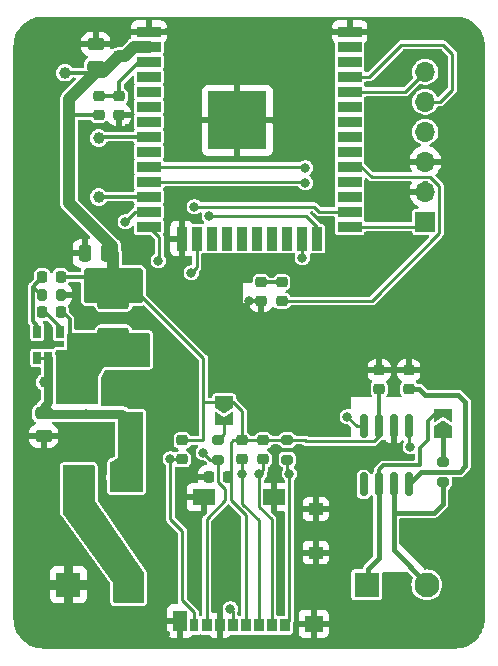
<source format=gbr>
G04 #@! TF.GenerationSoftware,KiCad,Pcbnew,7.0.10*
G04 #@! TF.CreationDate,2024-03-18T19:26:52+01:00*
G04 #@! TF.ProjectId,CanLite,43616e4c-6974-4652-9e6b-696361645f70,rev?*
G04 #@! TF.SameCoordinates,Original*
G04 #@! TF.FileFunction,Copper,L1,Top*
G04 #@! TF.FilePolarity,Positive*
%FSLAX46Y46*%
G04 Gerber Fmt 4.6, Leading zero omitted, Abs format (unit mm)*
G04 Created by KiCad (PCBNEW 7.0.10) date 2024-03-18 19:26:52*
%MOMM*%
%LPD*%
G01*
G04 APERTURE LIST*
G04 Aperture macros list*
%AMRoundRect*
0 Rectangle with rounded corners*
0 $1 Rounding radius*
0 $2 $3 $4 $5 $6 $7 $8 $9 X,Y pos of 4 corners*
0 Add a 4 corners polygon primitive as box body*
4,1,4,$2,$3,$4,$5,$6,$7,$8,$9,$2,$3,0*
0 Add four circle primitives for the rounded corners*
1,1,$1+$1,$2,$3*
1,1,$1+$1,$4,$5*
1,1,$1+$1,$6,$7*
1,1,$1+$1,$8,$9*
0 Add four rect primitives between the rounded corners*
20,1,$1+$1,$2,$3,$4,$5,0*
20,1,$1+$1,$4,$5,$6,$7,0*
20,1,$1+$1,$6,$7,$8,$9,0*
20,1,$1+$1,$8,$9,$2,$3,0*%
%AMFreePoly0*
4,1,6,1.000000,0.000000,0.500000,-0.750000,-0.500000,-0.750000,-0.500000,0.750000,0.500000,0.750000,1.000000,0.000000,1.000000,0.000000,$1*%
%AMFreePoly1*
4,1,6,0.500000,-0.750000,-0.650000,-0.750000,-0.150000,0.000000,-0.650000,0.750000,0.500000,0.750000,0.500000,-0.750000,0.500000,-0.750000,$1*%
G04 Aperture macros list end*
G04 #@! TA.AperFunction,SMDPad,CuDef*
%ADD10RoundRect,0.218750X0.256250X-0.218750X0.256250X0.218750X-0.256250X0.218750X-0.256250X-0.218750X0*%
G04 #@! TD*
G04 #@! TA.AperFunction,SMDPad,CuDef*
%ADD11RoundRect,0.218750X-0.256250X0.218750X-0.256250X-0.218750X0.256250X-0.218750X0.256250X0.218750X0*%
G04 #@! TD*
G04 #@! TA.AperFunction,SMDPad,CuDef*
%ADD12RoundRect,0.250000X-0.475000X0.250000X-0.475000X-0.250000X0.475000X-0.250000X0.475000X0.250000X0*%
G04 #@! TD*
G04 #@! TA.AperFunction,SMDPad,CuDef*
%ADD13RoundRect,0.250000X0.250000X0.475000X-0.250000X0.475000X-0.250000X-0.475000X0.250000X-0.475000X0*%
G04 #@! TD*
G04 #@! TA.AperFunction,SMDPad,CuDef*
%ADD14RoundRect,0.112500X0.187500X0.112500X-0.187500X0.112500X-0.187500X-0.112500X0.187500X-0.112500X0*%
G04 #@! TD*
G04 #@! TA.AperFunction,ComponentPad*
%ADD15R,1.700000X1.700000*%
G04 #@! TD*
G04 #@! TA.AperFunction,ComponentPad*
%ADD16O,1.700000X1.700000*%
G04 #@! TD*
G04 #@! TA.AperFunction,SMDPad,CuDef*
%ADD17FreePoly0,90.000000*%
G04 #@! TD*
G04 #@! TA.AperFunction,SMDPad,CuDef*
%ADD18FreePoly1,90.000000*%
G04 #@! TD*
G04 #@! TA.AperFunction,SMDPad,CuDef*
%ADD19RoundRect,0.200000X0.275000X-0.200000X0.275000X0.200000X-0.275000X0.200000X-0.275000X-0.200000X0*%
G04 #@! TD*
G04 #@! TA.AperFunction,SMDPad,CuDef*
%ADD20RoundRect,0.150000X-0.150000X0.825000X-0.150000X-0.825000X0.150000X-0.825000X0.150000X0.825000X0*%
G04 #@! TD*
G04 #@! TA.AperFunction,SMDPad,CuDef*
%ADD21RoundRect,0.218750X0.218750X0.256250X-0.218750X0.256250X-0.218750X-0.256250X0.218750X-0.256250X0*%
G04 #@! TD*
G04 #@! TA.AperFunction,SMDPad,CuDef*
%ADD22C,1.000000*%
G04 #@! TD*
G04 #@! TA.AperFunction,SMDPad,CuDef*
%ADD23RoundRect,0.250000X0.475000X-0.250000X0.475000X0.250000X-0.475000X0.250000X-0.475000X-0.250000X0*%
G04 #@! TD*
G04 #@! TA.AperFunction,SMDPad,CuDef*
%ADD24R,0.850000X1.100000*%
G04 #@! TD*
G04 #@! TA.AperFunction,SMDPad,CuDef*
%ADD25R,0.750000X1.100000*%
G04 #@! TD*
G04 #@! TA.AperFunction,SMDPad,CuDef*
%ADD26R,1.200000X1.000000*%
G04 #@! TD*
G04 #@! TA.AperFunction,SMDPad,CuDef*
%ADD27R,1.550000X1.350000*%
G04 #@! TD*
G04 #@! TA.AperFunction,SMDPad,CuDef*
%ADD28R,1.900000X1.350000*%
G04 #@! TD*
G04 #@! TA.AperFunction,SMDPad,CuDef*
%ADD29R,1.170000X1.800000*%
G04 #@! TD*
G04 #@! TA.AperFunction,ComponentPad*
%ADD30R,2.100000X2.100000*%
G04 #@! TD*
G04 #@! TA.AperFunction,ComponentPad*
%ADD31C,2.100000*%
G04 #@! TD*
G04 #@! TA.AperFunction,SMDPad,CuDef*
%ADD32RoundRect,0.225000X-0.225000X-0.250000X0.225000X-0.250000X0.225000X0.250000X-0.225000X0.250000X0*%
G04 #@! TD*
G04 #@! TA.AperFunction,SMDPad,CuDef*
%ADD33RoundRect,0.200000X-0.200000X-0.275000X0.200000X-0.275000X0.200000X0.275000X-0.200000X0.275000X0*%
G04 #@! TD*
G04 #@! TA.AperFunction,SMDPad,CuDef*
%ADD34R,2.000000X0.900000*%
G04 #@! TD*
G04 #@! TA.AperFunction,SMDPad,CuDef*
%ADD35R,0.900000X2.000000*%
G04 #@! TD*
G04 #@! TA.AperFunction,SMDPad,CuDef*
%ADD36R,5.000000X5.000000*%
G04 #@! TD*
G04 #@! TA.AperFunction,SMDPad,CuDef*
%ADD37R,0.650000X1.060000*%
G04 #@! TD*
G04 #@! TA.AperFunction,SMDPad,CuDef*
%ADD38RoundRect,0.250000X1.075000X-0.375000X1.075000X0.375000X-1.075000X0.375000X-1.075000X-0.375000X0*%
G04 #@! TD*
G04 #@! TA.AperFunction,SMDPad,CuDef*
%ADD39FreePoly0,270.000000*%
G04 #@! TD*
G04 #@! TA.AperFunction,SMDPad,CuDef*
%ADD40FreePoly1,270.000000*%
G04 #@! TD*
G04 #@! TA.AperFunction,ViaPad*
%ADD41C,0.800000*%
G04 #@! TD*
G04 #@! TA.AperFunction,ViaPad*
%ADD42C,0.600000*%
G04 #@! TD*
G04 #@! TA.AperFunction,Conductor*
%ADD43C,0.800000*%
G04 #@! TD*
G04 #@! TA.AperFunction,Conductor*
%ADD44C,0.300000*%
G04 #@! TD*
G04 #@! TA.AperFunction,Conductor*
%ADD45C,0.250000*%
G04 #@! TD*
G04 #@! TA.AperFunction,Conductor*
%ADD46C,1.000000*%
G04 #@! TD*
G04 #@! TA.AperFunction,Conductor*
%ADD47C,0.400000*%
G04 #@! TD*
G04 APERTURE END LIST*
D10*
X111000000Y-54787500D03*
X111000000Y-53212500D03*
D11*
X111000000Y-58212500D03*
X111000000Y-59787500D03*
D10*
X133000000Y-82987500D03*
X133000000Y-81412500D03*
D12*
X104600000Y-85050000D03*
X104600000Y-86950000D03*
D13*
X109950000Y-71500000D03*
X108050000Y-71500000D03*
D10*
X123000000Y-75537500D03*
X123000000Y-73962500D03*
D14*
X110524000Y-90500000D03*
X108424000Y-90500000D03*
D15*
X136906000Y-68834000D03*
D16*
X136906000Y-66294000D03*
X136906000Y-63754000D03*
X136906000Y-61214000D03*
X136906000Y-58674000D03*
X136906000Y-56134000D03*
D17*
X138400000Y-86625000D03*
D18*
X138400000Y-85175000D03*
D10*
X109250000Y-59787500D03*
X109250000Y-58212500D03*
D11*
X124750000Y-73962500D03*
X124750000Y-75537500D03*
D10*
X116332000Y-88925500D03*
X116332000Y-87350500D03*
X135500000Y-82987500D03*
X135500000Y-81412500D03*
D19*
X138400000Y-90825000D03*
X138400000Y-89175000D03*
D20*
X135505000Y-86125000D03*
X134235000Y-86125000D03*
X132965000Y-86125000D03*
X131695000Y-86125000D03*
X131695000Y-91075000D03*
X132965000Y-91075000D03*
X134235000Y-91075000D03*
X135505000Y-91075000D03*
D21*
X120167500Y-90424000D03*
X118592500Y-90424000D03*
D10*
X121412000Y-88925500D03*
X121412000Y-87350500D03*
X123190000Y-88925500D03*
X123190000Y-87350500D03*
D22*
X104700000Y-82400000D03*
X106400000Y-56200000D03*
D23*
X109000000Y-55700000D03*
X109000000Y-53800000D03*
D21*
X106037500Y-73500000D03*
X104462500Y-73500000D03*
D24*
X124995000Y-102986000D03*
X123895000Y-102986000D03*
X122795000Y-102986000D03*
X121695000Y-102986000D03*
X120595000Y-102986000D03*
X119495000Y-102986000D03*
X118395000Y-102986000D03*
D25*
X117345000Y-102986000D03*
D26*
X127630000Y-96836000D03*
X127630000Y-93136000D03*
D27*
X127455000Y-102861000D03*
D28*
X124130000Y-92161000D03*
X118160000Y-92161000D03*
D29*
X116135000Y-102636000D03*
D30*
X131950000Y-99568000D03*
D31*
X137030000Y-99568000D03*
D30*
X106680000Y-99568000D03*
D31*
X111760000Y-99568000D03*
D32*
X104475000Y-76500000D03*
X106025000Y-76500000D03*
D33*
X104425000Y-75000000D03*
X106075000Y-75000000D03*
D34*
X113500000Y-52745000D03*
X113500000Y-54015000D03*
X113500000Y-55285000D03*
X113500000Y-56555000D03*
X113500000Y-57825000D03*
X113500000Y-59095000D03*
X113500000Y-60365000D03*
X113500000Y-61635000D03*
X113500000Y-62905000D03*
X113500000Y-64175000D03*
X113500000Y-65445000D03*
X113500000Y-66715000D03*
X113500000Y-67985000D03*
X113500000Y-69255000D03*
D35*
X116285000Y-70255000D03*
X117555000Y-70255000D03*
X118825000Y-70255000D03*
X120095000Y-70255000D03*
X121365000Y-70255000D03*
X122635000Y-70255000D03*
X123905000Y-70255000D03*
X125175000Y-70255000D03*
X126445000Y-70255000D03*
X127715000Y-70255000D03*
D34*
X130500000Y-69255000D03*
X130500000Y-67985000D03*
X130500000Y-66715000D03*
X130500000Y-65445000D03*
X130500000Y-64175000D03*
X130500000Y-62905000D03*
X130500000Y-61635000D03*
X130500000Y-60365000D03*
X130500000Y-59095000D03*
X130500000Y-57825000D03*
X130500000Y-56555000D03*
X130500000Y-55285000D03*
X130500000Y-54015000D03*
X130500000Y-52745000D03*
D36*
X121000000Y-60245000D03*
D37*
X105950000Y-78150000D03*
X105000000Y-78150000D03*
X104050000Y-78150000D03*
X104050000Y-80350000D03*
X105000000Y-80350000D03*
X105950000Y-80350000D03*
D22*
X109250000Y-61750000D03*
X109250000Y-66750000D03*
D19*
X119380000Y-88963000D03*
X119380000Y-87313000D03*
D38*
X110500000Y-78400000D03*
X110500000Y-75600000D03*
D39*
X119888000Y-84111000D03*
D40*
X119888000Y-85561000D03*
D19*
X125222000Y-88963000D03*
X125222000Y-87313000D03*
D41*
X108204000Y-85100000D03*
D42*
X141000000Y-69750000D03*
X141000000Y-91750000D03*
X141000000Y-79750000D03*
X141000000Y-85750000D03*
X141000000Y-63750000D03*
X141000000Y-61750000D03*
X141000000Y-83750000D03*
X141000000Y-89750000D03*
X141000000Y-77750000D03*
X141000000Y-101750000D03*
X141000000Y-97750000D03*
X141000000Y-67750000D03*
X141000000Y-95750000D03*
X141000000Y-99750000D03*
X141000000Y-73750000D03*
X141000000Y-65750000D03*
X141000000Y-87750000D03*
X141000000Y-93750000D03*
X141000000Y-81750000D03*
X141000000Y-71750000D03*
X111000000Y-103750000D03*
X137000000Y-103750000D03*
X131000000Y-103750000D03*
X135000000Y-103750000D03*
X105000000Y-103750000D03*
X133000000Y-103750000D03*
X140800000Y-103500000D03*
X113000000Y-103750000D03*
X139000000Y-103750000D03*
X129000000Y-103750000D03*
X107000000Y-103750000D03*
X115000000Y-103750000D03*
X109000000Y-103750000D03*
X135750000Y-52250000D03*
X139750000Y-52250000D03*
X133750000Y-52250000D03*
X103000000Y-59750000D03*
X103000000Y-57750000D03*
X103000000Y-55750000D03*
X103000000Y-53750000D03*
X141000000Y-59750000D03*
X141000000Y-55750000D03*
X141000000Y-53750000D03*
X141000000Y-57750000D03*
X111750000Y-60800000D03*
X113750000Y-70750000D03*
X111250000Y-67750000D03*
X108000000Y-60750000D03*
X129600000Y-97300000D03*
X141000000Y-75700000D03*
X129500000Y-76600000D03*
X119500000Y-72500000D03*
X103000000Y-87750000D03*
X110500000Y-77000000D03*
X124200000Y-60300000D03*
X109900000Y-82900000D03*
X111000000Y-60800000D03*
X114250000Y-102000000D03*
X103000000Y-93750000D03*
X109900000Y-83500000D03*
X103000000Y-75750000D03*
X105200000Y-79200000D03*
X114250000Y-99750000D03*
X115100000Y-52700000D03*
X108200000Y-52200000D03*
X104000000Y-79200000D03*
X107100000Y-75000000D03*
X103000000Y-83750000D03*
X103000000Y-99750000D03*
X103000000Y-89750000D03*
X121000000Y-57000000D03*
X106300000Y-52200000D03*
X132200000Y-52700000D03*
X103000000Y-101750000D03*
X109400000Y-52200000D03*
X109900000Y-82300000D03*
X104400000Y-88700000D03*
X103300000Y-103400000D03*
X103000000Y-61750000D03*
X106300000Y-87800000D03*
X103000000Y-69750000D03*
X110900000Y-92800000D03*
X129600000Y-99500000D03*
X103000000Y-85750000D03*
X129600000Y-102000000D03*
X105000000Y-88700000D03*
X103000000Y-91750000D03*
X103000000Y-73750000D03*
X103800000Y-88700000D03*
D41*
X124206000Y-90424000D03*
D42*
X103000000Y-97750000D03*
X114250000Y-97500000D03*
X111600000Y-52200000D03*
X117800000Y-60200000D03*
X104500000Y-52250000D03*
X114250000Y-95250000D03*
X137668000Y-52324000D03*
X109900000Y-84100000D03*
X104600000Y-79200000D03*
X103000000Y-63750000D03*
X121000000Y-63500000D03*
X135500000Y-80300000D03*
X103000000Y-67750000D03*
X103000000Y-95750000D03*
X103000000Y-71750000D03*
X116300000Y-68600000D03*
D41*
X117348000Y-94234000D03*
D42*
X110600000Y-52200000D03*
X103000000Y-77750000D03*
X134200000Y-88600000D03*
X128900000Y-52700000D03*
X103000000Y-65750000D03*
X103000000Y-79750000D03*
X133000000Y-80300000D03*
X109800000Y-86800000D03*
D41*
X122000000Y-75500000D03*
D42*
X103000000Y-81750000D03*
D41*
X130302000Y-85344000D03*
X126746000Y-65532000D03*
X135636000Y-87884000D03*
X126746000Y-64262000D03*
X125405000Y-90170000D03*
X114300000Y-72136000D03*
X122855000Y-90170000D03*
X117094000Y-73152000D03*
X121412000Y-90170000D03*
X126492000Y-71882000D03*
X120396000Y-101600000D03*
X111506000Y-68834000D03*
X118110000Y-88392000D03*
X118618000Y-68326000D03*
X117348000Y-67564000D03*
X115316000Y-88900000D03*
D43*
X105175000Y-85100000D02*
X108204000Y-85100000D01*
X108204000Y-85100000D02*
X111262000Y-85100000D01*
D44*
X134235000Y-86125000D02*
X134235000Y-88565000D01*
X123000000Y-75537500D02*
X122037500Y-75537500D01*
X133000000Y-81412500D02*
X133000000Y-80300000D01*
X134235000Y-88565000D02*
X134200000Y-88600000D01*
X122037500Y-75537500D02*
X122000000Y-75500000D01*
X135500000Y-81412500D02*
X135500000Y-80300000D01*
X106037500Y-73500000D02*
X109495000Y-73500000D01*
D45*
X121412000Y-84885000D02*
X120638000Y-84111000D01*
X121412000Y-87350500D02*
X121412000Y-84885000D01*
D46*
X110400000Y-70900000D02*
X106750000Y-67250000D01*
D45*
X125222000Y-87313000D02*
X126708500Y-87313000D01*
X110500000Y-74600000D02*
X112348528Y-74600000D01*
X125222000Y-87313000D02*
X123481500Y-87313000D01*
D46*
X110500000Y-74505000D02*
X110500000Y-72500000D01*
X111475000Y-54787500D02*
X111000000Y-54787500D01*
D45*
X118072500Y-87350500D02*
X116332000Y-87350500D01*
X126746000Y-87350500D02*
X126820500Y-87425000D01*
D46*
X106750000Y-67250000D02*
X106750000Y-59750000D01*
D45*
X118110000Y-84074000D02*
X118110000Y-87313000D01*
X121640500Y-87325000D02*
X121666000Y-87350500D01*
X118110000Y-80361472D02*
X118110000Y-84074000D01*
X121695000Y-102986000D02*
X121695000Y-93638701D01*
X132965000Y-86999000D02*
X132965000Y-86125000D01*
X120434000Y-87541000D02*
X120650000Y-87325000D01*
D46*
X109637500Y-56150000D02*
X111000000Y-54787500D01*
D44*
X109250000Y-59787500D02*
X106787500Y-59787500D01*
X108950000Y-56200000D02*
X109000000Y-56150000D01*
D45*
X121666000Y-87350500D02*
X122682000Y-87350500D01*
X120650000Y-87325000D02*
X121640500Y-87325000D01*
D44*
X132965000Y-83022500D02*
X133000000Y-82987500D01*
D46*
X112247500Y-54015000D02*
X111475000Y-54787500D01*
D45*
X120638000Y-84111000D02*
X119888000Y-84111000D01*
X119888000Y-84111000D02*
X118147000Y-84111000D01*
X126708500Y-87313000D02*
X126746000Y-87350500D01*
D46*
X109000000Y-56150000D02*
X109637500Y-56150000D01*
D45*
X125184500Y-87350500D02*
X125222000Y-87313000D01*
X132539000Y-87425000D02*
X132965000Y-86999000D01*
D44*
X106787500Y-59787500D02*
X106750000Y-59750000D01*
D45*
X112348528Y-74600000D02*
X118110000Y-80361472D01*
D44*
X109495000Y-73500000D02*
X110500000Y-74505000D01*
D46*
X106750000Y-59750000D02*
X106750000Y-58400000D01*
D45*
X122682000Y-87350500D02*
X123444000Y-87350500D01*
D44*
X132965000Y-86125000D02*
X132965000Y-83022500D01*
D45*
X126820500Y-87425000D02*
X132539000Y-87425000D01*
D46*
X110500000Y-71600000D02*
X110400000Y-71500000D01*
D45*
X118147000Y-84111000D02*
X118110000Y-84074000D01*
X118110000Y-87313000D02*
X118072500Y-87350500D01*
D46*
X110500000Y-72500000D02*
X110500000Y-71600000D01*
D45*
X121695000Y-93638701D02*
X120434000Y-92377701D01*
X120434000Y-92377701D02*
X120434000Y-87541000D01*
D46*
X113500000Y-54015000D02*
X112247500Y-54015000D01*
D45*
X123481500Y-87313000D02*
X123444000Y-87350500D01*
D46*
X110400000Y-71500000D02*
X110400000Y-70900000D01*
D44*
X106400000Y-56200000D02*
X108950000Y-56200000D01*
D46*
X106750000Y-58400000D02*
X109000000Y-56150000D01*
D44*
X111000000Y-58212500D02*
X111000000Y-56974998D01*
X109500000Y-58212500D02*
X111000000Y-58212500D01*
X112689998Y-55285000D02*
X113500000Y-55285000D01*
X111000000Y-56974998D02*
X112689998Y-55285000D01*
D45*
X134874000Y-53848000D02*
X132167000Y-56555000D01*
X136906000Y-58674000D02*
X138176000Y-58674000D01*
X139192000Y-57658000D02*
X139192000Y-54610000D01*
X132167000Y-56555000D02*
X130500000Y-56555000D01*
X138176000Y-58674000D02*
X139192000Y-57658000D01*
X139192000Y-54610000D02*
X138430000Y-53848000D01*
X138430000Y-53848000D02*
X134874000Y-53848000D01*
X130500000Y-57825000D02*
X135215000Y-57825000D01*
X135215000Y-57825000D02*
X136906000Y-56134000D01*
X136485000Y-69255000D02*
X136906000Y-68834000D01*
X130500000Y-69255000D02*
X136485000Y-69255000D01*
D44*
X132965000Y-91075000D02*
X132965000Y-89835000D01*
X133350010Y-89449990D02*
X136450010Y-89449990D01*
X132965000Y-89835000D02*
X133350010Y-89449990D01*
D47*
X132080000Y-98220000D02*
X132080000Y-99568000D01*
D44*
X136450010Y-89449990D02*
X136450010Y-87949990D01*
D47*
X132965000Y-97335000D02*
X132080000Y-98220000D01*
D44*
X137100000Y-87300000D02*
X137100000Y-85725000D01*
D47*
X132965000Y-91075000D02*
X132965000Y-97335000D01*
D44*
X137650000Y-85175000D02*
X138400000Y-85175000D01*
X137100000Y-85725000D02*
X137650000Y-85175000D01*
X136450010Y-87949990D02*
X137100000Y-87300000D01*
X104475000Y-76500000D02*
X104736810Y-76500000D01*
X104736810Y-76500000D02*
X105950000Y-77713190D01*
X105950000Y-77713190D02*
X105950000Y-78150000D01*
X106350000Y-80350000D02*
X105950000Y-80350000D01*
X106025000Y-76500000D02*
X106200000Y-76500000D01*
X106800000Y-79900000D02*
X106350000Y-80350000D01*
X106800000Y-77100000D02*
X106800000Y-79900000D01*
X106200000Y-76500000D02*
X106800000Y-77100000D01*
D47*
X134235000Y-93465000D02*
X134235000Y-96643000D01*
X134235000Y-91075000D02*
X134235000Y-93465000D01*
X137635000Y-93465000D02*
X138400000Y-92700000D01*
X134235000Y-93465000D02*
X137635000Y-93465000D01*
X138400000Y-92700000D02*
X138400000Y-91400000D01*
X134235000Y-96643000D02*
X137160000Y-99568000D01*
D45*
X126659000Y-65445000D02*
X113500000Y-65445000D01*
X131695000Y-86125000D02*
X131083000Y-86125000D01*
X131083000Y-86125000D02*
X130302000Y-85344000D01*
X126746000Y-65532000D02*
X126659000Y-65445000D01*
X135505000Y-87753000D02*
X135636000Y-87884000D01*
X126746000Y-64262000D02*
X126659000Y-64175000D01*
X135505000Y-86125000D02*
X135505000Y-87753000D01*
X126659000Y-64175000D02*
X113500000Y-64175000D01*
X104050000Y-80350000D02*
X105000000Y-80350000D01*
D43*
X104600000Y-84525000D02*
X105175000Y-85100000D01*
X111262000Y-89762000D02*
X110524000Y-90500000D01*
X105000000Y-84125000D02*
X104600000Y-84525000D01*
X111262000Y-85100000D02*
X111262000Y-89762000D01*
X105000000Y-80350000D02*
X105000000Y-84125000D01*
D44*
X123000000Y-73962500D02*
X124750000Y-73962500D01*
D45*
X125222000Y-89987000D02*
X125405000Y-90170000D01*
X124995000Y-102986000D02*
X125405000Y-102576000D01*
X114375000Y-70130000D02*
X113500000Y-69255000D01*
X125222000Y-88963000D02*
X125222000Y-89987000D01*
X125405000Y-102576000D02*
X125405000Y-90170000D01*
X114375000Y-72061000D02*
X114375000Y-70130000D01*
X114300000Y-72136000D02*
X114375000Y-72061000D01*
D44*
X113500000Y-66715000D02*
X109285000Y-66715000D01*
X109285000Y-66715000D02*
X109250000Y-66750000D01*
X109365000Y-61635000D02*
X109250000Y-61750000D01*
X113500000Y-61635000D02*
X109365000Y-61635000D01*
D45*
X123190000Y-89835000D02*
X122855000Y-90170000D01*
X117094000Y-73152000D02*
X117555000Y-72691000D01*
X123895000Y-94010620D02*
X122855000Y-92970620D01*
X117555000Y-72691000D02*
X117555000Y-70255000D01*
X122855000Y-92970620D02*
X122855000Y-90170000D01*
X123190000Y-88925500D02*
X123190000Y-89835000D01*
X123895000Y-102986000D02*
X123895000Y-94010620D01*
X122795000Y-94102305D02*
X121412000Y-92719305D01*
X126492000Y-71882000D02*
X126492000Y-70302000D01*
X122795000Y-102986000D02*
X122795000Y-94102305D01*
X121412000Y-88925500D02*
X121412000Y-90170000D01*
X121412000Y-92719305D02*
X121412000Y-90170000D01*
X126492000Y-70302000D02*
X126445000Y-70255000D01*
X120595000Y-101799000D02*
X120396000Y-101600000D01*
X120595000Y-102986000D02*
X120595000Y-101799000D01*
X111506000Y-68834000D02*
X112355000Y-67985000D01*
X112355000Y-67985000D02*
X113500000Y-67985000D01*
X126786000Y-68326000D02*
X127715000Y-69255000D01*
X118395000Y-94010620D02*
X119984000Y-92421620D01*
X119984000Y-91484480D02*
X119380000Y-90880480D01*
X119984000Y-92421620D02*
X119984000Y-91484480D01*
X119380000Y-90880480D02*
X119380000Y-88963000D01*
X118681000Y-88963000D02*
X118110000Y-88392000D01*
X118618000Y-68326000D02*
X126786000Y-68326000D01*
X127715000Y-69255000D02*
X127715000Y-70255000D01*
X119380000Y-88963000D02*
X118681000Y-88963000D01*
X118395000Y-102986000D02*
X118395000Y-94010620D01*
X116332000Y-88925500D02*
X115341500Y-88925500D01*
X116332000Y-94996000D02*
X115316000Y-93980000D01*
X116332000Y-100888380D02*
X116332000Y-94996000D01*
X117348000Y-67564000D02*
X127508000Y-67564000D01*
X115341500Y-88925500D02*
X115316000Y-88900000D01*
X116332000Y-100888380D02*
X117345000Y-101901380D01*
X127929000Y-67985000D02*
X130500000Y-67985000D01*
X115316000Y-93980000D02*
X115316000Y-88900000D01*
X127508000Y-67564000D02*
X127929000Y-67985000D01*
X117345000Y-101901380D02*
X117345000Y-102986000D01*
D47*
X138400000Y-88600000D02*
X138400000Y-86625000D01*
D44*
X104425000Y-75000000D02*
X104349980Y-75000000D01*
X104462500Y-73537500D02*
X104462500Y-73500000D01*
X104050000Y-78150000D02*
X104050000Y-77650000D01*
X104050000Y-77650000D02*
X103674990Y-77274990D01*
X103674990Y-74325010D02*
X104462500Y-73537500D01*
X104349980Y-75000000D02*
X103674990Y-74325010D01*
X103674990Y-77274990D02*
X103674990Y-74325010D01*
D45*
X138081000Y-69818620D02*
X138081000Y-65808946D01*
X124750000Y-75537500D02*
X132362120Y-75537500D01*
X132362120Y-75537500D02*
X138081000Y-69818620D01*
X132349000Y-65024000D02*
X131500000Y-64175000D01*
X137296054Y-65024000D02*
X132349000Y-65024000D01*
X131500000Y-64175000D02*
X130500000Y-64175000D01*
X138081000Y-65808946D02*
X137296054Y-65024000D01*
D47*
X136387500Y-82987500D02*
X136900000Y-83500000D01*
X136580000Y-90000000D02*
X135505000Y-91075000D01*
X136900000Y-83500000D02*
X139700000Y-83500000D01*
X139700000Y-83500000D02*
X140300000Y-84100000D01*
X135500000Y-82987500D02*
X136387500Y-82987500D01*
X139800000Y-90000000D02*
X136580000Y-90000000D01*
X140300000Y-84100000D02*
X140300000Y-89500000D01*
X140300000Y-89500000D02*
X139800000Y-90000000D01*
D45*
X119888000Y-85561000D02*
X119888000Y-86805000D01*
X119888000Y-86805000D02*
X119380000Y-87313000D01*
G04 #@! TA.AperFunction,Conductor*
G36*
X113542121Y-78270002D02*
G01*
X113588614Y-78323658D01*
X113600000Y-78376000D01*
X113600000Y-80974000D01*
X113579998Y-81042121D01*
X113526342Y-81088614D01*
X113474000Y-81100000D01*
X109700000Y-81100000D01*
X109200000Y-82000000D01*
X109200000Y-84174000D01*
X109179998Y-84242121D01*
X109126342Y-84288614D01*
X109074000Y-84300000D01*
X105778418Y-84300000D01*
X105710297Y-84279998D01*
X105663804Y-84226342D01*
X105653700Y-84156068D01*
X105653969Y-84154290D01*
X105654171Y-84153010D01*
X105655346Y-84145595D01*
X105651059Y-84100242D01*
X105650500Y-84088385D01*
X105650500Y-80309077D01*
X105650498Y-80309059D01*
X105635072Y-80186946D01*
X105635071Y-80186944D01*
X105635071Y-80186942D01*
X105584348Y-80058829D01*
X105575500Y-80012446D01*
X105575500Y-79826000D01*
X105595502Y-79757879D01*
X105649158Y-79711386D01*
X105701500Y-79700000D01*
X106600000Y-79700000D01*
X106600000Y-78376000D01*
X106620002Y-78307879D01*
X106673658Y-78261386D01*
X106726000Y-78250000D01*
X113474000Y-78250000D01*
X113542121Y-78270002D01*
G37*
G04 #@! TD.AperFunction*
G04 #@! TA.AperFunction,Conductor*
G36*
X117616679Y-87746002D02*
G01*
X117663172Y-87799658D01*
X117673276Y-87869932D01*
X117643782Y-87934512D01*
X117632110Y-87946314D01*
X117619517Y-87957469D01*
X117619516Y-87957470D01*
X117529783Y-88087470D01*
X117529782Y-88087473D01*
X117473761Y-88235184D01*
X117454722Y-88391996D01*
X117454722Y-88392003D01*
X117473761Y-88548815D01*
X117491457Y-88595473D01*
X117529780Y-88696523D01*
X117529781Y-88696525D01*
X117529782Y-88696526D01*
X117529783Y-88696529D01*
X117619516Y-88826529D01*
X117619517Y-88826530D01*
X117737760Y-88931283D01*
X117877635Y-89004696D01*
X117877636Y-89004696D01*
X117877638Y-89004697D01*
X117954325Y-89023598D01*
X118031015Y-89042500D01*
X118031017Y-89042500D01*
X118177272Y-89042500D01*
X118245393Y-89062502D01*
X118266367Y-89079405D01*
X118378702Y-89191740D01*
X118395089Y-89211918D01*
X118400917Y-89220838D01*
X118407986Y-89228517D01*
X118405356Y-89230938D01*
X118435952Y-89273460D01*
X118439680Y-89344358D01*
X118404486Y-89406017D01*
X118341543Y-89438861D01*
X118328497Y-89440475D01*
X118328518Y-89440675D01*
X118225791Y-89451168D01*
X118064521Y-89504607D01*
X117919925Y-89593795D01*
X117919919Y-89593800D01*
X117799800Y-89713919D01*
X117799795Y-89713925D01*
X117710607Y-89858520D01*
X117657169Y-90019789D01*
X117657168Y-90019793D01*
X117647000Y-90119318D01*
X117647000Y-90170000D01*
X118720500Y-90170000D01*
X118788621Y-90190002D01*
X118835114Y-90243658D01*
X118846500Y-90296000D01*
X118846500Y-90552000D01*
X118826498Y-90620121D01*
X118772842Y-90666614D01*
X118720500Y-90678000D01*
X117647001Y-90678000D01*
X117647001Y-90728673D01*
X117657868Y-90835056D01*
X117655895Y-90835257D01*
X117651313Y-90896430D01*
X117608575Y-90953122D01*
X117541971Y-90977709D01*
X117533406Y-90978000D01*
X117161402Y-90978000D01*
X117100906Y-90984505D01*
X116964035Y-91035555D01*
X116964034Y-91035555D01*
X116847095Y-91123095D01*
X116759555Y-91240034D01*
X116759555Y-91240035D01*
X116708505Y-91376906D01*
X116702000Y-91437402D01*
X116702000Y-91907000D01*
X118288000Y-91907000D01*
X118356121Y-91927002D01*
X118402614Y-91980658D01*
X118414000Y-92033000D01*
X118414000Y-93369609D01*
X118417221Y-93375508D01*
X118412156Y-93446323D01*
X118383196Y-93491384D01*
X118255198Y-93619383D01*
X118166255Y-93708326D01*
X118146080Y-93724710D01*
X118137166Y-93730534D01*
X118137165Y-93730535D01*
X118117797Y-93755417D01*
X118107489Y-93767092D01*
X118107481Y-93767099D01*
X118107478Y-93767102D01*
X118095417Y-93783995D01*
X118092308Y-93788166D01*
X118060190Y-93829431D01*
X118056448Y-93836346D01*
X118052988Y-93843424D01*
X118038075Y-93893515D01*
X118036488Y-93898469D01*
X118019499Y-93947959D01*
X118018209Y-93955693D01*
X118017231Y-93963535D01*
X118019392Y-94015762D01*
X118019500Y-94020970D01*
X118019500Y-102067340D01*
X117999498Y-102135461D01*
X117945842Y-102181954D01*
X117918082Y-102190919D01*
X117871082Y-102200268D01*
X117800368Y-102193940D01*
X117744300Y-102150386D01*
X117720681Y-102083433D01*
X117720500Y-102076689D01*
X117720500Y-101953389D01*
X117723181Y-101927533D01*
X117725367Y-101917111D01*
X117721468Y-101885832D01*
X117720504Y-101870312D01*
X117720500Y-101870269D01*
X117720500Y-101870266D01*
X117717083Y-101849791D01*
X117716336Y-101844671D01*
X117709865Y-101792754D01*
X117709863Y-101792751D01*
X117707619Y-101785213D01*
X117705064Y-101777768D01*
X117680184Y-101731794D01*
X117677801Y-101727164D01*
X117654825Y-101680166D01*
X117650269Y-101673785D01*
X117645421Y-101667556D01*
X117606942Y-101632133D01*
X117603185Y-101628527D01*
X116744405Y-100769747D01*
X116710379Y-100707435D01*
X116707500Y-100680652D01*
X116707500Y-95048010D01*
X116710181Y-95022154D01*
X116712367Y-95011732D01*
X116708467Y-94980451D01*
X116707503Y-94964929D01*
X116707501Y-94964894D01*
X116707500Y-94964886D01*
X116704084Y-94944417D01*
X116703337Y-94939287D01*
X116696866Y-94887378D01*
X116696866Y-94887374D01*
X116696862Y-94887367D01*
X116694624Y-94879845D01*
X116692065Y-94872392D01*
X116692065Y-94872390D01*
X116667176Y-94826399D01*
X116664803Y-94821787D01*
X116641827Y-94774790D01*
X116637248Y-94768377D01*
X116632422Y-94762177D01*
X116593942Y-94726753D01*
X116590184Y-94723147D01*
X115728404Y-93861366D01*
X115694379Y-93799054D01*
X115691500Y-93772271D01*
X115691500Y-92415000D01*
X116702000Y-92415000D01*
X116702000Y-92884597D01*
X116708505Y-92945093D01*
X116759555Y-93081964D01*
X116759555Y-93081965D01*
X116847095Y-93198904D01*
X116964034Y-93286444D01*
X117100906Y-93337494D01*
X117161402Y-93343999D01*
X117161415Y-93344000D01*
X117906000Y-93344000D01*
X117906000Y-92415000D01*
X116702000Y-92415000D01*
X115691500Y-92415000D01*
X115691500Y-89683233D01*
X115711502Y-89615112D01*
X115765158Y-89568619D01*
X115835432Y-89558515D01*
X115861521Y-89565173D01*
X115974978Y-89607491D01*
X115974981Y-89607491D01*
X115974983Y-89607492D01*
X116030857Y-89613499D01*
X116030865Y-89613499D01*
X116030870Y-89613500D01*
X116030874Y-89613500D01*
X116633126Y-89613500D01*
X116633130Y-89613500D01*
X116633135Y-89613499D01*
X116633142Y-89613499D01*
X116689017Y-89607492D01*
X116689018Y-89607491D01*
X116689022Y-89607491D01*
X116815450Y-89560336D01*
X116819501Y-89557304D01*
X116923472Y-89479472D01*
X117004334Y-89371453D01*
X117004334Y-89371452D01*
X117004336Y-89371450D01*
X117051491Y-89245022D01*
X117051494Y-89245000D01*
X117057499Y-89189142D01*
X117057500Y-89189125D01*
X117057500Y-88661874D01*
X117057499Y-88661857D01*
X117051492Y-88605982D01*
X117051491Y-88605978D01*
X117004336Y-88479550D01*
X117004334Y-88479547D01*
X117004334Y-88479546D01*
X116923472Y-88371527D01*
X116815453Y-88290665D01*
X116802444Y-88285813D01*
X116722658Y-88256054D01*
X116665824Y-88213509D01*
X116641013Y-88146989D01*
X116656104Y-88077615D01*
X116706306Y-88027413D01*
X116722651Y-88019947D01*
X116815450Y-87985336D01*
X116848434Y-87960645D01*
X116923472Y-87904472D01*
X116940339Y-87881940D01*
X117004336Y-87796450D01*
X117004336Y-87796447D01*
X117006977Y-87791613D01*
X117057180Y-87741412D01*
X117117564Y-87726000D01*
X117548558Y-87726000D01*
X117616679Y-87746002D01*
G37*
G04 #@! TD.AperFunction*
G04 #@! TA.AperFunction,Conductor*
G36*
X131959012Y-65165503D02*
G01*
X131965595Y-65171632D01*
X132046701Y-65252738D01*
X132063086Y-65272913D01*
X132068916Y-65281836D01*
X132093799Y-65301203D01*
X132105418Y-65311464D01*
X132105489Y-65311525D01*
X132122366Y-65323574D01*
X132126524Y-65326673D01*
X132167811Y-65358809D01*
X132167813Y-65358809D01*
X132174731Y-65362553D01*
X132181798Y-65366008D01*
X132181801Y-65366010D01*
X132231350Y-65380761D01*
X132231916Y-65380930D01*
X132236874Y-65382519D01*
X132286334Y-65399498D01*
X132286340Y-65399500D01*
X132286346Y-65399500D01*
X132294107Y-65400795D01*
X132301911Y-65401768D01*
X132354143Y-65399607D01*
X132359350Y-65399500D01*
X135635440Y-65399500D01*
X135703561Y-65419502D01*
X135750054Y-65473158D01*
X135760158Y-65543432D01*
X135740923Y-65594415D01*
X135707581Y-65645448D01*
X135617179Y-65851543D01*
X135617176Y-65851550D01*
X135569455Y-66039999D01*
X135569456Y-66040000D01*
X136474884Y-66040000D01*
X136446507Y-66084156D01*
X136406000Y-66222111D01*
X136406000Y-66365889D01*
X136446507Y-66503844D01*
X136474884Y-66548000D01*
X135569455Y-66548000D01*
X135617176Y-66736449D01*
X135617179Y-66736456D01*
X135707580Y-66942548D01*
X135830674Y-67130958D01*
X135983097Y-67296534D01*
X136160698Y-67434767D01*
X136160699Y-67434768D01*
X136275114Y-67496686D01*
X136325505Y-67546699D01*
X136340857Y-67616016D01*
X136316296Y-67682629D01*
X136259621Y-67725389D01*
X136215145Y-67733500D01*
X136031322Y-67733500D01*
X135958260Y-67748033D01*
X135875399Y-67803399D01*
X135820033Y-67886260D01*
X135805500Y-67959322D01*
X135805500Y-68753500D01*
X135785498Y-68821621D01*
X135731842Y-68868114D01*
X135679500Y-68879500D01*
X131873633Y-68879500D01*
X131805512Y-68859498D01*
X131759019Y-68805842D01*
X131750054Y-68778082D01*
X131735966Y-68707260D01*
X131724434Y-68690001D01*
X131703220Y-68622248D01*
X131722004Y-68553781D01*
X131724434Y-68549999D01*
X131735966Y-68532740D01*
X131750500Y-68459674D01*
X131750500Y-67510326D01*
X131735966Y-67437260D01*
X131724433Y-67420000D01*
X131703220Y-67352248D01*
X131722004Y-67283781D01*
X131724434Y-67279999D01*
X131734845Y-67264417D01*
X131735966Y-67262740D01*
X131750500Y-67189674D01*
X131750500Y-66240326D01*
X131735966Y-66167260D01*
X131724433Y-66150000D01*
X131703220Y-66082248D01*
X131722004Y-66013781D01*
X131724434Y-66009999D01*
X131734622Y-65994751D01*
X131735966Y-65992740D01*
X131750500Y-65919674D01*
X131750500Y-65260727D01*
X131770502Y-65192606D01*
X131824158Y-65146113D01*
X131894432Y-65136009D01*
X131959012Y-65165503D01*
G37*
G04 #@! TD.AperFunction*
G04 #@! TA.AperFunction,Conductor*
G36*
X137102121Y-65419502D02*
G01*
X137148614Y-65473158D01*
X137160000Y-65525500D01*
X137160000Y-65860325D01*
X137048315Y-65809320D01*
X136941763Y-65794000D01*
X136870237Y-65794000D01*
X136763685Y-65809320D01*
X136652000Y-65860325D01*
X136652000Y-65525500D01*
X136672002Y-65457379D01*
X136725658Y-65410886D01*
X136778000Y-65399500D01*
X137034000Y-65399500D01*
X137102121Y-65419502D01*
G37*
G04 #@! TD.AperFunction*
G04 #@! TA.AperFunction,Conductor*
G36*
X137160000Y-64522500D02*
G01*
X137139998Y-64590621D01*
X137086342Y-64637114D01*
X137034000Y-64648500D01*
X136778000Y-64648500D01*
X136709879Y-64628498D01*
X136663386Y-64574842D01*
X136652000Y-64522500D01*
X136652000Y-64187674D01*
X136763685Y-64238680D01*
X136870237Y-64254000D01*
X136941763Y-64254000D01*
X137048315Y-64238680D01*
X137160000Y-64187674D01*
X137160000Y-64522500D01*
G37*
G04 #@! TD.AperFunction*
G04 #@! TA.AperFunction,Conductor*
G36*
X140024515Y-51504923D02*
G01*
X140243507Y-51568014D01*
X140256841Y-51572680D01*
X140510496Y-51677748D01*
X140523226Y-51683879D01*
X140763519Y-51816684D01*
X140775484Y-51824201D01*
X140999404Y-51983081D01*
X141010451Y-51991891D01*
X141215169Y-52174839D01*
X141225160Y-52184830D01*
X141408108Y-52389548D01*
X141416918Y-52400595D01*
X141575798Y-52624515D01*
X141583315Y-52636480D01*
X141716120Y-52876773D01*
X141722251Y-52889503D01*
X141827319Y-53143158D01*
X141831986Y-53156495D01*
X141907993Y-53420321D01*
X141911137Y-53434096D01*
X141957126Y-53704771D01*
X141958708Y-53718812D01*
X141974302Y-53996474D01*
X141974500Y-54003539D01*
X141974500Y-102396460D01*
X141974302Y-102403525D01*
X141958708Y-102681187D01*
X141957126Y-102695228D01*
X141911137Y-102965903D01*
X141907993Y-102979678D01*
X141831986Y-103243504D01*
X141827319Y-103256841D01*
X141722251Y-103510496D01*
X141716120Y-103523226D01*
X141583315Y-103763519D01*
X141575798Y-103775484D01*
X141416918Y-103999404D01*
X141408108Y-104010451D01*
X141225160Y-104215169D01*
X141215169Y-104225160D01*
X141010451Y-104408108D01*
X140999404Y-104416918D01*
X140775484Y-104575798D01*
X140763519Y-104583315D01*
X140523226Y-104716120D01*
X140510496Y-104722251D01*
X140256841Y-104827319D01*
X140243504Y-104831986D01*
X139979678Y-104907993D01*
X139965903Y-104911137D01*
X139695228Y-104957126D01*
X139681187Y-104958708D01*
X139403526Y-104974302D01*
X139396461Y-104974500D01*
X104603539Y-104974500D01*
X104596474Y-104974302D01*
X104318812Y-104958708D01*
X104304771Y-104957126D01*
X104034096Y-104911137D01*
X104020321Y-104907993D01*
X103756495Y-104831986D01*
X103743158Y-104827319D01*
X103489503Y-104722251D01*
X103476773Y-104716120D01*
X103236480Y-104583315D01*
X103224515Y-104575798D01*
X103000595Y-104416918D01*
X102989548Y-104408108D01*
X102784830Y-104225160D01*
X102774839Y-104215169D01*
X102591891Y-104010451D01*
X102583081Y-103999404D01*
X102424201Y-103775484D01*
X102416684Y-103763519D01*
X102283879Y-103523226D01*
X102277748Y-103510496D01*
X102172680Y-103256841D01*
X102168013Y-103243504D01*
X102092004Y-102979670D01*
X102088864Y-102965912D01*
X102075966Y-102890000D01*
X115042000Y-102890000D01*
X115042000Y-103584597D01*
X115048505Y-103645093D01*
X115099555Y-103781964D01*
X115099555Y-103781965D01*
X115187095Y-103898904D01*
X115304034Y-103986444D01*
X115440906Y-104037494D01*
X115501402Y-104043999D01*
X115501415Y-104044000D01*
X115881000Y-104044000D01*
X115881000Y-102890000D01*
X115042000Y-102890000D01*
X102075966Y-102890000D01*
X102042872Y-102695226D01*
X102041291Y-102681187D01*
X102025698Y-102403525D01*
X102025500Y-102396460D01*
X102025500Y-99968000D01*
X105122000Y-99968000D01*
X105122000Y-100666597D01*
X105128505Y-100727093D01*
X105179555Y-100863964D01*
X105179555Y-100863965D01*
X105267095Y-100980904D01*
X105384034Y-101068444D01*
X105520906Y-101119494D01*
X105581402Y-101125999D01*
X105581415Y-101126000D01*
X106280000Y-101126000D01*
X106280000Y-99968000D01*
X105122000Y-99968000D01*
X102025500Y-99968000D01*
X102025500Y-99605886D01*
X106126123Y-99605886D01*
X106156884Y-99753915D01*
X106226442Y-99888156D01*
X106329638Y-99998652D01*
X106458819Y-100077209D01*
X106604404Y-100118000D01*
X106717622Y-100118000D01*
X106829783Y-100102584D01*
X106968458Y-100042349D01*
X107059845Y-99968000D01*
X107080000Y-99968000D01*
X107080000Y-101126000D01*
X107778585Y-101126000D01*
X107778597Y-101125999D01*
X107839093Y-101119494D01*
X107975964Y-101068444D01*
X107975965Y-101068444D01*
X108092904Y-100980904D01*
X108180444Y-100863965D01*
X108180444Y-100863964D01*
X108231494Y-100727093D01*
X108237999Y-100666597D01*
X108238000Y-100666585D01*
X108238000Y-99968000D01*
X107080000Y-99968000D01*
X107059845Y-99968000D01*
X107085739Y-99946934D01*
X107172928Y-99823415D01*
X107223559Y-99680953D01*
X107233877Y-99530114D01*
X107203116Y-99382085D01*
X107133558Y-99247844D01*
X107030362Y-99137348D01*
X106901181Y-99058791D01*
X106755596Y-99018000D01*
X106642378Y-99018000D01*
X106530217Y-99033416D01*
X106391542Y-99093651D01*
X106274261Y-99189066D01*
X106187072Y-99312585D01*
X106136441Y-99455047D01*
X106126123Y-99605886D01*
X102025500Y-99605886D01*
X102025500Y-99168000D01*
X105122000Y-99168000D01*
X106280000Y-99168000D01*
X106280000Y-98010000D01*
X107080000Y-98010000D01*
X107080000Y-99168000D01*
X108238000Y-99168000D01*
X108238000Y-98469414D01*
X108237999Y-98469402D01*
X108231494Y-98408906D01*
X108180444Y-98272035D01*
X108180444Y-98272034D01*
X108092904Y-98155095D01*
X107975965Y-98067555D01*
X107839093Y-98016505D01*
X107778597Y-98010000D01*
X107080000Y-98010000D01*
X106280000Y-98010000D01*
X105581402Y-98010000D01*
X105520906Y-98016505D01*
X105384035Y-98067555D01*
X105384034Y-98067555D01*
X105267095Y-98155095D01*
X105179555Y-98272034D01*
X105179555Y-98272035D01*
X105128505Y-98408906D01*
X105122000Y-98469402D01*
X105122000Y-99168000D01*
X102025500Y-99168000D01*
X102025500Y-93458926D01*
X105944500Y-93458926D01*
X105944610Y-93466469D01*
X105944824Y-93473809D01*
X105944825Y-93473816D01*
X105959701Y-93552545D01*
X105959705Y-93552562D01*
X105983659Y-93619383D01*
X105983659Y-93619384D01*
X106017693Y-93683655D01*
X110220325Y-99450057D01*
X110244283Y-99516889D01*
X110244499Y-99524269D01*
X110244499Y-100973995D01*
X110244500Y-100974007D01*
X110250339Y-101028307D01*
X110250339Y-101028309D01*
X110261727Y-101080661D01*
X110268961Y-101107027D01*
X110268962Y-101107031D01*
X110279764Y-101126000D01*
X110318292Y-101193659D01*
X110318295Y-101193662D01*
X110318298Y-101193667D01*
X110364775Y-101247304D01*
X110364791Y-101247321D01*
X110397558Y-101278939D01*
X110397559Y-101278939D01*
X110397561Y-101278941D01*
X110485897Y-101325149D01*
X110554018Y-101345151D01*
X110626000Y-101355500D01*
X110626003Y-101355500D01*
X112973995Y-101355500D01*
X112974000Y-101355500D01*
X113028309Y-101349661D01*
X113080651Y-101338275D01*
X113107028Y-101331039D01*
X113193659Y-101281708D01*
X113247315Y-101235215D01*
X113278941Y-101202439D01*
X113325149Y-101114103D01*
X113345151Y-101045982D01*
X113355500Y-100974000D01*
X113355500Y-98639183D01*
X113355467Y-98635100D01*
X113355403Y-98631096D01*
X113342676Y-98555445D01*
X113324464Y-98500000D01*
X113320523Y-98488001D01*
X113320522Y-98488000D01*
X113320521Y-98487999D01*
X113320520Y-98487994D01*
X113288222Y-98422834D01*
X111601517Y-95973095D01*
X109177720Y-92452818D01*
X109155564Y-92385367D01*
X109155500Y-92381363D01*
X109155500Y-89526004D01*
X109155499Y-89525992D01*
X109149661Y-89471691D01*
X109138275Y-89419349D01*
X109131039Y-89392972D01*
X109081708Y-89306341D01*
X109081703Y-89306335D01*
X109081701Y-89306332D01*
X109035224Y-89252695D01*
X109035208Y-89252678D01*
X109002441Y-89221060D01*
X109002439Y-89221059D01*
X108914105Y-89174852D01*
X108914104Y-89174851D01*
X108914103Y-89174851D01*
X108845982Y-89154849D01*
X108774000Y-89144500D01*
X106326000Y-89144500D01*
X106325992Y-89144500D01*
X106277725Y-89149690D01*
X106271691Y-89150339D01*
X106271690Y-89150339D01*
X106219338Y-89161727D01*
X106192972Y-89168961D01*
X106192968Y-89168962D01*
X106106343Y-89218291D01*
X106106332Y-89218298D01*
X106052695Y-89264775D01*
X106052678Y-89264791D01*
X106021060Y-89297558D01*
X106021059Y-89297560D01*
X105974852Y-89385894D01*
X105974851Y-89385897D01*
X105954849Y-89454018D01*
X105944501Y-89525992D01*
X105944500Y-89526002D01*
X105944500Y-93458926D01*
X102025500Y-93458926D01*
X102025500Y-87204000D01*
X103367000Y-87204000D01*
X103367000Y-87250516D01*
X103377605Y-87354318D01*
X103377606Y-87354321D01*
X103433342Y-87522525D01*
X103526365Y-87673339D01*
X103526370Y-87673345D01*
X103651654Y-87798629D01*
X103651660Y-87798634D01*
X103802474Y-87891657D01*
X103970678Y-87947393D01*
X103970681Y-87947394D01*
X104074483Y-87957999D01*
X104074483Y-87958000D01*
X104346000Y-87958000D01*
X104346000Y-87204000D01*
X104854000Y-87204000D01*
X104854000Y-87958000D01*
X105125517Y-87958000D01*
X105125516Y-87957999D01*
X105229318Y-87947394D01*
X105229321Y-87947393D01*
X105397525Y-87891657D01*
X105548339Y-87798634D01*
X105548345Y-87798629D01*
X105673629Y-87673345D01*
X105673634Y-87673339D01*
X105766657Y-87522525D01*
X105822393Y-87354321D01*
X105822394Y-87354318D01*
X105832999Y-87250516D01*
X105833000Y-87250516D01*
X105833000Y-87204000D01*
X104854000Y-87204000D01*
X104346000Y-87204000D01*
X103367000Y-87204000D01*
X102025500Y-87204000D01*
X102025500Y-77338424D01*
X103274490Y-77338424D01*
X103281288Y-77359348D01*
X103285902Y-77378567D01*
X103289343Y-77400290D01*
X103289345Y-77400296D01*
X103299331Y-77419896D01*
X103306896Y-77438159D01*
X103313693Y-77459079D01*
X103313694Y-77459081D01*
X103326621Y-77476873D01*
X103336950Y-77493728D01*
X103346938Y-77513330D01*
X103346939Y-77513331D01*
X103346940Y-77513332D01*
X103366343Y-77532735D01*
X103366357Y-77532750D01*
X103369505Y-77535898D01*
X103369506Y-77535899D01*
X103414811Y-77581204D01*
X103437595Y-77603987D01*
X103471620Y-77666299D01*
X103474500Y-77693083D01*
X103474500Y-78704677D01*
X103489033Y-78777739D01*
X103489034Y-78777740D01*
X103544399Y-78860601D01*
X103627260Y-78915966D01*
X103700326Y-78930500D01*
X104399674Y-78930500D01*
X104472740Y-78915966D01*
X104555601Y-78860601D01*
X104610966Y-78777740D01*
X104625500Y-78704674D01*
X104625500Y-77595326D01*
X104610966Y-77522260D01*
X104555601Y-77439399D01*
X104555600Y-77439398D01*
X104548706Y-77429080D01*
X104550027Y-77428197D01*
X104522771Y-77378282D01*
X104527836Y-77307467D01*
X104570383Y-77250631D01*
X104636903Y-77225820D01*
X104645886Y-77225499D01*
X104745484Y-77225499D01*
X104745488Y-77225499D01*
X104802108Y-77219413D01*
X104802110Y-77219412D01*
X104802114Y-77219412D01*
X104802117Y-77219410D01*
X104804668Y-77218808D01*
X104806717Y-77218917D01*
X104809952Y-77218570D01*
X104810008Y-77219093D01*
X104875563Y-77222602D01*
X104922750Y-77252333D01*
X105337595Y-77667178D01*
X105371621Y-77729490D01*
X105374500Y-77756273D01*
X105374500Y-78704677D01*
X105389033Y-78777739D01*
X105389034Y-78777740D01*
X105444399Y-78860601D01*
X105527260Y-78915966D01*
X105600326Y-78930500D01*
X106218500Y-78930500D01*
X106286621Y-78950502D01*
X106333114Y-79004158D01*
X106344500Y-79056500D01*
X106344500Y-79318500D01*
X106324498Y-79386621D01*
X106270842Y-79433114D01*
X106218500Y-79444500D01*
X105701492Y-79444500D01*
X105653225Y-79449690D01*
X105647191Y-79450339D01*
X105647190Y-79450339D01*
X105594838Y-79461727D01*
X105568472Y-79468961D01*
X105568468Y-79468962D01*
X105490335Y-79513455D01*
X105481841Y-79518292D01*
X105481839Y-79518294D01*
X105455708Y-79540936D01*
X105391126Y-79570428D01*
X105355891Y-79569486D01*
X105355830Y-79570107D01*
X105349677Y-79569500D01*
X105349674Y-79569500D01*
X104650326Y-79569500D01*
X104650322Y-79569500D01*
X104577257Y-79584034D01*
X104573217Y-79585708D01*
X104502627Y-79593297D01*
X104476783Y-79585708D01*
X104472742Y-79584034D01*
X104399677Y-79569500D01*
X104399674Y-79569500D01*
X103700326Y-79569500D01*
X103700322Y-79569500D01*
X103627260Y-79584033D01*
X103544399Y-79639399D01*
X103489033Y-79722260D01*
X103474500Y-79795322D01*
X103474500Y-80904677D01*
X103489033Y-80977739D01*
X103489034Y-80977740D01*
X103544399Y-81060601D01*
X103627260Y-81115966D01*
X103700326Y-81130500D01*
X104223500Y-81130500D01*
X104291621Y-81150502D01*
X104338114Y-81204158D01*
X104349500Y-81256500D01*
X104349500Y-81664238D01*
X104329498Y-81732359D01*
X104290538Y-81770924D01*
X104229108Y-81809523D01*
X104109526Y-81929105D01*
X104109526Y-81929106D01*
X104109524Y-81929108D01*
X104109523Y-81929110D01*
X104080071Y-81975981D01*
X104019543Y-82072310D01*
X103973042Y-82205206D01*
X103963687Y-82231941D01*
X103944751Y-82400000D01*
X103963687Y-82568059D01*
X103981331Y-82618485D01*
X104019543Y-82727689D01*
X104019544Y-82727690D01*
X104109523Y-82870890D01*
X104109526Y-82870893D01*
X104109526Y-82870894D01*
X104229107Y-82990475D01*
X104229109Y-82990476D01*
X104229110Y-82990477D01*
X104290536Y-83029073D01*
X104337573Y-83082250D01*
X104349500Y-83135760D01*
X104349500Y-83803362D01*
X104329498Y-83871483D01*
X104312595Y-83892458D01*
X104191924Y-84013128D01*
X104173659Y-84028239D01*
X104166402Y-84033171D01*
X104166393Y-84033178D01*
X104128188Y-84076512D01*
X104122779Y-84082273D01*
X104111086Y-84093966D01*
X104100955Y-84107028D01*
X104095913Y-84113123D01*
X104057709Y-84156457D01*
X104057706Y-84156461D01*
X104053717Y-84164290D01*
X104041020Y-84184297D01*
X104035637Y-84191236D01*
X104012697Y-84244247D01*
X104009327Y-84251408D01*
X103995391Y-84278758D01*
X103946642Y-84330373D01*
X103927160Y-84339609D01*
X103882668Y-84356204D01*
X103767453Y-84442453D01*
X103681203Y-84557670D01*
X103681201Y-84557673D01*
X103630909Y-84692515D01*
X103624500Y-84752121D01*
X103624500Y-85347864D01*
X103624502Y-85347885D01*
X103630908Y-85407480D01*
X103630908Y-85407481D01*
X103681201Y-85542326D01*
X103681203Y-85542329D01*
X103681204Y-85542331D01*
X103686143Y-85548928D01*
X103767453Y-85657546D01*
X103815457Y-85693481D01*
X103882669Y-85743796D01*
X103884289Y-85744400D01*
X103885178Y-85744732D01*
X103887322Y-85746337D01*
X103890585Y-85748119D01*
X103890329Y-85748587D01*
X103942015Y-85787277D01*
X103966828Y-85853796D01*
X103951738Y-85923171D01*
X103901538Y-85973375D01*
X103880782Y-85982393D01*
X103802478Y-86008340D01*
X103651660Y-86101365D01*
X103651654Y-86101370D01*
X103526370Y-86226654D01*
X103526365Y-86226660D01*
X103433342Y-86377474D01*
X103377606Y-86545678D01*
X103377605Y-86545681D01*
X103367000Y-86649483D01*
X103367000Y-86696000D01*
X105833000Y-86696000D01*
X105833000Y-86649483D01*
X105822394Y-86545681D01*
X105822393Y-86545678D01*
X105766657Y-86377474D01*
X105673634Y-86226660D01*
X105673629Y-86226654D01*
X105548345Y-86101370D01*
X105548339Y-86101365D01*
X105397521Y-86008340D01*
X105360594Y-85996104D01*
X105302223Y-85955691D01*
X105274967Y-85890134D01*
X105287480Y-85820249D01*
X105335790Y-85768223D01*
X105400227Y-85750500D01*
X108121823Y-85750500D01*
X108125015Y-85750500D01*
X108282985Y-85750500D01*
X110485500Y-85750500D01*
X110553621Y-85770502D01*
X110600114Y-85824158D01*
X110611500Y-85876500D01*
X110611500Y-88604967D01*
X110591498Y-88673088D01*
X110546691Y-88715111D01*
X110140727Y-88940646D01*
X110090016Y-88977638D01*
X110045219Y-89019652D01*
X110045213Y-89019659D01*
X110021062Y-89045693D01*
X110021059Y-89045697D01*
X109974854Y-89134028D01*
X109974851Y-89134035D01*
X109954849Y-89202156D01*
X109944500Y-89274138D01*
X109944500Y-89274140D01*
X109944500Y-90175125D01*
X109934137Y-90225165D01*
X109894366Y-90317071D01*
X109894364Y-90317078D01*
X109868653Y-90479399D01*
X109868652Y-90479404D01*
X109884120Y-90643027D01*
X109884121Y-90643029D01*
X109915048Y-90728934D01*
X109937051Y-90790048D01*
X109944500Y-90832729D01*
X109944500Y-91574007D01*
X109950339Y-91628307D01*
X109950339Y-91628309D01*
X109961727Y-91680661D01*
X109968961Y-91707027D01*
X109968962Y-91707031D01*
X109993626Y-91750343D01*
X110018292Y-91793659D01*
X110018295Y-91793662D01*
X110018298Y-91793667D01*
X110064775Y-91847304D01*
X110064791Y-91847321D01*
X110097558Y-91878939D01*
X110097559Y-91878939D01*
X110097561Y-91878941D01*
X110185897Y-91925149D01*
X110254018Y-91945151D01*
X110326000Y-91955500D01*
X110326003Y-91955500D01*
X112873995Y-91955500D01*
X112874000Y-91955500D01*
X112928309Y-91949661D01*
X112980651Y-91938275D01*
X113007028Y-91931039D01*
X113093659Y-91881708D01*
X113147315Y-91835215D01*
X113178941Y-91802439D01*
X113225149Y-91714103D01*
X113245151Y-91645982D01*
X113255500Y-91574000D01*
X113255500Y-85026000D01*
X113249661Y-84971691D01*
X113238275Y-84919349D01*
X113231039Y-84892972D01*
X113223621Y-84879946D01*
X113214550Y-84864016D01*
X113181708Y-84806341D01*
X113181703Y-84806335D01*
X113181701Y-84806332D01*
X113135224Y-84752695D01*
X113135208Y-84752678D01*
X113102441Y-84721060D01*
X113102439Y-84721059D01*
X113014105Y-84674852D01*
X113014104Y-84674851D01*
X113014103Y-84674851D01*
X112945982Y-84654849D01*
X112874000Y-84644500D01*
X112873997Y-84644500D01*
X111777272Y-84644500D01*
X111709151Y-84624498D01*
X111696957Y-84615585D01*
X111695446Y-84614335D01*
X111689509Y-84609100D01*
X111647398Y-84569555D01*
X111647388Y-84569548D01*
X111639697Y-84565320D01*
X111620088Y-84551994D01*
X111613326Y-84546400D01*
X111561047Y-84521798D01*
X111553999Y-84518207D01*
X111510691Y-84494399D01*
X111503368Y-84490373D01*
X111503363Y-84490371D01*
X111503359Y-84490370D01*
X111494852Y-84488185D01*
X111472561Y-84480160D01*
X111464616Y-84476422D01*
X111464613Y-84476421D01*
X111464611Y-84476420D01*
X111464609Y-84476420D01*
X111407870Y-84465596D01*
X111400148Y-84463870D01*
X111344177Y-84449500D01*
X111335400Y-84449500D01*
X111311789Y-84447268D01*
X111303174Y-84445624D01*
X111303166Y-84445624D01*
X111245521Y-84449251D01*
X111237609Y-84449500D01*
X109553709Y-84449500D01*
X109485588Y-84429498D01*
X109439095Y-84375842D01*
X109428991Y-84305568D01*
X109432813Y-84288002D01*
X109435527Y-84278758D01*
X109445151Y-84245982D01*
X109455500Y-84174000D01*
X109455500Y-82098856D01*
X109471356Y-82037665D01*
X109531665Y-81929110D01*
X109814332Y-81420309D01*
X109864900Y-81370475D01*
X109924476Y-81355500D01*
X113473995Y-81355500D01*
X113474000Y-81355500D01*
X113528309Y-81349661D01*
X113580651Y-81338275D01*
X113607028Y-81331039D01*
X113693659Y-81281708D01*
X113747315Y-81235215D01*
X113778941Y-81202439D01*
X113825149Y-81114103D01*
X113845151Y-81045982D01*
X113855500Y-80974000D01*
X113855500Y-78376000D01*
X113849661Y-78321691D01*
X113838275Y-78269349D01*
X113831039Y-78242972D01*
X113781708Y-78156341D01*
X113781703Y-78156335D01*
X113781701Y-78156332D01*
X113735224Y-78102695D01*
X113735208Y-78102678D01*
X113702441Y-78071060D01*
X113702439Y-78071059D01*
X113614105Y-78024852D01*
X113614104Y-78024851D01*
X113614103Y-78024851D01*
X113545982Y-78004849D01*
X113474000Y-77994500D01*
X113473997Y-77994500D01*
X112185287Y-77994500D01*
X112117166Y-77974498D01*
X112070673Y-77920842D01*
X112067231Y-77912531D01*
X112018798Y-77782673D01*
X112018796Y-77782670D01*
X112018796Y-77782669D01*
X111975671Y-77725061D01*
X111932546Y-77667453D01*
X111847765Y-77603987D01*
X111817331Y-77581204D01*
X111817329Y-77581203D01*
X111817326Y-77581201D01*
X111682483Y-77530909D01*
X111682486Y-77530909D01*
X111622873Y-77524500D01*
X109377135Y-77524500D01*
X109377114Y-77524502D01*
X109317519Y-77530908D01*
X109317518Y-77530908D01*
X109182673Y-77581201D01*
X109182670Y-77581203D01*
X109067453Y-77667453D01*
X108981203Y-77782670D01*
X108981201Y-77782673D01*
X108932769Y-77912531D01*
X108890223Y-77969367D01*
X108823703Y-77994179D01*
X108814713Y-77994500D01*
X107326500Y-77994500D01*
X107258379Y-77974498D01*
X107211886Y-77920842D01*
X107200500Y-77868500D01*
X107200500Y-77036569D01*
X107200500Y-77036567D01*
X107193699Y-77015636D01*
X107189088Y-76996431D01*
X107185646Y-76974696D01*
X107175657Y-76955093D01*
X107168093Y-76936832D01*
X107161296Y-76915910D01*
X107148366Y-76898114D01*
X107138035Y-76881256D01*
X107128050Y-76861658D01*
X107038342Y-76771950D01*
X106762403Y-76496010D01*
X106728378Y-76433698D01*
X106725499Y-76406915D01*
X106725499Y-76204512D01*
X106719412Y-76147888D01*
X106719412Y-76147886D01*
X106671628Y-76019774D01*
X106667309Y-76011864D01*
X106669422Y-76010710D01*
X106649155Y-75956392D01*
X106664238Y-75887016D01*
X106709654Y-75839556D01*
X106714842Y-75836420D01*
X106714850Y-75836413D01*
X106836413Y-75714850D01*
X106836421Y-75714840D01*
X106925366Y-75567706D01*
X106976518Y-75403553D01*
X106976518Y-75403552D01*
X106983000Y-75332222D01*
X106983000Y-75254000D01*
X105947000Y-75254000D01*
X105878879Y-75233998D01*
X105832386Y-75180342D01*
X105821000Y-75128000D01*
X105821000Y-74872000D01*
X105841002Y-74803879D01*
X105894658Y-74757386D01*
X105947000Y-74746000D01*
X106982999Y-74746000D01*
X106982999Y-74667778D01*
X106976518Y-74596446D01*
X106925366Y-74432293D01*
X106836421Y-74285159D01*
X106836413Y-74285149D01*
X106714850Y-74163586D01*
X106714837Y-74163576D01*
X106711795Y-74161737D01*
X106710030Y-74159810D01*
X106708842Y-74158879D01*
X106708996Y-74158681D01*
X106663847Y-74109377D01*
X106651820Y-74039406D01*
X106670437Y-73992680D01*
X106668017Y-73991359D01*
X106672332Y-73983454D01*
X106672336Y-73983450D01*
X106672704Y-73982461D01*
X106673335Y-73981619D01*
X106676655Y-73975540D01*
X106677529Y-73976017D01*
X106715252Y-73925630D01*
X106781773Y-73900821D01*
X106790758Y-73900500D01*
X107618500Y-73900500D01*
X107686621Y-73920502D01*
X107733114Y-73974158D01*
X107744500Y-74026500D01*
X107744500Y-75437599D01*
X107745730Y-75462645D01*
X107745730Y-75462648D01*
X107748146Y-75487178D01*
X107748151Y-75487217D01*
X107751830Y-75512012D01*
X107751835Y-75512046D01*
X107767353Y-75590060D01*
X107781898Y-75638010D01*
X107800704Y-75683410D01*
X107800705Y-75683412D01*
X107824318Y-75727589D01*
X107861498Y-75783234D01*
X107861501Y-75783238D01*
X107861504Y-75783242D01*
X107893279Y-75821961D01*
X107928038Y-75856720D01*
X107966754Y-75888494D01*
X108022406Y-75925680D01*
X108022415Y-75925685D01*
X108022422Y-75925689D01*
X108066575Y-75949289D01*
X108066576Y-75949290D01*
X108066581Y-75949292D01*
X108112000Y-75968105D01*
X108112003Y-75968106D01*
X108112009Y-75968108D01*
X108117726Y-75969842D01*
X108159929Y-75982644D01*
X108237983Y-75998170D01*
X108262786Y-76001849D01*
X108272917Y-76002846D01*
X108287353Y-76004269D01*
X108287360Y-76004269D01*
X108287367Y-76004270D01*
X108312410Y-76005500D01*
X108814713Y-76005500D01*
X108882834Y-76025502D01*
X108929327Y-76079158D01*
X108932769Y-76087469D01*
X108981201Y-76217326D01*
X108981203Y-76217329D01*
X108981204Y-76217331D01*
X109009845Y-76255591D01*
X109067453Y-76332546D01*
X109120553Y-76372296D01*
X109182669Y-76418796D01*
X109182671Y-76418796D01*
X109182673Y-76418798D01*
X109222623Y-76433698D01*
X109317514Y-76469090D01*
X109317517Y-76469091D01*
X109377127Y-76475500D01*
X111622872Y-76475499D01*
X111682483Y-76469091D01*
X111817331Y-76418796D01*
X111932546Y-76332546D01*
X112018796Y-76217331D01*
X112021501Y-76210080D01*
X112035579Y-76172334D01*
X112067231Y-76087468D01*
X112109777Y-76030633D01*
X112176297Y-76005821D01*
X112185287Y-76005500D01*
X112687585Y-76005500D01*
X112687590Y-76005500D01*
X112712634Y-76004270D01*
X112712643Y-76004269D01*
X112712645Y-76004269D01*
X112737194Y-76001851D01*
X112737196Y-76001850D01*
X112737214Y-76001849D01*
X112762016Y-75998170D01*
X112840070Y-75982644D01*
X112887999Y-75968105D01*
X112933418Y-75949292D01*
X112977590Y-75925681D01*
X112990867Y-75916809D01*
X113058617Y-75895592D01*
X113127085Y-75914372D01*
X113149967Y-75932477D01*
X117697595Y-80480104D01*
X117731621Y-80542416D01*
X117734500Y-80569199D01*
X117734500Y-84021989D01*
X117731818Y-84047846D01*
X117729632Y-84058267D01*
X117733532Y-84089546D01*
X117734500Y-84105133D01*
X117734500Y-86849000D01*
X117714498Y-86917121D01*
X117660842Y-86963614D01*
X117608500Y-86975000D01*
X117117564Y-86975000D01*
X117049443Y-86954998D01*
X117006977Y-86909387D01*
X117004335Y-86904548D01*
X116923472Y-86796527D01*
X116815453Y-86715665D01*
X116689017Y-86668507D01*
X116633142Y-86662500D01*
X116633130Y-86662500D01*
X116030870Y-86662500D01*
X116030857Y-86662500D01*
X115974982Y-86668507D01*
X115848547Y-86715665D01*
X115848546Y-86715665D01*
X115740527Y-86796527D01*
X115659665Y-86904546D01*
X115659665Y-86904547D01*
X115612507Y-87030982D01*
X115606500Y-87086857D01*
X115606500Y-87614142D01*
X115612507Y-87670017D01*
X115612509Y-87670022D01*
X115657208Y-87789866D01*
X115659665Y-87796452D01*
X115659665Y-87796453D01*
X115740527Y-87904472D01*
X115848545Y-87985333D01*
X115848546Y-87985333D01*
X115848550Y-87985336D01*
X115941341Y-88019945D01*
X115998175Y-88062491D01*
X116022986Y-88129011D01*
X116007895Y-88198385D01*
X115957692Y-88248588D01*
X115941348Y-88256052D01*
X115848550Y-88290664D01*
X115848548Y-88290665D01*
X115848546Y-88290666D01*
X115791122Y-88333653D01*
X115724602Y-88358463D01*
X115657059Y-88344351D01*
X115548369Y-88287306D01*
X115548361Y-88287302D01*
X115394987Y-88249500D01*
X115394985Y-88249500D01*
X115237015Y-88249500D01*
X115237012Y-88249500D01*
X115083638Y-88287302D01*
X115083634Y-88287304D01*
X114943759Y-88360717D01*
X114825518Y-88465468D01*
X114825516Y-88465470D01*
X114735783Y-88595470D01*
X114735782Y-88595473D01*
X114679761Y-88743184D01*
X114660722Y-88899996D01*
X114660722Y-88900003D01*
X114679761Y-89056815D01*
X114698966Y-89107452D01*
X114735780Y-89204523D01*
X114735781Y-89204525D01*
X114735782Y-89204526D01*
X114735783Y-89204529D01*
X114825516Y-89334529D01*
X114825522Y-89334535D01*
X114898052Y-89398790D01*
X114935778Y-89458934D01*
X114940500Y-89493103D01*
X114940500Y-93927989D01*
X114937818Y-93953846D01*
X114935632Y-93964267D01*
X114939532Y-93995546D01*
X114940495Y-94011057D01*
X114940499Y-94011113D01*
X114943915Y-94031584D01*
X114944665Y-94036732D01*
X114951133Y-94088621D01*
X114953383Y-94096180D01*
X114955934Y-94103611D01*
X114980813Y-94149583D01*
X114983195Y-94154210D01*
X115006173Y-94201210D01*
X115010755Y-94207627D01*
X115015576Y-94213822D01*
X115054068Y-94249256D01*
X115057825Y-94252862D01*
X115919595Y-95114632D01*
X115953621Y-95176944D01*
X115956500Y-95203727D01*
X115956500Y-100836369D01*
X115953818Y-100862226D01*
X115951632Y-100872647D01*
X115955532Y-100903926D01*
X115956495Y-100919437D01*
X115956499Y-100919493D01*
X115959915Y-100939964D01*
X115960665Y-100945112D01*
X115967133Y-100997001D01*
X115969383Y-101004560D01*
X115971933Y-101011988D01*
X115988192Y-101042031D01*
X116003022Y-101111462D01*
X115977961Y-101177888D01*
X115920966Y-101220221D01*
X115877378Y-101228000D01*
X115501402Y-101228000D01*
X115440906Y-101234505D01*
X115304035Y-101285555D01*
X115304034Y-101285555D01*
X115187095Y-101373095D01*
X115099555Y-101490034D01*
X115099555Y-101490035D01*
X115048505Y-101626906D01*
X115042000Y-101687402D01*
X115042000Y-102382000D01*
X116263000Y-102382000D01*
X116331121Y-102402002D01*
X116377614Y-102455658D01*
X116389000Y-102508000D01*
X116389000Y-104044000D01*
X116768585Y-104044000D01*
X116768597Y-104043999D01*
X116829093Y-104037494D01*
X116965964Y-103986444D01*
X116965965Y-103986444D01*
X117082904Y-103898904D01*
X117129252Y-103836991D01*
X117186088Y-103794444D01*
X117230120Y-103786500D01*
X117744674Y-103786500D01*
X117817740Y-103771966D01*
X117817741Y-103771965D01*
X117820417Y-103771433D01*
X117869583Y-103771433D01*
X117872258Y-103771965D01*
X117872260Y-103771966D01*
X117945326Y-103786500D01*
X118559880Y-103786500D01*
X118628001Y-103806502D01*
X118660748Y-103836991D01*
X118707095Y-103898904D01*
X118824034Y-103986444D01*
X118960906Y-104037494D01*
X119021402Y-104043999D01*
X119021415Y-104044000D01*
X119241000Y-104044000D01*
X119241000Y-101928000D01*
X119021402Y-101928000D01*
X118960903Y-101934505D01*
X118960901Y-101934506D01*
X118940530Y-101942104D01*
X118869715Y-101947168D01*
X118807403Y-101913142D01*
X118773379Y-101850829D01*
X118770500Y-101824048D01*
X118770500Y-94218346D01*
X118790502Y-94150225D01*
X118807400Y-94129256D01*
X120141864Y-92794791D01*
X120204176Y-92760766D01*
X120274991Y-92765831D01*
X120320054Y-92794792D01*
X121282595Y-93757333D01*
X121316621Y-93819645D01*
X121319500Y-93846428D01*
X121319500Y-102067340D01*
X121299498Y-102135461D01*
X121245842Y-102181954D01*
X121218081Y-102190919D01*
X121169581Y-102200566D01*
X121120419Y-102200566D01*
X121071919Y-102190919D01*
X121009009Y-102158012D01*
X120973877Y-102096317D01*
X120970500Y-102067340D01*
X120970500Y-101942696D01*
X120978688Y-101898016D01*
X121006740Y-101824048D01*
X121032237Y-101756818D01*
X121043076Y-101667554D01*
X121051278Y-101600003D01*
X121051278Y-101599996D01*
X121032238Y-101443184D01*
X121024392Y-101422498D01*
X120976220Y-101295477D01*
X120976216Y-101295472D01*
X120976216Y-101295470D01*
X120886483Y-101165470D01*
X120886481Y-101165468D01*
X120768240Y-101060717D01*
X120628365Y-100987304D01*
X120628361Y-100987302D01*
X120474987Y-100949500D01*
X120474985Y-100949500D01*
X120317015Y-100949500D01*
X120317012Y-100949500D01*
X120163638Y-100987302D01*
X120163634Y-100987304D01*
X120023759Y-101060717D01*
X119905518Y-101165468D01*
X119905516Y-101165470D01*
X119815783Y-101295470D01*
X119815782Y-101295473D01*
X119759761Y-101443184D01*
X119740722Y-101599996D01*
X119740722Y-101600003D01*
X119759761Y-101756815D01*
X119774985Y-101796954D01*
X119780439Y-101867740D01*
X119749000Y-101926076D01*
X119749000Y-104044000D01*
X119968585Y-104044000D01*
X119968597Y-104043999D01*
X120029093Y-104037494D01*
X120165964Y-103986444D01*
X120165965Y-103986444D01*
X120282904Y-103898904D01*
X120329252Y-103836991D01*
X120386088Y-103794444D01*
X120430120Y-103786500D01*
X121044674Y-103786500D01*
X121117740Y-103771966D01*
X121117741Y-103771965D01*
X121120417Y-103771433D01*
X121169583Y-103771433D01*
X121172258Y-103771965D01*
X121172260Y-103771966D01*
X121245326Y-103786500D01*
X122144674Y-103786500D01*
X122217740Y-103771966D01*
X122217741Y-103771965D01*
X122220417Y-103771433D01*
X122269583Y-103771433D01*
X122272258Y-103771965D01*
X122272260Y-103771966D01*
X122345326Y-103786500D01*
X123244674Y-103786500D01*
X123317740Y-103771966D01*
X123317741Y-103771965D01*
X123320417Y-103771433D01*
X123369583Y-103771433D01*
X123372258Y-103771965D01*
X123372260Y-103771966D01*
X123445326Y-103786500D01*
X124344674Y-103786500D01*
X124417740Y-103771966D01*
X124417741Y-103771965D01*
X124420417Y-103771433D01*
X124469583Y-103771433D01*
X124472258Y-103771965D01*
X124472260Y-103771966D01*
X124545326Y-103786500D01*
X125444674Y-103786500D01*
X125517740Y-103771966D01*
X125600601Y-103716601D01*
X125655966Y-103633740D01*
X125670500Y-103560674D01*
X125670500Y-103115000D01*
X126172000Y-103115000D01*
X126172000Y-103584597D01*
X126178505Y-103645093D01*
X126229555Y-103781964D01*
X126229555Y-103781965D01*
X126317095Y-103898904D01*
X126434034Y-103986444D01*
X126570906Y-104037494D01*
X126631402Y-104043999D01*
X126631415Y-104044000D01*
X127201000Y-104044000D01*
X127201000Y-103115000D01*
X127709000Y-103115000D01*
X127709000Y-104044000D01*
X128278585Y-104044000D01*
X128278597Y-104043999D01*
X128339093Y-104037494D01*
X128475964Y-103986444D01*
X128475965Y-103986444D01*
X128592904Y-103898904D01*
X128680444Y-103781965D01*
X128680444Y-103781964D01*
X128731494Y-103645093D01*
X128737999Y-103584597D01*
X128738000Y-103584585D01*
X128738000Y-103115000D01*
X127709000Y-103115000D01*
X127201000Y-103115000D01*
X126172000Y-103115000D01*
X125670500Y-103115000D01*
X125670500Y-102890722D01*
X125690502Y-102822601D01*
X125693952Y-102817511D01*
X125704584Y-102802618D01*
X125707663Y-102798488D01*
X125739809Y-102757189D01*
X125739810Y-102757185D01*
X125743554Y-102750266D01*
X125747008Y-102743202D01*
X125747008Y-102743201D01*
X125747010Y-102743199D01*
X125761943Y-102693037D01*
X125763517Y-102688128D01*
X125765900Y-102681187D01*
X125780500Y-102638660D01*
X125780500Y-102638652D01*
X125781799Y-102630867D01*
X125782769Y-102623089D01*
X125782104Y-102607000D01*
X126172000Y-102607000D01*
X127201000Y-102607000D01*
X127201000Y-101678000D01*
X127709000Y-101678000D01*
X127709000Y-102607000D01*
X128738000Y-102607000D01*
X128738000Y-102137414D01*
X128737999Y-102137402D01*
X128731494Y-102076906D01*
X128680444Y-101940035D01*
X128680444Y-101940034D01*
X128592904Y-101823095D01*
X128475965Y-101735555D01*
X128339093Y-101684505D01*
X128278597Y-101678000D01*
X127709000Y-101678000D01*
X127201000Y-101678000D01*
X126631402Y-101678000D01*
X126570906Y-101684505D01*
X126434035Y-101735555D01*
X126434034Y-101735555D01*
X126317095Y-101823095D01*
X126229555Y-101940034D01*
X126229555Y-101940035D01*
X126178505Y-102076906D01*
X126172000Y-102137402D01*
X126172000Y-102607000D01*
X125782104Y-102607000D01*
X125780608Y-102570841D01*
X125780500Y-102565633D01*
X125780500Y-97090000D01*
X126522000Y-97090000D01*
X126522000Y-97384597D01*
X126528505Y-97445093D01*
X126579555Y-97581964D01*
X126579555Y-97581965D01*
X126667095Y-97698904D01*
X126784034Y-97786444D01*
X126920906Y-97837494D01*
X126981402Y-97843999D01*
X126981415Y-97844000D01*
X127376000Y-97844000D01*
X127376000Y-97090000D01*
X127884000Y-97090000D01*
X127884000Y-97844000D01*
X128278585Y-97844000D01*
X128278597Y-97843999D01*
X128339093Y-97837494D01*
X128475964Y-97786444D01*
X128475965Y-97786444D01*
X128592904Y-97698904D01*
X128680444Y-97581965D01*
X128680444Y-97581964D01*
X128731494Y-97445093D01*
X128737999Y-97384597D01*
X128738000Y-97384585D01*
X128738000Y-97090000D01*
X127884000Y-97090000D01*
X127376000Y-97090000D01*
X126522000Y-97090000D01*
X125780500Y-97090000D01*
X125780500Y-96582000D01*
X126522000Y-96582000D01*
X127376000Y-96582000D01*
X127376000Y-95828000D01*
X127884000Y-95828000D01*
X127884000Y-96582000D01*
X128738000Y-96582000D01*
X128738000Y-96287414D01*
X128737999Y-96287402D01*
X128731494Y-96226906D01*
X128680444Y-96090035D01*
X128680444Y-96090034D01*
X128592904Y-95973095D01*
X128475965Y-95885555D01*
X128339093Y-95834505D01*
X128278597Y-95828000D01*
X127884000Y-95828000D01*
X127376000Y-95828000D01*
X126981402Y-95828000D01*
X126920906Y-95834505D01*
X126784035Y-95885555D01*
X126784034Y-95885555D01*
X126667095Y-95973095D01*
X126579555Y-96090034D01*
X126579555Y-96090035D01*
X126528505Y-96226906D01*
X126522000Y-96287402D01*
X126522000Y-96582000D01*
X125780500Y-96582000D01*
X125780500Y-93390000D01*
X126522000Y-93390000D01*
X126522000Y-93684597D01*
X126528505Y-93745093D01*
X126579555Y-93881964D01*
X126579555Y-93881965D01*
X126667095Y-93998904D01*
X126784034Y-94086444D01*
X126920906Y-94137494D01*
X126981402Y-94143999D01*
X126981415Y-94144000D01*
X127376000Y-94144000D01*
X127376000Y-93390000D01*
X127884000Y-93390000D01*
X127884000Y-94144000D01*
X128278585Y-94144000D01*
X128278597Y-94143999D01*
X128339093Y-94137494D01*
X128475964Y-94086444D01*
X128475965Y-94086444D01*
X128592904Y-93998904D01*
X128680444Y-93881965D01*
X128680444Y-93881964D01*
X128731494Y-93745093D01*
X128737999Y-93684597D01*
X128738000Y-93684585D01*
X128738000Y-93390000D01*
X127884000Y-93390000D01*
X127376000Y-93390000D01*
X126522000Y-93390000D01*
X125780500Y-93390000D01*
X125780500Y-92882000D01*
X126522000Y-92882000D01*
X127376000Y-92882000D01*
X127376000Y-92128000D01*
X127884000Y-92128000D01*
X127884000Y-92882000D01*
X128738000Y-92882000D01*
X128738000Y-92587414D01*
X128737999Y-92587402D01*
X128731494Y-92526906D01*
X128680444Y-92390035D01*
X128680444Y-92390034D01*
X128592904Y-92273095D01*
X128475965Y-92185555D01*
X128339093Y-92134505D01*
X128278597Y-92128000D01*
X127884000Y-92128000D01*
X127376000Y-92128000D01*
X126981402Y-92128000D01*
X126920906Y-92134505D01*
X126784035Y-92185555D01*
X126784034Y-92185555D01*
X126667095Y-92273095D01*
X126579555Y-92390034D01*
X126579555Y-92390035D01*
X126528505Y-92526906D01*
X126522000Y-92587402D01*
X126522000Y-92882000D01*
X125780500Y-92882000D01*
X125780500Y-90763103D01*
X125800502Y-90694982D01*
X125822948Y-90668790D01*
X125895477Y-90604535D01*
X125895483Y-90604530D01*
X125985220Y-90474523D01*
X126041237Y-90326818D01*
X126041237Y-90326817D01*
X126041238Y-90326815D01*
X126060278Y-90170000D01*
X126060278Y-90169996D01*
X126041238Y-90013184D01*
X126023912Y-89967500D01*
X125985220Y-89865477D01*
X125985216Y-89865472D01*
X125985216Y-89865470D01*
X125895483Y-89735470D01*
X125895477Y-89735464D01*
X125822467Y-89670784D01*
X125784741Y-89610641D01*
X125785520Y-89539648D01*
X125813650Y-89492827D01*
X125813543Y-89492748D01*
X125814378Y-89491615D01*
X125816929Y-89487371D01*
X125819146Y-89485152D01*
X125819150Y-89485150D01*
X125875680Y-89408554D01*
X125899791Y-89375885D01*
X125899793Y-89375881D01*
X125901343Y-89371453D01*
X125944646Y-89247699D01*
X125947500Y-89217266D01*
X125947500Y-88708734D01*
X125944646Y-88678301D01*
X125899793Y-88550118D01*
X125899791Y-88550114D01*
X125819150Y-88440849D01*
X125709885Y-88360208D01*
X125709881Y-88360206D01*
X125581704Y-88315355D01*
X125581700Y-88315354D01*
X125551266Y-88312500D01*
X124892734Y-88312500D01*
X124892733Y-88312500D01*
X124862299Y-88315354D01*
X124862295Y-88315355D01*
X124734118Y-88360206D01*
X124734114Y-88360208D01*
X124624849Y-88440849D01*
X124544208Y-88550114D01*
X124544206Y-88550118D01*
X124499355Y-88678295D01*
X124499354Y-88678299D01*
X124496500Y-88708733D01*
X124496500Y-89217266D01*
X124499354Y-89247700D01*
X124499355Y-89247704D01*
X124544206Y-89375881D01*
X124544208Y-89375885D01*
X124624849Y-89485150D01*
X124734114Y-89565791D01*
X124734117Y-89565793D01*
X124740142Y-89567901D01*
X124762113Y-89575588D01*
X124819805Y-89616965D01*
X124845969Y-89682964D01*
X124846500Y-89694518D01*
X124846500Y-89794746D01*
X124827797Y-89858442D01*
X124828326Y-89858720D01*
X124826940Y-89861360D01*
X124826498Y-89862867D01*
X124824859Y-89865326D01*
X124824782Y-89865473D01*
X124824781Y-89865475D01*
X124824780Y-89865477D01*
X124818480Y-89882089D01*
X124768761Y-90013184D01*
X124749722Y-90169996D01*
X124749722Y-90170000D01*
X124768761Y-90326815D01*
X124783837Y-90366566D01*
X124824780Y-90474523D01*
X124824781Y-90474524D01*
X124824782Y-90474526D01*
X124824783Y-90474529D01*
X124914516Y-90604529D01*
X124914522Y-90604535D01*
X124987052Y-90668790D01*
X125024778Y-90728934D01*
X125029500Y-90763103D01*
X125029500Y-90852000D01*
X125009498Y-90920121D01*
X124955842Y-90966614D01*
X124903500Y-90978000D01*
X124384000Y-90978000D01*
X124384000Y-93344000D01*
X124903500Y-93344000D01*
X124971621Y-93364002D01*
X125018114Y-93417658D01*
X125029500Y-93470000D01*
X125029500Y-102059500D01*
X125009498Y-102127621D01*
X124955842Y-102174114D01*
X124903500Y-102185500D01*
X124545320Y-102185500D01*
X124469581Y-102200566D01*
X124420419Y-102200566D01*
X124371919Y-102190919D01*
X124309009Y-102158012D01*
X124273877Y-102096317D01*
X124270500Y-102067340D01*
X124270500Y-94062630D01*
X124273181Y-94036774D01*
X124275367Y-94026352D01*
X124273467Y-94011113D01*
X124271468Y-93995072D01*
X124270503Y-93979549D01*
X124270501Y-93979514D01*
X124270500Y-93979506D01*
X124267084Y-93959037D01*
X124266337Y-93953907D01*
X124260820Y-93909650D01*
X124259866Y-93901994D01*
X124259862Y-93901987D01*
X124257624Y-93894465D01*
X124255065Y-93887012D01*
X124255065Y-93887010D01*
X124230176Y-93841019D01*
X124227803Y-93836407D01*
X124204827Y-93789410D01*
X124200248Y-93782997D01*
X124195422Y-93776797D01*
X124184887Y-93767099D01*
X124156930Y-93741362D01*
X124153173Y-93737756D01*
X123906804Y-93491387D01*
X123872778Y-93429075D01*
X123876000Y-93384027D01*
X123876000Y-90978000D01*
X123356500Y-90978000D01*
X123288379Y-90957998D01*
X123241886Y-90904342D01*
X123230500Y-90852000D01*
X123230500Y-90763103D01*
X123250502Y-90694982D01*
X123272948Y-90668790D01*
X123345477Y-90604535D01*
X123345483Y-90604530D01*
X123435220Y-90474523D01*
X123491237Y-90326818D01*
X123491237Y-90326817D01*
X123491238Y-90326815D01*
X123510278Y-90170000D01*
X123510278Y-90169997D01*
X123502346Y-90104674D01*
X123513991Y-90034639D01*
X123520464Y-90024218D01*
X123528553Y-90009269D01*
X123532008Y-90002202D01*
X123532008Y-90002201D01*
X123532010Y-90002199D01*
X123546943Y-89952037D01*
X123548517Y-89947128D01*
X123557161Y-89921949D01*
X123565500Y-89897660D01*
X123565500Y-89897652D01*
X123566799Y-89889867D01*
X123567769Y-89882089D01*
X123565608Y-89829841D01*
X123565500Y-89824633D01*
X123565500Y-89688083D01*
X123585502Y-89619962D01*
X123639158Y-89573469D01*
X123647468Y-89570027D01*
X123673450Y-89560336D01*
X123781472Y-89479472D01*
X123862334Y-89371453D01*
X123862334Y-89371452D01*
X123862336Y-89371450D01*
X123909491Y-89245022D01*
X123909494Y-89245000D01*
X123915499Y-89189142D01*
X123915500Y-89189125D01*
X123915500Y-88661874D01*
X123915499Y-88661857D01*
X123909492Y-88605982D01*
X123909491Y-88605978D01*
X123862336Y-88479550D01*
X123862334Y-88479547D01*
X123862334Y-88479546D01*
X123781472Y-88371527D01*
X123673453Y-88290665D01*
X123660444Y-88285813D01*
X123580658Y-88256054D01*
X123523824Y-88213509D01*
X123499013Y-88146989D01*
X123514104Y-88077615D01*
X123564306Y-88027413D01*
X123580651Y-88019947D01*
X123673450Y-87985336D01*
X123706434Y-87960645D01*
X123781472Y-87904472D01*
X123862336Y-87796450D01*
X123872027Y-87770468D01*
X123914573Y-87713632D01*
X123981094Y-87688821D01*
X123990083Y-87688500D01*
X124453010Y-87688500D01*
X124521131Y-87708502D01*
X124554388Y-87739677D01*
X124568608Y-87758944D01*
X124624851Y-87835152D01*
X124734114Y-87915791D01*
X124734118Y-87915793D01*
X124853221Y-87957469D01*
X124862301Y-87960646D01*
X124892734Y-87963500D01*
X124892736Y-87963500D01*
X125551264Y-87963500D01*
X125551266Y-87963500D01*
X125581699Y-87960646D01*
X125709882Y-87915793D01*
X125713996Y-87912757D01*
X125819148Y-87835152D01*
X125819148Y-87835150D01*
X125819150Y-87835150D01*
X125889610Y-87739678D01*
X125946155Y-87696747D01*
X125990990Y-87688500D01*
X126502975Y-87688500D01*
X126571096Y-87708502D01*
X126576187Y-87711952D01*
X126576980Y-87712518D01*
X126576982Y-87712520D01*
X126593889Y-87724590D01*
X126598042Y-87727687D01*
X126639311Y-87759809D01*
X126639318Y-87759811D01*
X126646242Y-87763559D01*
X126653298Y-87767008D01*
X126653301Y-87767010D01*
X126703433Y-87781934D01*
X126708343Y-87783507D01*
X126757840Y-87800500D01*
X126757841Y-87800500D01*
X126765581Y-87801792D01*
X126773412Y-87802768D01*
X126825644Y-87800607D01*
X126830851Y-87800500D01*
X132486989Y-87800500D01*
X132512847Y-87803181D01*
X132523268Y-87805367D01*
X132554548Y-87801467D01*
X132570028Y-87800506D01*
X132570096Y-87800500D01*
X132570114Y-87800500D01*
X132590589Y-87797082D01*
X132595678Y-87796340D01*
X132647626Y-87789866D01*
X132647627Y-87789865D01*
X132647630Y-87789865D01*
X132655136Y-87787630D01*
X132662606Y-87785065D01*
X132662610Y-87785065D01*
X132708639Y-87760154D01*
X132713155Y-87757829D01*
X132760211Y-87734826D01*
X132760215Y-87734822D01*
X132766603Y-87730261D01*
X132772822Y-87725420D01*
X132772826Y-87725419D01*
X132808281Y-87686904D01*
X132811838Y-87683198D01*
X133115217Y-87379819D01*
X133177527Y-87345795D01*
X133184588Y-87344469D01*
X133240304Y-87335646D01*
X133353342Y-87278050D01*
X133353347Y-87278044D01*
X133354067Y-87277523D01*
X133355100Y-87277154D01*
X133362178Y-87273548D01*
X133362643Y-87274461D01*
X133420932Y-87253659D01*
X133490085Y-87269734D01*
X133536590Y-87315314D01*
X133560948Y-87356502D01*
X133678497Y-87474051D01*
X133821600Y-87558681D01*
X133981000Y-87604991D01*
X133981000Y-85997000D01*
X134001002Y-85928879D01*
X134054658Y-85882386D01*
X134107000Y-85871000D01*
X134363000Y-85871000D01*
X134431121Y-85891002D01*
X134477614Y-85944658D01*
X134489000Y-85997000D01*
X134489000Y-87604991D01*
X134648399Y-87558681D01*
X134791500Y-87474052D01*
X134899178Y-87366374D01*
X134961490Y-87332349D01*
X135032306Y-87337413D01*
X135089142Y-87379960D01*
X135113953Y-87446480D01*
X135098862Y-87515854D01*
X135091971Y-87527044D01*
X135055781Y-87579474D01*
X134999761Y-87727184D01*
X134980722Y-87883996D01*
X134980722Y-87884003D01*
X134999761Y-88040815D01*
X135027771Y-88114670D01*
X135055780Y-88188523D01*
X135055781Y-88188525D01*
X135055782Y-88188526D01*
X135055783Y-88188529D01*
X135145516Y-88318529D01*
X135145518Y-88318531D01*
X135174663Y-88344351D01*
X135263760Y-88423283D01*
X135403635Y-88496696D01*
X135403636Y-88496696D01*
X135403638Y-88496697D01*
X135459402Y-88510441D01*
X135557015Y-88534500D01*
X135557017Y-88534500D01*
X135714983Y-88534500D01*
X135714985Y-88534500D01*
X135868365Y-88496696D01*
X135868368Y-88496694D01*
X135875488Y-88493994D01*
X135876327Y-88496207D01*
X135934566Y-88484539D01*
X136000669Y-88510441D01*
X136042274Y-88567969D01*
X136049510Y-88610053D01*
X136049510Y-88923490D01*
X136029508Y-88991611D01*
X135975852Y-89038104D01*
X135923510Y-89049490D01*
X133313298Y-89049490D01*
X133313274Y-89049491D01*
X133286575Y-89049491D01*
X133265657Y-89056287D01*
X133246436Y-89060902D01*
X133224704Y-89064344D01*
X133205100Y-89074332D01*
X133186843Y-89081895D01*
X133165919Y-89088694D01*
X133148122Y-89101624D01*
X133131271Y-89111950D01*
X133111671Y-89121937D01*
X133111665Y-89121941D01*
X133089101Y-89144506D01*
X133089101Y-89144507D01*
X132659516Y-89574091D01*
X132659512Y-89574095D01*
X132636953Y-89596653D01*
X132636950Y-89596658D01*
X132626962Y-89616258D01*
X132616640Y-89633102D01*
X132603704Y-89650909D01*
X132603703Y-89650910D01*
X132596904Y-89671835D01*
X132589340Y-89690095D01*
X132579354Y-89709694D01*
X132575911Y-89731427D01*
X132571298Y-89750639D01*
X132564500Y-89771562D01*
X132564500Y-89881917D01*
X132544498Y-89950038D01*
X132527595Y-89971012D01*
X132486951Y-90011655D01*
X132486949Y-90011657D01*
X132442267Y-90099353D01*
X132393519Y-90150968D01*
X132324604Y-90168034D01*
X132257402Y-90145133D01*
X132217733Y-90099353D01*
X132173050Y-90011657D01*
X132083342Y-89921949D01*
X132004773Y-89881917D01*
X131970304Y-89864354D01*
X131876519Y-89849500D01*
X131876515Y-89849500D01*
X131513483Y-89849500D01*
X131419697Y-89864353D01*
X131306657Y-89921949D01*
X131216949Y-90011657D01*
X131162094Y-90119318D01*
X131159354Y-90124696D01*
X131144500Y-90218481D01*
X131144500Y-90218484D01*
X131144500Y-91931516D01*
X131159353Y-92025302D01*
X131216949Y-92138342D01*
X131306657Y-92228050D01*
X131345299Y-92247738D01*
X131419696Y-92285646D01*
X131513481Y-92300500D01*
X131876518Y-92300499D01*
X131970304Y-92285646D01*
X132083342Y-92228050D01*
X132173050Y-92138342D01*
X132217733Y-92050646D01*
X132266481Y-91999031D01*
X132335396Y-91981965D01*
X132402597Y-92004865D01*
X132442267Y-92050647D01*
X132486948Y-92138340D01*
X132490433Y-92143136D01*
X132514294Y-92210003D01*
X132514500Y-92217201D01*
X132514500Y-97096206D01*
X132494498Y-97164327D01*
X132477599Y-97185296D01*
X132080932Y-97581964D01*
X131784342Y-97878554D01*
X131773808Y-97887968D01*
X131746029Y-97910121D01*
X131713840Y-97957332D01*
X131711116Y-97961171D01*
X131677206Y-98007117D01*
X131673215Y-98014669D01*
X131669527Y-98022327D01*
X131652689Y-98076915D01*
X131651218Y-98081386D01*
X131632353Y-98135302D01*
X131630769Y-98143673D01*
X131628270Y-98160267D01*
X131598344Y-98224649D01*
X131538362Y-98262631D01*
X131503675Y-98267500D01*
X130875322Y-98267500D01*
X130802260Y-98282033D01*
X130719399Y-98337399D01*
X130664033Y-98420260D01*
X130649500Y-98493322D01*
X130649500Y-100642677D01*
X130664033Y-100715739D01*
X130664034Y-100715740D01*
X130719399Y-100798601D01*
X130802260Y-100853966D01*
X130875326Y-100868500D01*
X133024674Y-100868500D01*
X133097740Y-100853966D01*
X133180601Y-100798601D01*
X133235966Y-100715740D01*
X133250500Y-100642674D01*
X133250500Y-98626000D01*
X133270502Y-98557879D01*
X133324158Y-98511386D01*
X133376500Y-98500000D01*
X135402706Y-98500000D01*
X135470827Y-98520002D01*
X135491802Y-98536905D01*
X135827738Y-98872842D01*
X135861763Y-98935154D01*
X135856698Y-99005970D01*
X135852837Y-99015187D01*
X135803262Y-99121500D01*
X135803260Y-99121506D01*
X135744365Y-99341304D01*
X135724532Y-99568000D01*
X135744365Y-99794695D01*
X135803260Y-100014493D01*
X135803262Y-100014498D01*
X135899433Y-100220737D01*
X136029948Y-100407134D01*
X136029957Y-100407144D01*
X136190855Y-100568042D01*
X136190865Y-100568051D01*
X136377262Y-100698566D01*
X136377261Y-100698566D01*
X136396281Y-100707435D01*
X136583504Y-100794739D01*
X136803308Y-100853635D01*
X137030000Y-100873468D01*
X137256692Y-100853635D01*
X137476496Y-100794739D01*
X137682734Y-100698568D01*
X137728411Y-100666585D01*
X137869134Y-100568051D01*
X137869136Y-100568048D01*
X137869139Y-100568047D01*
X138030047Y-100407139D01*
X138160568Y-100220734D01*
X138256739Y-100014496D01*
X138315635Y-99794692D01*
X138335468Y-99568000D01*
X138315635Y-99341308D01*
X138256739Y-99121504D01*
X138160568Y-98915266D01*
X138160567Y-98915265D01*
X138160566Y-98915262D01*
X138030051Y-98728865D01*
X138030042Y-98728855D01*
X137869144Y-98567957D01*
X137869134Y-98567948D01*
X137682737Y-98437433D01*
X137682738Y-98437433D01*
X137476498Y-98341262D01*
X137476493Y-98341260D01*
X137256695Y-98282365D01*
X137086673Y-98267490D01*
X137030000Y-98262532D01*
X137029999Y-98262532D01*
X136862594Y-98277178D01*
X136792989Y-98263189D01*
X136758732Y-98236798D01*
X134718619Y-96011219D01*
X134687332Y-95947488D01*
X134685500Y-95926078D01*
X134685500Y-94041500D01*
X134705502Y-93973379D01*
X134759158Y-93926886D01*
X134811500Y-93915500D01*
X137602622Y-93915500D01*
X137616727Y-93916291D01*
X137652035Y-93920270D01*
X137708220Y-93909638D01*
X137712772Y-93908865D01*
X137769287Y-93900348D01*
X137769295Y-93900343D01*
X137777472Y-93897821D01*
X137785470Y-93895023D01*
X137785472Y-93895023D01*
X137811828Y-93881093D01*
X137835993Y-93868321D01*
X137840169Y-93866212D01*
X137891642Y-93841425D01*
X137891643Y-93841423D01*
X137898685Y-93836622D01*
X137905528Y-93831571D01*
X137905538Y-93831566D01*
X137945963Y-93791139D01*
X137949302Y-93787922D01*
X137991194Y-93749055D01*
X137991197Y-93749049D01*
X137997081Y-93741672D01*
X137997762Y-93742215D01*
X138007219Y-93729883D01*
X138695666Y-93041436D01*
X138706183Y-93032037D01*
X138733970Y-93009879D01*
X138766157Y-92962666D01*
X138768873Y-92958841D01*
X138782158Y-92940842D01*
X138802793Y-92912883D01*
X138806774Y-92905351D01*
X138810468Y-92897677D01*
X138810472Y-92897673D01*
X138827306Y-92843092D01*
X138828779Y-92838616D01*
X138844114Y-92794792D01*
X138847646Y-92784700D01*
X138847646Y-92784697D01*
X138849228Y-92776335D01*
X138850500Y-92767901D01*
X138850500Y-92710785D01*
X138850588Y-92706074D01*
X138852724Y-92648990D01*
X138852722Y-92648984D01*
X138851667Y-92639608D01*
X138852528Y-92639510D01*
X138850500Y-92624102D01*
X138850500Y-91518989D01*
X138870502Y-91450868D01*
X138901677Y-91417611D01*
X138997150Y-91347150D01*
X139077793Y-91237882D01*
X139122646Y-91109699D01*
X139125500Y-91079266D01*
X139125500Y-90576500D01*
X139145502Y-90508379D01*
X139199158Y-90461886D01*
X139251500Y-90450500D01*
X139767622Y-90450500D01*
X139781727Y-90451291D01*
X139817035Y-90455270D01*
X139873220Y-90444638D01*
X139877772Y-90443865D01*
X139934287Y-90435348D01*
X139934295Y-90435343D01*
X139942472Y-90432821D01*
X139950470Y-90430023D01*
X139950472Y-90430023D01*
X140000993Y-90403321D01*
X140005169Y-90401212D01*
X140056642Y-90376425D01*
X140056643Y-90376423D01*
X140063685Y-90371622D01*
X140070528Y-90366571D01*
X140070538Y-90366566D01*
X140110962Y-90326140D01*
X140114302Y-90322923D01*
X140156194Y-90284055D01*
X140156197Y-90284049D01*
X140162081Y-90276672D01*
X140162761Y-90277214D01*
X140172217Y-90264885D01*
X140595665Y-89841436D01*
X140606183Y-89832037D01*
X140633970Y-89809879D01*
X140666191Y-89762618D01*
X140668855Y-89758863D01*
X140702793Y-89712882D01*
X140702794Y-89712878D01*
X140706781Y-89705336D01*
X140710468Y-89697677D01*
X140710472Y-89697673D01*
X140727313Y-89643069D01*
X140728785Y-89638598D01*
X140736355Y-89616965D01*
X140747646Y-89584699D01*
X140747646Y-89584694D01*
X140749229Y-89576330D01*
X140750500Y-89567901D01*
X140750500Y-89510801D01*
X140750588Y-89506089D01*
X140751093Y-89492589D01*
X140752725Y-89448990D01*
X140752723Y-89448985D01*
X140751668Y-89439605D01*
X140752527Y-89439508D01*
X140750500Y-89424096D01*
X140750500Y-84132377D01*
X140751292Y-84118270D01*
X140751872Y-84113123D01*
X140755270Y-84082965D01*
X140744641Y-84026796D01*
X140743865Y-84022225D01*
X140735348Y-83965713D01*
X140735344Y-83965705D01*
X140732820Y-83957520D01*
X140730025Y-83949532D01*
X140727569Y-83944885D01*
X140703315Y-83898996D01*
X140701209Y-83894825D01*
X140676425Y-83843358D01*
X140676422Y-83843355D01*
X140676422Y-83843354D01*
X140671633Y-83836329D01*
X140666566Y-83829463D01*
X140666565Y-83829462D01*
X140626164Y-83789061D01*
X140622947Y-83785722D01*
X140584055Y-83743806D01*
X140584054Y-83743805D01*
X140584050Y-83743801D01*
X140576674Y-83737919D01*
X140577213Y-83737242D01*
X140564880Y-83727777D01*
X140041451Y-83204348D01*
X140032035Y-83193812D01*
X140009881Y-83166031D01*
X139975232Y-83142408D01*
X139962653Y-83133831D01*
X139958835Y-83131121D01*
X139912882Y-83097207D01*
X139912881Y-83097206D01*
X139912879Y-83097205D01*
X139905330Y-83093214D01*
X139897674Y-83089528D01*
X139843070Y-83072685D01*
X139838606Y-83071216D01*
X139784699Y-83052354D01*
X139784698Y-83052353D01*
X139784696Y-83052353D01*
X139776320Y-83050767D01*
X139767905Y-83049500D01*
X139767902Y-83049500D01*
X139710785Y-83049500D01*
X139706074Y-83049412D01*
X139677238Y-83048333D01*
X139648990Y-83047276D01*
X139648989Y-83047276D01*
X139639610Y-83048333D01*
X139639512Y-83047471D01*
X139624103Y-83049500D01*
X137138793Y-83049500D01*
X137070672Y-83029498D01*
X137049698Y-83012595D01*
X136728951Y-82691848D01*
X136719535Y-82681312D01*
X136697381Y-82653531D01*
X136650158Y-82621335D01*
X136646335Y-82618621D01*
X136600382Y-82584707D01*
X136600381Y-82584706D01*
X136600379Y-82584705D01*
X136592830Y-82580714D01*
X136585174Y-82577028D01*
X136530570Y-82560185D01*
X136526106Y-82558716D01*
X136472199Y-82539854D01*
X136472198Y-82539853D01*
X136472196Y-82539853D01*
X136463820Y-82538267D01*
X136455405Y-82537000D01*
X136455402Y-82537000D01*
X136398285Y-82537000D01*
X136393574Y-82536912D01*
X136364738Y-82535833D01*
X136336490Y-82534776D01*
X136336489Y-82534776D01*
X136327110Y-82535833D01*
X136327012Y-82534971D01*
X136311603Y-82537000D01*
X136232001Y-82537000D01*
X136163880Y-82516998D01*
X136131133Y-82486509D01*
X136094629Y-82437745D01*
X136069818Y-82371224D01*
X136084910Y-82301850D01*
X136129351Y-82254995D01*
X136210071Y-82205206D01*
X136210080Y-82205199D01*
X136330199Y-82085080D01*
X136330204Y-82085074D01*
X136419392Y-81940479D01*
X136472830Y-81779210D01*
X136472831Y-81779206D01*
X136482999Y-81679681D01*
X136483000Y-81679681D01*
X136483000Y-81666500D01*
X134517001Y-81666500D01*
X134517001Y-81679673D01*
X134527168Y-81779208D01*
X134580607Y-81940478D01*
X134669795Y-82085074D01*
X134669800Y-82085080D01*
X134789919Y-82205199D01*
X134789925Y-82205204D01*
X134870649Y-82254995D01*
X134918127Y-82307781D01*
X134929530Y-82377856D01*
X134905371Y-82437745D01*
X134827664Y-82541549D01*
X134780507Y-82667982D01*
X134774500Y-82723857D01*
X134774500Y-83251142D01*
X134780507Y-83307017D01*
X134827665Y-83433452D01*
X134827666Y-83433453D01*
X134876352Y-83498491D01*
X134901163Y-83565012D01*
X134886071Y-83634386D01*
X134835869Y-83684588D01*
X134775484Y-83700000D01*
X133724516Y-83700000D01*
X133656395Y-83679998D01*
X133609902Y-83626342D01*
X133599798Y-83556068D01*
X133623648Y-83498491D01*
X133650510Y-83462605D01*
X133672336Y-83433450D01*
X133719491Y-83307022D01*
X133725500Y-83251130D01*
X133725500Y-82723870D01*
X133725499Y-82723857D01*
X133719492Y-82667982D01*
X133719491Y-82667978D01*
X133672336Y-82541550D01*
X133672334Y-82541547D01*
X133672334Y-82541546D01*
X133594629Y-82437745D01*
X133569818Y-82371225D01*
X133584909Y-82301851D01*
X133629351Y-82254995D01*
X133710071Y-82205206D01*
X133710080Y-82205199D01*
X133830199Y-82085080D01*
X133830204Y-82085074D01*
X133919392Y-81940479D01*
X133972830Y-81779210D01*
X133972831Y-81779206D01*
X133982999Y-81679681D01*
X133983000Y-81679681D01*
X133983000Y-81666500D01*
X132017001Y-81666500D01*
X132017001Y-81679673D01*
X132027168Y-81779208D01*
X132080607Y-81940478D01*
X132169795Y-82085074D01*
X132169800Y-82085080D01*
X132289919Y-82205199D01*
X132289925Y-82205204D01*
X132370649Y-82254995D01*
X132418127Y-82307781D01*
X132429530Y-82377856D01*
X132405371Y-82437745D01*
X132327664Y-82541549D01*
X132280507Y-82667982D01*
X132274500Y-82723857D01*
X132274500Y-83251142D01*
X132280507Y-83307017D01*
X132327665Y-83433452D01*
X132327666Y-83433453D01*
X132376352Y-83498491D01*
X132401163Y-83565012D01*
X132386071Y-83634386D01*
X132335869Y-83684588D01*
X132275484Y-83700000D01*
X130600000Y-83700000D01*
X130600000Y-84586654D01*
X130579998Y-84654775D01*
X130526342Y-84701268D01*
X130456068Y-84711372D01*
X130443848Y-84708993D01*
X130380990Y-84693500D01*
X130380985Y-84693500D01*
X130223015Y-84693500D01*
X130223012Y-84693500D01*
X130069638Y-84731302D01*
X130069634Y-84731304D01*
X129929759Y-84804717D01*
X129811518Y-84909468D01*
X129811516Y-84909470D01*
X129721783Y-85039470D01*
X129721782Y-85039473D01*
X129665761Y-85187184D01*
X129646722Y-85343996D01*
X129646722Y-85344003D01*
X129665761Y-85500815D01*
X129692478Y-85571261D01*
X129721780Y-85648523D01*
X129721781Y-85648525D01*
X129721782Y-85648526D01*
X129721783Y-85648529D01*
X129811516Y-85778529D01*
X129811517Y-85778530D01*
X129929760Y-85883283D01*
X130069635Y-85956696D01*
X130069636Y-85956696D01*
X130069638Y-85956697D01*
X130135955Y-85973042D01*
X130223015Y-85994500D01*
X130223017Y-85994500D01*
X130369271Y-85994500D01*
X130437392Y-86014502D01*
X130458366Y-86031404D01*
X130563095Y-86136132D01*
X130597120Y-86198444D01*
X130600000Y-86225228D01*
X130600000Y-86923500D01*
X130579998Y-86991621D01*
X130526342Y-87038114D01*
X130474000Y-87049500D01*
X127026025Y-87049500D01*
X126957904Y-87029498D01*
X126952809Y-87026045D01*
X126935124Y-87013418D01*
X126930950Y-87010305D01*
X126889688Y-86978190D01*
X126882777Y-86974450D01*
X126875700Y-86970990D01*
X126825574Y-86956066D01*
X126820633Y-86954483D01*
X126771160Y-86937500D01*
X126771158Y-86937500D01*
X126771155Y-86937499D01*
X126763414Y-86936207D01*
X126755587Y-86935231D01*
X126703356Y-86937392D01*
X126698149Y-86937500D01*
X125990990Y-86937500D01*
X125922869Y-86917498D01*
X125889610Y-86886321D01*
X125870108Y-86859897D01*
X125819150Y-86790850D01*
X125819148Y-86790847D01*
X125709885Y-86710208D01*
X125709881Y-86710206D01*
X125581704Y-86665355D01*
X125581700Y-86665354D01*
X125551266Y-86662500D01*
X124892734Y-86662500D01*
X124892733Y-86662500D01*
X124862299Y-86665354D01*
X124862295Y-86665355D01*
X124734118Y-86710206D01*
X124734114Y-86710208D01*
X124624851Y-86790847D01*
X124554390Y-86886321D01*
X124497845Y-86929253D01*
X124453010Y-86937500D01*
X123950074Y-86937500D01*
X123881953Y-86917498D01*
X123849206Y-86887009D01*
X123781472Y-86796527D01*
X123673453Y-86715665D01*
X123547017Y-86668507D01*
X123491142Y-86662500D01*
X123491130Y-86662500D01*
X122888870Y-86662500D01*
X122888857Y-86662500D01*
X122832982Y-86668507D01*
X122706547Y-86715665D01*
X122706546Y-86715665D01*
X122598527Y-86796527D01*
X122517664Y-86904548D01*
X122515023Y-86909387D01*
X122464820Y-86959588D01*
X122404436Y-86975000D01*
X122197564Y-86975000D01*
X122129443Y-86954998D01*
X122086977Y-86909387D01*
X122084335Y-86904548D01*
X122003472Y-86796527D01*
X121895453Y-86715665D01*
X121869465Y-86705972D01*
X121812630Y-86663424D01*
X121787821Y-86596903D01*
X121787500Y-86587917D01*
X121787500Y-84937010D01*
X121790181Y-84911154D01*
X121792367Y-84900732D01*
X121788468Y-84869453D01*
X121787503Y-84853929D01*
X121787500Y-84853887D01*
X121784083Y-84833409D01*
X121783336Y-84828289D01*
X121776865Y-84776374D01*
X121776864Y-84776372D01*
X121776864Y-84776370D01*
X121774619Y-84768829D01*
X121772065Y-84761389D01*
X121747186Y-84715418D01*
X121744802Y-84710787D01*
X121721825Y-84663787D01*
X121717252Y-84657382D01*
X121712422Y-84651177D01*
X121673942Y-84615753D01*
X121670184Y-84612147D01*
X120940294Y-83882256D01*
X120923904Y-83862072D01*
X120913922Y-83846792D01*
X120893412Y-83778823D01*
X120893408Y-83777881D01*
X120893408Y-83610999D01*
X120893407Y-83610996D01*
X120893109Y-83609500D01*
X120873966Y-83513260D01*
X120818601Y-83430399D01*
X120735740Y-83375034D01*
X120735739Y-83375033D01*
X120638003Y-83355592D01*
X120638000Y-83355592D01*
X119138000Y-83355592D01*
X119137996Y-83355592D01*
X119040260Y-83375033D01*
X118957399Y-83430399D01*
X118902033Y-83513260D01*
X118882592Y-83610996D01*
X118881986Y-83617155D01*
X118880390Y-83616997D01*
X118862590Y-83677621D01*
X118808934Y-83724114D01*
X118756592Y-83735500D01*
X118611500Y-83735500D01*
X118543379Y-83715498D01*
X118496886Y-83661842D01*
X118485500Y-83609500D01*
X118485500Y-81158500D01*
X132017000Y-81158500D01*
X132746000Y-81158500D01*
X132746000Y-80467000D01*
X133254000Y-80467000D01*
X133254000Y-81158500D01*
X133982999Y-81158500D01*
X134517000Y-81158500D01*
X135246000Y-81158500D01*
X135246000Y-80467000D01*
X135754000Y-80467000D01*
X135754000Y-81158500D01*
X136482999Y-81158500D01*
X136482999Y-81145326D01*
X136472831Y-81045791D01*
X136419392Y-80884521D01*
X136330204Y-80739925D01*
X136330199Y-80739919D01*
X136210080Y-80619800D01*
X136210074Y-80619795D01*
X136065479Y-80530607D01*
X135904210Y-80477169D01*
X135904206Y-80477168D01*
X135804681Y-80467000D01*
X135754000Y-80467000D01*
X135246000Y-80467000D01*
X135245999Y-80466999D01*
X135195327Y-80467000D01*
X135095791Y-80477168D01*
X134934521Y-80530607D01*
X134789925Y-80619795D01*
X134789919Y-80619800D01*
X134669800Y-80739919D01*
X134669795Y-80739925D01*
X134580607Y-80884520D01*
X134527169Y-81045789D01*
X134527168Y-81045793D01*
X134517000Y-81145318D01*
X134517000Y-81158500D01*
X133982999Y-81158500D01*
X133982999Y-81145326D01*
X133972831Y-81045791D01*
X133919392Y-80884521D01*
X133830204Y-80739925D01*
X133830199Y-80739919D01*
X133710080Y-80619800D01*
X133710074Y-80619795D01*
X133565479Y-80530607D01*
X133404210Y-80477169D01*
X133404206Y-80477168D01*
X133304681Y-80467000D01*
X133254000Y-80467000D01*
X132746000Y-80467000D01*
X132745999Y-80466999D01*
X132695327Y-80467000D01*
X132595791Y-80477168D01*
X132434521Y-80530607D01*
X132289925Y-80619795D01*
X132289919Y-80619800D01*
X132169800Y-80739919D01*
X132169795Y-80739925D01*
X132080607Y-80884520D01*
X132027169Y-81045789D01*
X132027168Y-81045793D01*
X132017000Y-81145318D01*
X132017000Y-81158500D01*
X118485500Y-81158500D01*
X118485500Y-80413482D01*
X118488181Y-80387627D01*
X118490367Y-80377204D01*
X118486467Y-80345922D01*
X118485503Y-80330401D01*
X118485501Y-80330366D01*
X118485500Y-80330358D01*
X118482084Y-80309889D01*
X118481337Y-80304759D01*
X118474866Y-80252850D01*
X118474866Y-80252846D01*
X118474862Y-80252839D01*
X118472624Y-80245317D01*
X118470065Y-80237864D01*
X118470065Y-80237862D01*
X118445176Y-80191871D01*
X118442803Y-80187259D01*
X118419827Y-80140262D01*
X118415248Y-80133849D01*
X118410422Y-80127649D01*
X118371929Y-80092213D01*
X118368172Y-80088607D01*
X113292405Y-75012839D01*
X113258379Y-74950527D01*
X113255500Y-74923744D01*
X113255500Y-73152003D01*
X116438722Y-73152003D01*
X116457761Y-73308815D01*
X116485771Y-73382670D01*
X116513780Y-73456523D01*
X116513781Y-73456525D01*
X116513782Y-73456526D01*
X116513783Y-73456529D01*
X116586585Y-73562000D01*
X116603517Y-73586530D01*
X116721760Y-73691283D01*
X116861635Y-73764696D01*
X116861636Y-73764696D01*
X116861638Y-73764697D01*
X116938325Y-73783598D01*
X117015015Y-73802500D01*
X117015017Y-73802500D01*
X117172983Y-73802500D01*
X117172985Y-73802500D01*
X117326365Y-73764696D01*
X117466240Y-73691283D01*
X117584483Y-73586530D01*
X117674220Y-73456523D01*
X117730237Y-73308818D01*
X117730237Y-73308817D01*
X117730238Y-73308815D01*
X117749278Y-73152002D01*
X117749278Y-73151999D01*
X117743220Y-73102113D01*
X117754864Y-73032078D01*
X117779203Y-72997832D01*
X117783742Y-72993293D01*
X117803918Y-72976909D01*
X117812836Y-72971084D01*
X117832196Y-72946208D01*
X117842451Y-72934598D01*
X117842512Y-72934525D01*
X117842512Y-72934524D01*
X117842519Y-72934518D01*
X117854581Y-72917621D01*
X117857678Y-72913468D01*
X117889809Y-72872189D01*
X117889809Y-72872186D01*
X117893553Y-72865269D01*
X117897010Y-72858198D01*
X117906101Y-72827664D01*
X117911928Y-72808090D01*
X117913517Y-72803129D01*
X117930500Y-72753660D01*
X117930500Y-72753657D01*
X117931792Y-72745915D01*
X117932768Y-72738088D01*
X117930608Y-72685856D01*
X117930500Y-72680649D01*
X117930500Y-71628632D01*
X117950502Y-71560511D01*
X118004158Y-71514018D01*
X118031915Y-71505054D01*
X118102740Y-71490966D01*
X118119999Y-71479433D01*
X118187752Y-71458220D01*
X118256219Y-71477004D01*
X118259996Y-71479431D01*
X118277260Y-71490966D01*
X118350326Y-71505500D01*
X119299674Y-71505500D01*
X119372740Y-71490966D01*
X119389999Y-71479433D01*
X119457752Y-71458220D01*
X119526219Y-71477004D01*
X119529996Y-71479431D01*
X119547260Y-71490966D01*
X119620326Y-71505500D01*
X120569674Y-71505500D01*
X120642740Y-71490966D01*
X120659999Y-71479433D01*
X120727752Y-71458220D01*
X120796219Y-71477004D01*
X120799996Y-71479431D01*
X120817260Y-71490966D01*
X120890326Y-71505500D01*
X121839674Y-71505500D01*
X121912740Y-71490966D01*
X121929999Y-71479433D01*
X121997752Y-71458220D01*
X122066219Y-71477004D01*
X122069996Y-71479431D01*
X122087260Y-71490966D01*
X122160326Y-71505500D01*
X123109674Y-71505500D01*
X123182740Y-71490966D01*
X123199999Y-71479433D01*
X123267752Y-71458220D01*
X123336219Y-71477004D01*
X123339996Y-71479431D01*
X123357260Y-71490966D01*
X123430326Y-71505500D01*
X124379674Y-71505500D01*
X124452740Y-71490966D01*
X124469999Y-71479433D01*
X124537752Y-71458220D01*
X124606219Y-71477004D01*
X124609996Y-71479431D01*
X124627260Y-71490966D01*
X124700326Y-71505500D01*
X125649674Y-71505500D01*
X125722740Y-71490966D01*
X125722740Y-71490965D01*
X125734911Y-71488545D01*
X125735501Y-71491514D01*
X125787057Y-71485965D01*
X125850548Y-71517736D01*
X125886783Y-71578790D01*
X125884258Y-71649742D01*
X125882513Y-71654646D01*
X125855762Y-71725183D01*
X125836722Y-71881996D01*
X125836722Y-71882003D01*
X125855761Y-72038815D01*
X125872323Y-72082483D01*
X125911780Y-72186523D01*
X125911781Y-72186525D01*
X125911782Y-72186526D01*
X125911783Y-72186529D01*
X126001516Y-72316529D01*
X126001518Y-72316531D01*
X126060180Y-72368500D01*
X126119760Y-72421283D01*
X126259635Y-72494696D01*
X126259636Y-72494696D01*
X126259638Y-72494697D01*
X126293752Y-72503105D01*
X126413015Y-72532500D01*
X126413017Y-72532500D01*
X126570983Y-72532500D01*
X126570985Y-72532500D01*
X126724365Y-72494696D01*
X126864240Y-72421283D01*
X126982483Y-72316530D01*
X127072220Y-72186523D01*
X127128237Y-72038818D01*
X127128237Y-72038817D01*
X127128238Y-72038815D01*
X127147278Y-71882003D01*
X127147278Y-71881996D01*
X127128238Y-71725184D01*
X127109394Y-71675498D01*
X127103940Y-71604711D01*
X127137622Y-71542213D01*
X127199746Y-71507846D01*
X127234136Y-71505755D01*
X127234136Y-71505500D01*
X127238330Y-71505500D01*
X127239564Y-71505425D01*
X127240325Y-71505500D01*
X127240326Y-71505500D01*
X128189674Y-71505500D01*
X128262740Y-71490966D01*
X128345601Y-71435601D01*
X128400966Y-71352740D01*
X128415500Y-71279674D01*
X128415500Y-69230326D01*
X128400966Y-69157260D01*
X128345601Y-69074399D01*
X128262740Y-69019034D01*
X128262739Y-69019033D01*
X128189677Y-69004500D01*
X128189674Y-69004500D01*
X128047728Y-69004500D01*
X127979607Y-68984498D01*
X127958633Y-68967595D01*
X127145633Y-68154595D01*
X127111607Y-68092283D01*
X127116672Y-68021468D01*
X127159219Y-67964632D01*
X127225739Y-67939821D01*
X127234728Y-67939500D01*
X127300272Y-67939500D01*
X127368393Y-67959502D01*
X127389367Y-67976404D01*
X127516244Y-68103282D01*
X127626705Y-68213743D01*
X127643091Y-68233921D01*
X127648915Y-68242836D01*
X127673791Y-68262197D01*
X127685418Y-68272465D01*
X127685486Y-68272524D01*
X127702375Y-68284581D01*
X127706542Y-68287687D01*
X127747811Y-68319809D01*
X127747818Y-68319811D01*
X127754742Y-68323559D01*
X127761798Y-68327008D01*
X127761801Y-68327010D01*
X127811933Y-68341934D01*
X127816843Y-68343507D01*
X127866340Y-68360500D01*
X127866341Y-68360500D01*
X127874081Y-68361792D01*
X127881912Y-68362768D01*
X127934144Y-68360607D01*
X127939351Y-68360500D01*
X129126367Y-68360500D01*
X129194488Y-68380502D01*
X129240981Y-68434158D01*
X129249946Y-68461918D01*
X129264033Y-68532739D01*
X129264034Y-68532740D01*
X129275567Y-68550002D01*
X129296779Y-68617755D01*
X129277994Y-68686222D01*
X129275567Y-68689998D01*
X129264034Y-68707259D01*
X129264033Y-68707260D01*
X129249500Y-68780322D01*
X129249500Y-69729677D01*
X129264033Y-69802739D01*
X129269453Y-69810850D01*
X129319399Y-69885601D01*
X129402260Y-69940966D01*
X129475326Y-69955500D01*
X131524674Y-69955500D01*
X131597740Y-69940966D01*
X131680601Y-69885601D01*
X131735966Y-69802740D01*
X131750054Y-69731918D01*
X131782962Y-69669008D01*
X131844657Y-69633877D01*
X131873633Y-69630500D01*
X135686544Y-69630500D01*
X135754665Y-69650502D01*
X135801158Y-69704158D01*
X135810123Y-69731917D01*
X135816773Y-69765348D01*
X135820034Y-69781740D01*
X135875399Y-69864601D01*
X135958260Y-69919966D01*
X136031326Y-69934500D01*
X137129893Y-69934500D01*
X137198014Y-69954502D01*
X137244507Y-70008158D01*
X137254611Y-70078432D01*
X137225117Y-70143012D01*
X137218988Y-70149594D01*
X134725303Y-72643279D01*
X132243487Y-75125095D01*
X132181175Y-75159121D01*
X132154392Y-75162000D01*
X125535564Y-75162000D01*
X125467443Y-75141998D01*
X125424977Y-75096387D01*
X125422335Y-75091548D01*
X125341472Y-74983527D01*
X125233453Y-74902665D01*
X125220444Y-74897813D01*
X125140658Y-74868054D01*
X125083824Y-74825509D01*
X125059013Y-74758989D01*
X125074104Y-74689615D01*
X125124306Y-74639413D01*
X125140651Y-74631947D01*
X125233450Y-74597336D01*
X125341472Y-74516472D01*
X125404486Y-74432295D01*
X125422334Y-74408453D01*
X125422334Y-74408452D01*
X125422336Y-74408450D01*
X125469491Y-74282022D01*
X125474953Y-74231225D01*
X125475499Y-74226142D01*
X125475500Y-74226125D01*
X125475500Y-73698874D01*
X125475499Y-73698857D01*
X125469492Y-73642982D01*
X125448437Y-73586531D01*
X125422336Y-73516550D01*
X125422334Y-73516547D01*
X125422334Y-73516546D01*
X125341472Y-73408527D01*
X125233453Y-73327665D01*
X125107017Y-73280507D01*
X125051142Y-73274500D01*
X125051130Y-73274500D01*
X124448870Y-73274500D01*
X124448857Y-73274500D01*
X124392982Y-73280507D01*
X124266547Y-73327665D01*
X124266546Y-73327665D01*
X124158527Y-73408527D01*
X124081437Y-73511509D01*
X124024601Y-73554056D01*
X123980569Y-73562000D01*
X123769431Y-73562000D01*
X123701310Y-73541998D01*
X123668563Y-73511509D01*
X123591472Y-73408527D01*
X123483453Y-73327665D01*
X123357017Y-73280507D01*
X123301142Y-73274500D01*
X123301130Y-73274500D01*
X122698870Y-73274500D01*
X122698857Y-73274500D01*
X122642982Y-73280507D01*
X122516547Y-73327665D01*
X122516546Y-73327665D01*
X122408527Y-73408527D01*
X122327665Y-73516546D01*
X122327665Y-73516547D01*
X122280507Y-73642982D01*
X122274500Y-73698857D01*
X122274500Y-73874000D01*
X122254498Y-73942121D01*
X122200842Y-73988614D01*
X122148500Y-74000000D01*
X121500000Y-74000000D01*
X121500000Y-75750000D01*
X121897631Y-75750000D01*
X121965752Y-75770002D01*
X122012245Y-75823658D01*
X122022979Y-75863195D01*
X122027168Y-75904208D01*
X122080607Y-76065478D01*
X122169795Y-76210074D01*
X122169800Y-76210080D01*
X122289919Y-76330199D01*
X122289925Y-76330204D01*
X122434520Y-76419392D01*
X122595789Y-76472830D01*
X122595793Y-76472831D01*
X122695318Y-76482999D01*
X122746000Y-76482998D01*
X122746000Y-75409500D01*
X122766002Y-75341379D01*
X122819658Y-75294886D01*
X122872000Y-75283500D01*
X123128000Y-75283500D01*
X123196121Y-75303502D01*
X123242614Y-75357158D01*
X123254000Y-75409500D01*
X123254000Y-76482999D01*
X123304673Y-76482999D01*
X123404208Y-76472831D01*
X123565478Y-76419392D01*
X123710074Y-76330204D01*
X123710080Y-76330199D01*
X123830199Y-76210080D01*
X123830204Y-76210074D01*
X123921452Y-76062139D01*
X123974238Y-76014661D01*
X124044313Y-76003258D01*
X124109429Y-76031550D01*
X124129561Y-76052777D01*
X124158527Y-76091472D01*
X124266546Y-76172334D01*
X124266548Y-76172334D01*
X124266550Y-76172336D01*
X124392978Y-76219491D01*
X124392979Y-76219491D01*
X124392982Y-76219492D01*
X124448857Y-76225499D01*
X124448865Y-76225499D01*
X124448870Y-76225500D01*
X124448874Y-76225500D01*
X125051126Y-76225500D01*
X125051130Y-76225500D01*
X125051135Y-76225499D01*
X125051142Y-76225499D01*
X125107017Y-76219492D01*
X125107018Y-76219491D01*
X125107022Y-76219491D01*
X125233450Y-76172336D01*
X125266112Y-76147886D01*
X125341472Y-76091472D01*
X125374436Y-76047437D01*
X125422336Y-75983450D01*
X125422336Y-75983447D01*
X125424977Y-75978613D01*
X125475180Y-75928412D01*
X125535564Y-75913000D01*
X132310109Y-75913000D01*
X132335967Y-75915681D01*
X132346388Y-75917867D01*
X132377668Y-75913967D01*
X132393148Y-75913006D01*
X132393216Y-75913000D01*
X132393234Y-75913000D01*
X132413709Y-75909582D01*
X132418798Y-75908840D01*
X132470746Y-75902366D01*
X132470747Y-75902365D01*
X132470750Y-75902365D01*
X132478256Y-75900130D01*
X132485726Y-75897565D01*
X132485730Y-75897565D01*
X132531759Y-75872654D01*
X132536275Y-75870329D01*
X132583331Y-75847326D01*
X132583335Y-75847322D01*
X132589723Y-75842761D01*
X132595944Y-75837920D01*
X132595946Y-75837919D01*
X132597333Y-75836413D01*
X132631378Y-75799429D01*
X132634961Y-75795694D01*
X138309742Y-70120913D01*
X138329918Y-70104529D01*
X138338836Y-70098704D01*
X138358199Y-70073824D01*
X138368471Y-70062194D01*
X138368514Y-70062142D01*
X138368520Y-70062137D01*
X138380584Y-70045238D01*
X138383663Y-70041108D01*
X138415809Y-69999809D01*
X138415810Y-69999805D01*
X138419554Y-69992886D01*
X138423008Y-69985822D01*
X138423008Y-69985821D01*
X138423010Y-69985819D01*
X138437943Y-69935657D01*
X138439517Y-69930748D01*
X138456500Y-69881280D01*
X138456500Y-69881272D01*
X138457799Y-69873487D01*
X138458769Y-69865709D01*
X138456608Y-69813461D01*
X138456500Y-69808253D01*
X138456500Y-65860956D01*
X138459181Y-65835100D01*
X138461367Y-65824678D01*
X138457468Y-65793399D01*
X138456503Y-65777875D01*
X138456500Y-65777833D01*
X138453083Y-65757355D01*
X138452336Y-65752235D01*
X138445865Y-65700320D01*
X138445864Y-65700318D01*
X138445864Y-65700316D01*
X138443619Y-65692775D01*
X138441065Y-65685335D01*
X138416186Y-65639364D01*
X138413802Y-65634733D01*
X138390825Y-65587733D01*
X138386252Y-65581328D01*
X138381422Y-65575123D01*
X138342942Y-65539699D01*
X138339184Y-65536093D01*
X137778372Y-64975280D01*
X137744347Y-64912968D01*
X137749412Y-64842152D01*
X137790078Y-64786753D01*
X137828900Y-64756536D01*
X137981325Y-64590958D01*
X138104419Y-64402548D01*
X138194820Y-64196456D01*
X138194823Y-64196449D01*
X138242544Y-64008000D01*
X137337116Y-64008000D01*
X137365493Y-63963844D01*
X137406000Y-63825889D01*
X137406000Y-63682111D01*
X137365493Y-63544156D01*
X137337116Y-63500000D01*
X138242544Y-63500000D01*
X138242544Y-63499999D01*
X138194823Y-63311550D01*
X138194820Y-63311543D01*
X138104419Y-63105451D01*
X137981325Y-62917041D01*
X137828902Y-62751465D01*
X137651301Y-62613232D01*
X137651300Y-62613231D01*
X137453371Y-62506117D01*
X137453368Y-62506116D01*
X137336324Y-62465935D01*
X137278389Y-62424898D01*
X137251837Y-62359053D01*
X137265099Y-62289306D01*
X137313963Y-62237801D01*
X137331707Y-62229276D01*
X137398637Y-62203348D01*
X137572041Y-62095981D01*
X137722764Y-61958579D01*
X137845673Y-61795821D01*
X137936582Y-61613250D01*
X137992397Y-61417083D01*
X138011215Y-61214000D01*
X137992397Y-61010917D01*
X137936582Y-60814750D01*
X137845673Y-60632179D01*
X137845670Y-60632175D01*
X137722765Y-60469421D01*
X137572040Y-60332018D01*
X137572039Y-60332017D01*
X137398648Y-60224658D01*
X137398641Y-60224654D01*
X137398637Y-60224652D01*
X137282133Y-60179518D01*
X137208457Y-60150976D01*
X137141629Y-60138484D01*
X137007976Y-60113500D01*
X136804024Y-60113500D01*
X136703784Y-60132238D01*
X136603542Y-60150976D01*
X136456342Y-60208002D01*
X136413363Y-60224652D01*
X136413362Y-60224652D01*
X136413361Y-60224653D01*
X136413351Y-60224658D01*
X136239960Y-60332017D01*
X136239959Y-60332018D01*
X136089234Y-60469421D01*
X135966329Y-60632175D01*
X135875416Y-60814754D01*
X135819603Y-61010915D01*
X135800785Y-61214000D01*
X135819603Y-61417084D01*
X135875416Y-61613245D01*
X135875417Y-61613247D01*
X135875418Y-61613250D01*
X135966327Y-61795821D01*
X135966328Y-61795822D01*
X135966329Y-61795824D01*
X136089234Y-61958578D01*
X136239959Y-62095981D01*
X136239960Y-62095982D01*
X136413351Y-62203341D01*
X136413356Y-62203343D01*
X136413363Y-62203348D01*
X136480280Y-62229271D01*
X136536574Y-62272529D01*
X136560545Y-62339356D01*
X136544582Y-62408535D01*
X136493751Y-62458101D01*
X136475676Y-62465935D01*
X136358628Y-62506118D01*
X136160699Y-62613231D01*
X136160698Y-62613232D01*
X135983097Y-62751465D01*
X135830674Y-62917041D01*
X135707580Y-63105451D01*
X135617179Y-63311543D01*
X135617176Y-63311550D01*
X135569455Y-63499999D01*
X135569456Y-63500000D01*
X136474884Y-63500000D01*
X136446507Y-63544156D01*
X136406000Y-63682111D01*
X136406000Y-63825889D01*
X136446507Y-63963844D01*
X136474884Y-64008000D01*
X135569455Y-64008000D01*
X135617176Y-64196449D01*
X135617179Y-64196456D01*
X135707581Y-64402551D01*
X135740923Y-64453585D01*
X135761436Y-64521554D01*
X135741947Y-64589823D01*
X135688642Y-64636717D01*
X135635440Y-64648500D01*
X132556728Y-64648500D01*
X132488607Y-64628498D01*
X132467633Y-64611595D01*
X131802297Y-63946259D01*
X131785908Y-63926078D01*
X131774373Y-63908422D01*
X131776731Y-63906880D01*
X131752377Y-63857528D01*
X131750500Y-63835861D01*
X131750500Y-63700325D01*
X131750499Y-63700322D01*
X131750053Y-63698082D01*
X131735966Y-63627260D01*
X131724433Y-63610000D01*
X131703220Y-63542248D01*
X131722004Y-63473781D01*
X131724434Y-63469999D01*
X131735966Y-63452740D01*
X131750500Y-63379674D01*
X131750500Y-62430326D01*
X131735966Y-62357260D01*
X131724433Y-62340000D01*
X131703220Y-62272248D01*
X131722004Y-62203781D01*
X131724434Y-62199999D01*
X131735966Y-62182740D01*
X131750500Y-62109674D01*
X131750500Y-61160326D01*
X131735966Y-61087260D01*
X131724433Y-61070000D01*
X131703220Y-61002248D01*
X131722004Y-60933781D01*
X131724434Y-60929999D01*
X131735966Y-60912740D01*
X131750500Y-60839674D01*
X131750500Y-59890326D01*
X131735966Y-59817260D01*
X131724433Y-59800000D01*
X131703220Y-59732248D01*
X131722004Y-59663781D01*
X131724434Y-59659999D01*
X131735966Y-59642740D01*
X131750500Y-59569674D01*
X131750500Y-58620326D01*
X131735966Y-58547260D01*
X131724433Y-58530000D01*
X131703220Y-58462248D01*
X131722004Y-58393781D01*
X131724434Y-58389999D01*
X131735966Y-58372740D01*
X131747993Y-58312279D01*
X131750054Y-58301918D01*
X131782962Y-58239008D01*
X131844657Y-58203877D01*
X131873633Y-58200500D01*
X135162989Y-58200500D01*
X135188847Y-58203181D01*
X135199268Y-58205367D01*
X135230548Y-58201467D01*
X135246028Y-58200506D01*
X135246096Y-58200500D01*
X135246114Y-58200500D01*
X135266589Y-58197082D01*
X135271678Y-58196340D01*
X135323626Y-58189866D01*
X135323627Y-58189865D01*
X135323630Y-58189865D01*
X135331136Y-58187630D01*
X135338606Y-58185065D01*
X135338610Y-58185065D01*
X135384639Y-58160154D01*
X135389155Y-58157829D01*
X135436211Y-58134826D01*
X135436215Y-58134822D01*
X135442603Y-58130261D01*
X135448824Y-58125420D01*
X135448826Y-58125419D01*
X135484258Y-58086928D01*
X135487841Y-58083194D01*
X136380051Y-57190984D01*
X136442361Y-57156960D01*
X136513176Y-57162025D01*
X136514547Y-57162546D01*
X136603544Y-57197024D01*
X136804024Y-57234500D01*
X136804026Y-57234500D01*
X137007974Y-57234500D01*
X137007976Y-57234500D01*
X137208456Y-57197024D01*
X137398637Y-57123348D01*
X137572041Y-57015981D01*
X137722764Y-56878579D01*
X137728167Y-56871425D01*
X137758102Y-56831784D01*
X137845673Y-56715821D01*
X137936582Y-56533250D01*
X137992397Y-56337083D01*
X138011215Y-56134000D01*
X137992397Y-55930917D01*
X137936582Y-55734750D01*
X137845673Y-55552179D01*
X137834966Y-55538000D01*
X137722765Y-55389421D01*
X137572040Y-55252018D01*
X137572039Y-55252017D01*
X137398648Y-55144658D01*
X137398641Y-55144654D01*
X137398637Y-55144652D01*
X137282133Y-55099518D01*
X137208457Y-55070976D01*
X137141629Y-55058484D01*
X137007976Y-55033500D01*
X136804024Y-55033500D01*
X136703784Y-55052238D01*
X136603542Y-55070976D01*
X136456190Y-55128060D01*
X136413363Y-55144652D01*
X136413362Y-55144652D01*
X136413361Y-55144653D01*
X136413351Y-55144658D01*
X136239960Y-55252017D01*
X136239959Y-55252018D01*
X136089234Y-55389421D01*
X135966329Y-55552175D01*
X135875416Y-55734754D01*
X135819603Y-55930915D01*
X135800785Y-56134000D01*
X135819603Y-56337084D01*
X135877012Y-56538853D01*
X135874643Y-56539526D01*
X135879730Y-56599686D01*
X135846514Y-56662433D01*
X135845369Y-56663593D01*
X135096365Y-57412596D01*
X135034055Y-57446620D01*
X135007272Y-57449500D01*
X131873633Y-57449500D01*
X131805512Y-57429498D01*
X131759019Y-57375842D01*
X131750054Y-57348082D01*
X131735966Y-57277260D01*
X131724434Y-57260001D01*
X131703220Y-57192248D01*
X131722004Y-57123781D01*
X131724434Y-57119999D01*
X131735134Y-57103985D01*
X131735966Y-57102740D01*
X131750054Y-57031918D01*
X131782962Y-56969008D01*
X131844657Y-56933877D01*
X131873633Y-56930500D01*
X132114989Y-56930500D01*
X132140847Y-56933181D01*
X132151268Y-56935367D01*
X132182548Y-56931467D01*
X132198028Y-56930506D01*
X132198096Y-56930500D01*
X132198114Y-56930500D01*
X132218589Y-56927082D01*
X132223678Y-56926340D01*
X132275626Y-56919866D01*
X132275627Y-56919865D01*
X132275630Y-56919865D01*
X132283136Y-56917630D01*
X132290606Y-56915065D01*
X132290610Y-56915065D01*
X132336639Y-56890154D01*
X132341155Y-56887829D01*
X132388211Y-56864826D01*
X132388215Y-56864822D01*
X132394603Y-56860261D01*
X132400824Y-56855420D01*
X132400826Y-56855419D01*
X132436258Y-56816928D01*
X132439841Y-56813194D01*
X134992632Y-54260405D01*
X135054944Y-54226379D01*
X135081727Y-54223500D01*
X138222273Y-54223500D01*
X138290394Y-54243502D01*
X138311368Y-54260405D01*
X138779595Y-54728632D01*
X138813621Y-54790944D01*
X138816500Y-54817727D01*
X138816500Y-57450272D01*
X138796498Y-57518393D01*
X138779599Y-57539362D01*
X138436458Y-57882504D01*
X138096188Y-58222774D01*
X138033876Y-58256799D01*
X137963060Y-58251734D01*
X137906225Y-58209187D01*
X137894305Y-58189846D01*
X137845673Y-58092179D01*
X137829889Y-58071277D01*
X137722765Y-57929421D01*
X137572040Y-57792018D01*
X137572039Y-57792017D01*
X137398648Y-57684658D01*
X137398641Y-57684654D01*
X137398637Y-57684652D01*
X137272808Y-57635906D01*
X137208457Y-57610976D01*
X137141629Y-57598484D01*
X137007976Y-57573500D01*
X136804024Y-57573500D01*
X136703784Y-57592238D01*
X136603542Y-57610976D01*
X136480800Y-57658527D01*
X136413363Y-57684652D01*
X136413362Y-57684652D01*
X136413361Y-57684653D01*
X136413351Y-57684658D01*
X136239960Y-57792017D01*
X136239959Y-57792018D01*
X136089234Y-57929421D01*
X135966329Y-58092175D01*
X135875416Y-58274754D01*
X135819603Y-58470915D01*
X135800785Y-58674000D01*
X135819603Y-58877084D01*
X135875416Y-59073245D01*
X135875417Y-59073247D01*
X135875418Y-59073250D01*
X135966327Y-59255821D01*
X135966328Y-59255822D01*
X135966329Y-59255824D01*
X136089234Y-59418578D01*
X136239959Y-59555981D01*
X136239960Y-59555982D01*
X136413351Y-59663341D01*
X136413354Y-59663342D01*
X136413363Y-59663348D01*
X136603544Y-59737024D01*
X136804024Y-59774500D01*
X136804026Y-59774500D01*
X137007974Y-59774500D01*
X137007976Y-59774500D01*
X137208456Y-59737024D01*
X137398637Y-59663348D01*
X137572041Y-59555981D01*
X137722764Y-59418579D01*
X137845673Y-59255821D01*
X137913634Y-59119335D01*
X137961902Y-59067274D01*
X138026424Y-59049500D01*
X138123989Y-59049500D01*
X138149847Y-59052181D01*
X138160268Y-59054367D01*
X138191548Y-59050467D01*
X138207028Y-59049506D01*
X138207096Y-59049500D01*
X138207114Y-59049500D01*
X138227589Y-59046082D01*
X138232678Y-59045340D01*
X138284626Y-59038866D01*
X138284627Y-59038865D01*
X138284630Y-59038865D01*
X138292136Y-59036630D01*
X138299606Y-59034065D01*
X138299610Y-59034065D01*
X138345639Y-59009154D01*
X138350155Y-59006829D01*
X138397211Y-58983826D01*
X138397215Y-58983822D01*
X138403603Y-58979261D01*
X138409824Y-58974420D01*
X138409826Y-58974419D01*
X138445257Y-58935929D01*
X138448816Y-58932219D01*
X139420751Y-57960285D01*
X139440919Y-57943909D01*
X139449836Y-57938084D01*
X139469198Y-57913206D01*
X139479485Y-57901559D01*
X139479519Y-57901519D01*
X139480444Y-57900223D01*
X139491589Y-57884611D01*
X139494662Y-57880488D01*
X139526809Y-57839189D01*
X139526811Y-57839181D01*
X139530556Y-57832263D01*
X139534006Y-57825203D01*
X139534010Y-57825199D01*
X139548937Y-57775056D01*
X139550512Y-57770143D01*
X139567500Y-57720660D01*
X139567500Y-57720652D01*
X139568794Y-57712899D01*
X139569768Y-57705087D01*
X139567608Y-57652856D01*
X139567500Y-57647649D01*
X139567500Y-54662010D01*
X139570181Y-54636155D01*
X139572367Y-54625732D01*
X139568467Y-54594450D01*
X139567503Y-54578929D01*
X139567501Y-54578894D01*
X139564805Y-54562739D01*
X139564084Y-54558417D01*
X139563337Y-54553287D01*
X139556866Y-54501378D01*
X139556866Y-54501374D01*
X139556862Y-54501367D01*
X139554624Y-54493845D01*
X139552065Y-54486392D01*
X139552065Y-54486390D01*
X139527176Y-54440399D01*
X139524803Y-54435787D01*
X139501827Y-54388790D01*
X139497248Y-54382377D01*
X139492422Y-54376177D01*
X139453942Y-54340753D01*
X139450184Y-54337147D01*
X138732293Y-53619255D01*
X138715907Y-53599077D01*
X138710083Y-53590163D01*
X138704550Y-53585856D01*
X138685204Y-53570799D01*
X138673581Y-53560534D01*
X138673521Y-53560483D01*
X138673518Y-53560480D01*
X138671111Y-53558761D01*
X138656623Y-53548417D01*
X138652450Y-53545305D01*
X138611188Y-53513190D01*
X138604277Y-53509450D01*
X138597200Y-53505990D01*
X138547074Y-53491066D01*
X138542133Y-53489483D01*
X138492660Y-53472500D01*
X138492658Y-53472500D01*
X138492655Y-53472499D01*
X138484914Y-53471207D01*
X138477087Y-53470231D01*
X138424856Y-53472392D01*
X138419649Y-53472500D01*
X134926011Y-53472500D01*
X134900152Y-53469818D01*
X134889729Y-53467632D01*
X134858452Y-53471532D01*
X134842922Y-53472496D01*
X134842877Y-53472500D01*
X134822414Y-53475914D01*
X134817269Y-53476664D01*
X134765378Y-53483133D01*
X134765375Y-53483133D01*
X134765374Y-53483134D01*
X134765373Y-53483134D01*
X134757829Y-53485380D01*
X134750390Y-53487934D01*
X134704413Y-53512814D01*
X134699792Y-53515193D01*
X134652790Y-53538173D01*
X134646397Y-53542737D01*
X134640173Y-53547581D01*
X134604740Y-53586069D01*
X134601138Y-53589822D01*
X132048367Y-56142595D01*
X131986055Y-56176620D01*
X131959272Y-56179500D01*
X131873633Y-56179500D01*
X131805512Y-56159498D01*
X131759019Y-56105842D01*
X131750054Y-56078082D01*
X131735966Y-56007260D01*
X131724434Y-55990001D01*
X131703220Y-55922248D01*
X131722004Y-55853781D01*
X131724434Y-55849999D01*
X131735966Y-55832740D01*
X131750500Y-55759674D01*
X131750500Y-54810326D01*
X131735966Y-54737260D01*
X131724433Y-54720000D01*
X131703220Y-54652248D01*
X131722004Y-54583781D01*
X131724434Y-54579999D01*
X131725178Y-54578886D01*
X131735966Y-54562740D01*
X131750500Y-54489674D01*
X131750500Y-53705119D01*
X131770502Y-53636998D01*
X131800992Y-53604250D01*
X131862904Y-53557903D01*
X131950444Y-53440965D01*
X131950444Y-53440964D01*
X132001494Y-53304093D01*
X132007999Y-53243597D01*
X132008000Y-53243585D01*
X132008000Y-52999000D01*
X128992000Y-52999000D01*
X128992000Y-53243597D01*
X128998505Y-53304093D01*
X129049555Y-53440964D01*
X129049555Y-53440965D01*
X129137095Y-53557903D01*
X129199008Y-53604250D01*
X129241555Y-53661086D01*
X129249500Y-53705119D01*
X129249500Y-54489677D01*
X129264033Y-54562739D01*
X129264034Y-54562740D01*
X129275567Y-54580002D01*
X129296779Y-54647755D01*
X129277994Y-54716222D01*
X129275567Y-54719998D01*
X129264034Y-54737259D01*
X129264033Y-54737260D01*
X129249500Y-54810322D01*
X129249500Y-55759677D01*
X129264033Y-55832739D01*
X129264034Y-55832740D01*
X129275567Y-55850002D01*
X129296779Y-55917755D01*
X129277994Y-55986222D01*
X129275567Y-55989998D01*
X129264034Y-56007259D01*
X129264033Y-56007260D01*
X129249500Y-56080322D01*
X129249500Y-57029677D01*
X129264033Y-57102739D01*
X129264034Y-57102740D01*
X129275567Y-57120002D01*
X129296779Y-57187755D01*
X129277994Y-57256222D01*
X129275567Y-57259998D01*
X129264034Y-57277259D01*
X129264033Y-57277260D01*
X129249500Y-57350322D01*
X129249500Y-58299677D01*
X129264033Y-58372739D01*
X129264034Y-58372740D01*
X129275567Y-58390002D01*
X129296779Y-58457755D01*
X129277994Y-58526222D01*
X129275567Y-58529998D01*
X129264034Y-58547259D01*
X129264033Y-58547260D01*
X129249500Y-58620322D01*
X129249500Y-59569677D01*
X129264033Y-59642739D01*
X129264034Y-59642740D01*
X129275567Y-59660002D01*
X129296779Y-59727755D01*
X129277994Y-59796222D01*
X129275567Y-59799998D01*
X129264034Y-59817259D01*
X129264033Y-59817260D01*
X129249500Y-59890322D01*
X129249500Y-60839677D01*
X129264033Y-60912739D01*
X129264034Y-60912740D01*
X129275567Y-60930002D01*
X129296779Y-60997755D01*
X129277994Y-61066222D01*
X129275567Y-61069998D01*
X129264034Y-61087259D01*
X129264033Y-61087260D01*
X129249500Y-61160322D01*
X129249500Y-62109677D01*
X129264033Y-62182739D01*
X129264034Y-62182740D01*
X129275567Y-62200002D01*
X129296779Y-62267755D01*
X129277994Y-62336222D01*
X129275567Y-62339998D01*
X129264034Y-62357259D01*
X129264033Y-62357260D01*
X129249500Y-62430322D01*
X129249500Y-63379677D01*
X129264033Y-63452739D01*
X129264034Y-63452740D01*
X129275567Y-63470002D01*
X129296779Y-63537755D01*
X129277994Y-63606222D01*
X129275567Y-63609998D01*
X129264034Y-63627259D01*
X129264033Y-63627260D01*
X129249500Y-63700322D01*
X129249500Y-64649677D01*
X129264033Y-64722739D01*
X129264034Y-64722740D01*
X129275567Y-64740002D01*
X129296779Y-64807755D01*
X129277994Y-64876222D01*
X129275567Y-64879998D01*
X129264034Y-64897259D01*
X129264033Y-64897260D01*
X129249500Y-64970322D01*
X129249500Y-65919677D01*
X129264033Y-65992739D01*
X129264034Y-65992740D01*
X129275567Y-66010002D01*
X129296779Y-66077755D01*
X129277994Y-66146222D01*
X129275567Y-66149998D01*
X129264034Y-66167259D01*
X129264033Y-66167260D01*
X129249500Y-66240322D01*
X129249500Y-67189677D01*
X129264033Y-67262739D01*
X129264034Y-67262740D01*
X129275567Y-67280002D01*
X129296779Y-67347755D01*
X129277994Y-67416222D01*
X129275567Y-67419998D01*
X129264034Y-67437259D01*
X129264033Y-67437260D01*
X129249946Y-67508082D01*
X129217038Y-67570992D01*
X129155343Y-67606123D01*
X129126367Y-67609500D01*
X128136728Y-67609500D01*
X128068607Y-67589498D01*
X128047632Y-67572595D01*
X127810293Y-67335255D01*
X127793907Y-67315077D01*
X127788083Y-67306163D01*
X127772087Y-67293713D01*
X127763204Y-67286799D01*
X127751581Y-67276534D01*
X127751521Y-67276483D01*
X127751518Y-67276480D01*
X127749111Y-67274761D01*
X127734623Y-67264417D01*
X127730450Y-67261305D01*
X127689188Y-67229190D01*
X127682277Y-67225450D01*
X127675200Y-67221990D01*
X127625074Y-67207066D01*
X127620133Y-67205483D01*
X127570660Y-67188500D01*
X127570658Y-67188500D01*
X127570655Y-67188499D01*
X127562914Y-67187207D01*
X127555087Y-67186231D01*
X127502856Y-67188392D01*
X127497649Y-67188500D01*
X117945358Y-67188500D01*
X117877237Y-67168498D01*
X117841660Y-67134073D01*
X117838482Y-67129469D01*
X117720240Y-67024717D01*
X117580365Y-66951304D01*
X117580361Y-66951302D01*
X117426987Y-66913500D01*
X117426985Y-66913500D01*
X117269015Y-66913500D01*
X117269012Y-66913500D01*
X117115638Y-66951302D01*
X117115634Y-66951304D01*
X116975759Y-67024717D01*
X116857518Y-67129468D01*
X116857516Y-67129470D01*
X116767783Y-67259470D01*
X116767782Y-67259473D01*
X116767781Y-67259475D01*
X116767780Y-67259477D01*
X116756861Y-67288269D01*
X116711761Y-67407184D01*
X116692722Y-67563996D01*
X116692722Y-67564003D01*
X116711761Y-67720815D01*
X116736920Y-67787152D01*
X116767780Y-67868523D01*
X116767781Y-67868525D01*
X116767782Y-67868526D01*
X116767783Y-67868529D01*
X116857516Y-67998529D01*
X116857518Y-67998531D01*
X116888339Y-68025836D01*
X116975760Y-68103283D01*
X117115635Y-68176696D01*
X117115636Y-68176696D01*
X117115638Y-68176697D01*
X117192325Y-68195598D01*
X117269015Y-68214500D01*
X117269017Y-68214500D01*
X117426983Y-68214500D01*
X117426985Y-68214500D01*
X117580365Y-68176696D01*
X117720240Y-68103283D01*
X117773571Y-68056035D01*
X117837822Y-68025836D01*
X117908203Y-68035167D01*
X117962366Y-68081067D01*
X117983115Y-68148964D01*
X117982204Y-68165536D01*
X117962722Y-68325995D01*
X117962722Y-68326003D01*
X117981761Y-68482815D01*
X117999457Y-68529473D01*
X118037780Y-68630523D01*
X118037781Y-68630525D01*
X118037782Y-68630526D01*
X118037783Y-68630529D01*
X118127516Y-68760529D01*
X118127522Y-68760536D01*
X118162495Y-68791519D01*
X118200221Y-68851663D01*
X118199441Y-68922655D01*
X118160403Y-68981956D01*
X118095503Y-69010738D01*
X118054360Y-69009410D01*
X118029677Y-69004500D01*
X118029674Y-69004500D01*
X117245120Y-69004500D01*
X117176999Y-68984498D01*
X117144252Y-68954009D01*
X117097904Y-68892095D01*
X116980965Y-68804555D01*
X116844093Y-68753505D01*
X116783597Y-68747000D01*
X116539000Y-68747000D01*
X116539000Y-71763000D01*
X116783585Y-71763000D01*
X116783597Y-71762999D01*
X116844093Y-71756494D01*
X116980964Y-71705444D01*
X116988876Y-71701125D01*
X116990004Y-71703191D01*
X117044497Y-71682860D01*
X117113873Y-71697944D01*
X117164081Y-71748140D01*
X117179500Y-71808538D01*
X117179500Y-72375500D01*
X117159498Y-72443621D01*
X117105842Y-72490114D01*
X117053500Y-72501500D01*
X117015012Y-72501500D01*
X116861638Y-72539302D01*
X116861634Y-72539304D01*
X116721759Y-72612717D01*
X116603518Y-72717468D01*
X116603516Y-72717470D01*
X116513783Y-72847470D01*
X116513782Y-72847473D01*
X116513781Y-72847475D01*
X116513780Y-72847477D01*
X116504408Y-72872189D01*
X116457761Y-72995184D01*
X116438722Y-73151996D01*
X116438722Y-73152003D01*
X113255500Y-73152003D01*
X113255500Y-73062414D01*
X113255500Y-73062409D01*
X113254270Y-73037367D01*
X113254269Y-73037352D01*
X113254269Y-73037351D01*
X113251851Y-73012800D01*
X113249630Y-72997829D01*
X113248169Y-72987980D01*
X113232643Y-72909928D01*
X113218105Y-72862000D01*
X113201571Y-72822084D01*
X113199290Y-72816576D01*
X113199289Y-72816575D01*
X113175689Y-72772422D01*
X113175683Y-72772412D01*
X113175680Y-72772406D01*
X113138494Y-72716754D01*
X113106720Y-72678038D01*
X113071961Y-72643279D01*
X113033242Y-72611504D01*
X113033238Y-72611501D01*
X113033234Y-72611498D01*
X112977589Y-72574318D01*
X112933412Y-72550705D01*
X112933410Y-72550704D01*
X112888010Y-72531898D01*
X112840060Y-72517353D01*
X112762046Y-72501835D01*
X112762019Y-72501831D01*
X112762014Y-72501830D01*
X112752094Y-72500358D01*
X112737217Y-72498151D01*
X112737178Y-72498146D01*
X112712646Y-72495730D01*
X112687599Y-72494500D01*
X112687590Y-72494500D01*
X111376500Y-72494500D01*
X111308379Y-72474498D01*
X111261886Y-72420842D01*
X111250500Y-72368500D01*
X111250500Y-71663852D01*
X111251830Y-71645593D01*
X111254314Y-71628632D01*
X111255289Y-71621977D01*
X111250979Y-71572712D01*
X111250500Y-71561732D01*
X111250500Y-71556282D01*
X111246905Y-71525536D01*
X111246535Y-71521925D01*
X111239998Y-71447202D01*
X111239996Y-71447197D01*
X111238514Y-71440017D01*
X111238592Y-71440000D01*
X111237011Y-71432869D01*
X111236934Y-71432888D01*
X111235240Y-71425740D01*
X111209600Y-71355294D01*
X111208397Y-71351833D01*
X111192413Y-71303597D01*
X111184814Y-71280665D01*
X111184810Y-71280658D01*
X111181712Y-71274013D01*
X111181782Y-71273979D01*
X111178598Y-71267402D01*
X111178528Y-71267438D01*
X111175240Y-71260893D01*
X111175237Y-71260883D01*
X111171228Y-71254787D01*
X111150507Y-71186882D01*
X111150500Y-71185550D01*
X111150500Y-70963852D01*
X111151830Y-70945593D01*
X111152573Y-70940516D01*
X111155289Y-70921977D01*
X111150979Y-70872709D01*
X111150500Y-70861729D01*
X111150500Y-70856284D01*
X111146907Y-70825555D01*
X111146537Y-70821943D01*
X111139999Y-70747203D01*
X111139998Y-70747200D01*
X111139998Y-70747198D01*
X111138515Y-70740015D01*
X111138591Y-70739999D01*
X111137011Y-70732869D01*
X111136934Y-70732888D01*
X111135241Y-70725746D01*
X111126771Y-70702474D01*
X111109576Y-70655230D01*
X111108426Y-70651923D01*
X111084814Y-70580666D01*
X111084812Y-70580662D01*
X111081713Y-70574016D01*
X111081784Y-70573982D01*
X111078602Y-70567409D01*
X111078533Y-70567444D01*
X111075240Y-70560888D01*
X111069167Y-70551654D01*
X111034016Y-70498210D01*
X111032058Y-70495136D01*
X110992713Y-70431347D01*
X110992712Y-70431345D01*
X110992709Y-70431342D01*
X110988159Y-70425587D01*
X110988221Y-70425537D01*
X110983604Y-70419871D01*
X110983544Y-70419922D01*
X110978827Y-70414300D01*
X110924273Y-70362831D01*
X110921644Y-70360277D01*
X107537405Y-66976037D01*
X107503379Y-66913725D01*
X107500500Y-66886942D01*
X107500500Y-60314000D01*
X107520502Y-60245879D01*
X107574158Y-60199386D01*
X107626500Y-60188000D01*
X108480569Y-60188000D01*
X108548690Y-60208002D01*
X108581437Y-60238491D01*
X108658527Y-60341472D01*
X108766546Y-60422334D01*
X108766548Y-60422334D01*
X108766550Y-60422336D01*
X108892978Y-60469491D01*
X108892979Y-60469491D01*
X108892982Y-60469492D01*
X108948857Y-60475499D01*
X108948865Y-60475499D01*
X108948870Y-60475500D01*
X108948874Y-60475500D01*
X109551126Y-60475500D01*
X109551130Y-60475500D01*
X109551135Y-60475499D01*
X109551142Y-60475499D01*
X109607017Y-60469492D01*
X109607018Y-60469491D01*
X109607022Y-60469491D01*
X109733450Y-60422336D01*
X109841472Y-60341472D01*
X109870438Y-60302776D01*
X109927272Y-60260231D01*
X109998087Y-60255165D01*
X110060400Y-60289189D01*
X110078546Y-60312139D01*
X110169791Y-60460068D01*
X110169800Y-60460080D01*
X110289919Y-60580199D01*
X110289925Y-60580204D01*
X110434520Y-60669392D01*
X110595789Y-60722830D01*
X110595793Y-60722831D01*
X110695318Y-60732999D01*
X110746000Y-60732998D01*
X110746000Y-60041500D01*
X111254000Y-60041500D01*
X111254000Y-60732999D01*
X111304673Y-60732999D01*
X111404208Y-60722831D01*
X111565478Y-60669392D01*
X111710074Y-60580204D01*
X111710080Y-60580199D01*
X111830199Y-60460080D01*
X111830204Y-60460074D01*
X111919392Y-60315479D01*
X111972830Y-60154210D01*
X111972831Y-60154206D01*
X111982999Y-60054681D01*
X111983000Y-60054681D01*
X111983000Y-60041500D01*
X111254000Y-60041500D01*
X110746000Y-60041500D01*
X110746000Y-59659500D01*
X110766002Y-59591379D01*
X110819658Y-59544886D01*
X110872000Y-59533500D01*
X111982999Y-59533500D01*
X111982999Y-59520326D01*
X111972831Y-59420791D01*
X111919392Y-59259521D01*
X111830204Y-59114925D01*
X111830199Y-59114919D01*
X111710080Y-58994800D01*
X111710074Y-58994795D01*
X111629350Y-58945004D01*
X111581872Y-58892218D01*
X111570469Y-58822143D01*
X111594627Y-58762256D01*
X111672336Y-58658450D01*
X111719491Y-58532022D01*
X111719709Y-58530001D01*
X111725499Y-58476142D01*
X111725500Y-58476125D01*
X111725500Y-57948874D01*
X111725499Y-57948857D01*
X111719492Y-57892982D01*
X111719491Y-57892978D01*
X111672336Y-57766550D01*
X111672334Y-57766547D01*
X111672334Y-57766546D01*
X111591472Y-57658527D01*
X111483453Y-57577666D01*
X111483452Y-57577665D01*
X111483450Y-57577664D01*
X111482461Y-57577295D01*
X111481618Y-57576664D01*
X111475545Y-57573348D01*
X111476022Y-57572474D01*
X111425630Y-57534748D01*
X111400821Y-57468227D01*
X111400500Y-57459242D01*
X111400500Y-57193080D01*
X111420502Y-57124959D01*
X111437405Y-57103985D01*
X112034405Y-56506985D01*
X112096717Y-56472959D01*
X112167532Y-56478024D01*
X112224368Y-56520571D01*
X112249179Y-56587091D01*
X112249500Y-56596080D01*
X112249500Y-57029677D01*
X112264033Y-57102739D01*
X112264034Y-57102740D01*
X112275567Y-57120002D01*
X112296779Y-57187755D01*
X112277994Y-57256222D01*
X112275567Y-57259998D01*
X112264034Y-57277259D01*
X112264033Y-57277260D01*
X112249500Y-57350322D01*
X112249500Y-58299677D01*
X112264033Y-58372739D01*
X112264034Y-58372740D01*
X112275567Y-58390002D01*
X112296779Y-58457755D01*
X112277994Y-58526222D01*
X112275567Y-58529998D01*
X112264034Y-58547259D01*
X112264033Y-58547260D01*
X112249500Y-58620322D01*
X112249500Y-59569677D01*
X112264033Y-59642739D01*
X112264034Y-59642740D01*
X112275567Y-59660002D01*
X112296779Y-59727755D01*
X112277994Y-59796222D01*
X112275567Y-59799998D01*
X112264034Y-59817259D01*
X112264033Y-59817260D01*
X112249500Y-59890322D01*
X112249500Y-60839677D01*
X112264033Y-60912739D01*
X112264034Y-60912740D01*
X112275567Y-60930002D01*
X112296779Y-60997755D01*
X112277994Y-61066222D01*
X112275567Y-61069998D01*
X112264034Y-61087259D01*
X112264033Y-61087260D01*
X112254919Y-61133082D01*
X112222011Y-61195992D01*
X112160316Y-61231123D01*
X112131340Y-61234500D01*
X109848057Y-61234500D01*
X109779936Y-61214498D01*
X109758961Y-61197594D01*
X109720893Y-61159526D01*
X109720890Y-61159523D01*
X109605883Y-61087259D01*
X109577689Y-61069543D01*
X109468485Y-61031331D01*
X109418059Y-61013687D01*
X109250000Y-60994751D01*
X109081941Y-61013687D01*
X109081938Y-61013687D01*
X109081938Y-61013688D01*
X108922310Y-61069543D01*
X108825981Y-61130071D01*
X108779110Y-61159523D01*
X108779108Y-61159524D01*
X108779106Y-61159526D01*
X108779105Y-61159526D01*
X108659526Y-61279105D01*
X108659526Y-61279106D01*
X108569543Y-61422310D01*
X108513688Y-61581938D01*
X108513687Y-61581941D01*
X108494751Y-61750000D01*
X108513687Y-61918059D01*
X108531331Y-61968485D01*
X108569543Y-62077689D01*
X108569544Y-62077690D01*
X108659523Y-62220890D01*
X108659526Y-62220893D01*
X108659526Y-62220894D01*
X108779105Y-62340473D01*
X108779107Y-62340474D01*
X108779110Y-62340477D01*
X108922310Y-62430456D01*
X109081941Y-62486313D01*
X109250000Y-62505249D01*
X109418059Y-62486313D01*
X109577690Y-62430456D01*
X109720890Y-62340477D01*
X109840477Y-62220890D01*
X109910683Y-62109158D01*
X109919917Y-62094463D01*
X109973096Y-62047426D01*
X110026604Y-62035500D01*
X112131340Y-62035500D01*
X112199461Y-62055502D01*
X112245954Y-62109158D01*
X112254919Y-62136918D01*
X112264033Y-62182739D01*
X112264034Y-62182740D01*
X112275567Y-62200002D01*
X112296779Y-62267755D01*
X112277994Y-62336222D01*
X112275567Y-62339998D01*
X112264034Y-62357259D01*
X112264033Y-62357260D01*
X112249500Y-62430322D01*
X112249500Y-63379677D01*
X112264033Y-63452739D01*
X112264034Y-63452740D01*
X112275567Y-63470002D01*
X112296779Y-63537755D01*
X112277994Y-63606222D01*
X112275567Y-63609998D01*
X112264034Y-63627259D01*
X112264033Y-63627260D01*
X112249500Y-63700322D01*
X112249500Y-64649677D01*
X112264033Y-64722739D01*
X112264034Y-64722740D01*
X112275567Y-64740002D01*
X112296779Y-64807755D01*
X112277994Y-64876222D01*
X112275567Y-64879998D01*
X112264034Y-64897259D01*
X112264033Y-64897260D01*
X112249500Y-64970322D01*
X112249500Y-65919677D01*
X112264033Y-65992739D01*
X112264034Y-65992740D01*
X112275567Y-66010002D01*
X112296779Y-66077755D01*
X112277994Y-66146222D01*
X112275567Y-66149998D01*
X112264034Y-66167259D01*
X112264033Y-66167260D01*
X112254919Y-66213082D01*
X112222011Y-66275992D01*
X112160316Y-66311123D01*
X112131340Y-66314500D01*
X109928058Y-66314500D01*
X109859937Y-66294498D01*
X109838963Y-66277595D01*
X109720894Y-66159526D01*
X109720891Y-66159524D01*
X109720890Y-66159523D01*
X109639700Y-66108507D01*
X109577689Y-66069543D01*
X109468485Y-66031331D01*
X109418059Y-66013687D01*
X109250000Y-65994751D01*
X109081941Y-66013687D01*
X109081938Y-66013687D01*
X109081938Y-66013688D01*
X108922310Y-66069543D01*
X108825981Y-66130071D01*
X108779110Y-66159523D01*
X108779108Y-66159524D01*
X108779106Y-66159526D01*
X108779105Y-66159526D01*
X108659526Y-66279105D01*
X108659526Y-66279106D01*
X108569543Y-66422310D01*
X108525563Y-66548000D01*
X108513687Y-66581941D01*
X108494751Y-66750000D01*
X108513687Y-66918059D01*
X108513688Y-66918061D01*
X108569543Y-67077689D01*
X108569544Y-67077690D01*
X108659523Y-67220890D01*
X108659526Y-67220893D01*
X108659526Y-67220894D01*
X108779105Y-67340473D01*
X108779107Y-67340474D01*
X108779110Y-67340477D01*
X108922310Y-67430456D01*
X109081941Y-67486313D01*
X109250000Y-67505249D01*
X109418059Y-67486313D01*
X109577690Y-67430456D01*
X109720890Y-67340477D01*
X109840477Y-67220890D01*
X109860897Y-67188392D01*
X109869648Y-67174465D01*
X109922827Y-67127427D01*
X109976336Y-67115500D01*
X112131340Y-67115500D01*
X112199461Y-67135502D01*
X112245954Y-67189158D01*
X112254919Y-67216918D01*
X112264033Y-67262739D01*
X112264034Y-67262740D01*
X112275567Y-67280002D01*
X112296779Y-67347755D01*
X112277994Y-67416222D01*
X112275567Y-67419998D01*
X112264034Y-67437259D01*
X112264033Y-67437260D01*
X112249500Y-67510322D01*
X112249500Y-67539951D01*
X112229498Y-67608072D01*
X112178841Y-67653147D01*
X112133792Y-67675170D01*
X112127399Y-67679735D01*
X112121173Y-67684582D01*
X112085752Y-67723057D01*
X112082150Y-67726811D01*
X111662364Y-68146596D01*
X111600054Y-68180620D01*
X111573271Y-68183500D01*
X111427012Y-68183500D01*
X111273638Y-68221302D01*
X111273634Y-68221304D01*
X111133759Y-68294717D01*
X111015518Y-68399468D01*
X111015516Y-68399470D01*
X110925783Y-68529470D01*
X110925782Y-68529473D01*
X110869761Y-68677184D01*
X110850722Y-68833996D01*
X110850722Y-68834003D01*
X110869761Y-68990815D01*
X110885758Y-69032994D01*
X110925780Y-69138523D01*
X110925781Y-69138525D01*
X110925782Y-69138526D01*
X110925783Y-69138529D01*
X111015516Y-69268529D01*
X111015517Y-69268530D01*
X111133760Y-69373283D01*
X111273635Y-69446696D01*
X111273636Y-69446696D01*
X111273638Y-69446697D01*
X111350325Y-69465598D01*
X111427015Y-69484500D01*
X111427017Y-69484500D01*
X111584983Y-69484500D01*
X111584985Y-69484500D01*
X111738365Y-69446696D01*
X111878240Y-69373283D01*
X111996483Y-69268530D01*
X112019804Y-69234744D01*
X112074962Y-69190043D01*
X112145530Y-69182260D01*
X112209104Y-69213864D01*
X112245500Y-69274822D01*
X112249500Y-69306319D01*
X112249500Y-69729677D01*
X112264033Y-69802739D01*
X112269453Y-69810850D01*
X112319399Y-69885601D01*
X112402260Y-69940966D01*
X112475326Y-69955500D01*
X113617271Y-69955500D01*
X113685392Y-69975502D01*
X113706366Y-69992404D01*
X113962595Y-70248632D01*
X113996620Y-70310945D01*
X113999500Y-70337728D01*
X113999500Y-71482895D01*
X113979498Y-71551016D01*
X113932060Y-71594460D01*
X113927760Y-71596716D01*
X113809518Y-71701468D01*
X113809516Y-71701470D01*
X113719783Y-71831470D01*
X113719782Y-71831473D01*
X113663761Y-71979184D01*
X113644722Y-72135996D01*
X113644722Y-72136003D01*
X113663761Y-72292815D01*
X113691771Y-72366670D01*
X113719780Y-72440523D01*
X113719781Y-72440525D01*
X113719782Y-72440526D01*
X113719783Y-72440529D01*
X113809516Y-72570529D01*
X113809518Y-72570531D01*
X113813792Y-72574317D01*
X113927760Y-72675283D01*
X114067635Y-72748696D01*
X114067636Y-72748696D01*
X114067638Y-72748697D01*
X114144325Y-72767598D01*
X114221015Y-72786500D01*
X114221017Y-72786500D01*
X114378983Y-72786500D01*
X114378985Y-72786500D01*
X114532365Y-72748696D01*
X114672240Y-72675283D01*
X114790483Y-72570530D01*
X114880220Y-72440523D01*
X114936237Y-72292818D01*
X114936237Y-72292817D01*
X114936238Y-72292815D01*
X114955278Y-72136003D01*
X114955278Y-72135996D01*
X114936238Y-71979184D01*
X114928392Y-71958498D01*
X114880220Y-71831477D01*
X114880216Y-71831472D01*
X114880216Y-71831470D01*
X114818649Y-71742275D01*
X114790483Y-71701470D01*
X114790479Y-71701466D01*
X114785431Y-71695768D01*
X114787080Y-71694306D01*
X114755217Y-71643493D01*
X114750500Y-71609340D01*
X114750500Y-70509000D01*
X115327000Y-70509000D01*
X115327000Y-71303597D01*
X115333505Y-71364093D01*
X115384555Y-71500964D01*
X115384555Y-71500965D01*
X115472095Y-71617904D01*
X115589034Y-71705444D01*
X115725906Y-71756494D01*
X115786402Y-71762999D01*
X115786415Y-71763000D01*
X116031000Y-71763000D01*
X116031000Y-70509000D01*
X115327000Y-70509000D01*
X114750500Y-70509000D01*
X114750500Y-70182010D01*
X114753181Y-70156155D01*
X114755367Y-70145732D01*
X114751467Y-70114450D01*
X114750503Y-70098929D01*
X114750501Y-70098894D01*
X114750500Y-70098886D01*
X114747084Y-70078417D01*
X114746337Y-70073287D01*
X114739866Y-70021378D01*
X114739866Y-70021374D01*
X114739862Y-70021367D01*
X114737624Y-70013845D01*
X114735066Y-70006394D01*
X114735065Y-70006393D01*
X114735065Y-70006390D01*
X114732148Y-70001000D01*
X115327000Y-70001000D01*
X116031000Y-70001000D01*
X116031000Y-68747000D01*
X115786402Y-68747000D01*
X115725906Y-68753505D01*
X115589035Y-68804555D01*
X115589034Y-68804555D01*
X115472095Y-68892095D01*
X115384555Y-69009034D01*
X115384555Y-69009035D01*
X115333505Y-69145906D01*
X115327000Y-69206402D01*
X115327000Y-70001000D01*
X114732148Y-70001000D01*
X114710729Y-69961421D01*
X114695901Y-69891992D01*
X114716780Y-69831453D01*
X114735966Y-69802740D01*
X114750500Y-69729674D01*
X114750500Y-68780326D01*
X114735966Y-68707260D01*
X114724433Y-68690000D01*
X114703220Y-68622248D01*
X114722004Y-68553781D01*
X114724434Y-68549999D01*
X114735966Y-68532740D01*
X114750500Y-68459674D01*
X114750500Y-67510326D01*
X114735966Y-67437260D01*
X114724433Y-67420000D01*
X114703220Y-67352248D01*
X114722004Y-67283781D01*
X114724434Y-67279999D01*
X114734845Y-67264417D01*
X114735966Y-67262740D01*
X114750500Y-67189674D01*
X114750500Y-66240326D01*
X114735966Y-66167260D01*
X114724433Y-66150000D01*
X114703220Y-66082248D01*
X114722004Y-66013781D01*
X114724434Y-66009999D01*
X114734622Y-65994751D01*
X114735966Y-65992740D01*
X114750054Y-65921918D01*
X114782962Y-65859008D01*
X114844657Y-65823877D01*
X114873633Y-65820500D01*
X126088590Y-65820500D01*
X126156711Y-65840502D01*
X126192286Y-65874924D01*
X126224723Y-65921918D01*
X126255517Y-65966530D01*
X126373760Y-66071283D01*
X126513635Y-66144696D01*
X126513636Y-66144696D01*
X126513638Y-66144697D01*
X126573792Y-66159523D01*
X126667015Y-66182500D01*
X126667017Y-66182500D01*
X126824983Y-66182500D01*
X126824985Y-66182500D01*
X126978365Y-66144696D01*
X127118240Y-66071283D01*
X127236483Y-65966530D01*
X127315848Y-65851550D01*
X127326216Y-65836529D01*
X127326216Y-65836528D01*
X127326220Y-65836523D01*
X127382237Y-65688818D01*
X127382237Y-65688817D01*
X127382238Y-65688815D01*
X127401278Y-65532003D01*
X127401278Y-65531996D01*
X127382238Y-65375184D01*
X127363846Y-65326690D01*
X127326220Y-65227477D01*
X127326216Y-65227472D01*
X127326216Y-65227470D01*
X127236483Y-65097470D01*
X127236481Y-65097468D01*
X127116655Y-64991313D01*
X127078929Y-64931169D01*
X127079709Y-64860177D01*
X127116655Y-64802687D01*
X127135473Y-64786016D01*
X127236483Y-64696530D01*
X127326220Y-64566523D01*
X127382237Y-64418818D01*
X127382237Y-64418817D01*
X127382238Y-64418815D01*
X127401278Y-64262003D01*
X127401278Y-64261996D01*
X127382238Y-64105184D01*
X127374392Y-64084498D01*
X127326220Y-63957477D01*
X127326216Y-63957472D01*
X127326216Y-63957470D01*
X127236483Y-63827470D01*
X127236481Y-63827468D01*
X127118240Y-63722717D01*
X126978365Y-63649304D01*
X126978361Y-63649302D01*
X126824987Y-63611500D01*
X126824985Y-63611500D01*
X126667015Y-63611500D01*
X126667012Y-63611500D01*
X126513638Y-63649302D01*
X126513634Y-63649304D01*
X126373759Y-63722717D01*
X126322857Y-63767813D01*
X126258604Y-63798013D01*
X126239304Y-63799500D01*
X114873633Y-63799500D01*
X114805512Y-63779498D01*
X114759019Y-63725842D01*
X114750054Y-63698082D01*
X114735966Y-63627260D01*
X114724434Y-63610001D01*
X114703220Y-63542248D01*
X114722004Y-63473781D01*
X114724434Y-63469999D01*
X114735966Y-63452740D01*
X114750500Y-63379674D01*
X114750500Y-62430326D01*
X114735966Y-62357260D01*
X114724433Y-62340000D01*
X114703220Y-62272248D01*
X114722004Y-62203781D01*
X114724434Y-62199999D01*
X114735966Y-62182740D01*
X114750500Y-62109674D01*
X114750500Y-61160326D01*
X114735966Y-61087260D01*
X114724433Y-61070000D01*
X114703220Y-61002248D01*
X114722004Y-60933781D01*
X114724434Y-60929999D01*
X114735966Y-60912740D01*
X114750500Y-60839674D01*
X114750500Y-60499000D01*
X117992000Y-60499000D01*
X117992000Y-62793597D01*
X117998505Y-62854093D01*
X118049555Y-62990964D01*
X118049555Y-62990965D01*
X118137095Y-63107904D01*
X118254034Y-63195444D01*
X118390906Y-63246494D01*
X118451402Y-63252999D01*
X118451415Y-63253000D01*
X120746000Y-63253000D01*
X120746000Y-60499000D01*
X121254000Y-60499000D01*
X121254000Y-63253000D01*
X123548585Y-63253000D01*
X123548597Y-63252999D01*
X123609093Y-63246494D01*
X123745964Y-63195444D01*
X123745965Y-63195444D01*
X123862904Y-63107904D01*
X123950444Y-62990965D01*
X123950444Y-62990964D01*
X124001494Y-62854093D01*
X124007999Y-62793597D01*
X124008000Y-62793585D01*
X124008000Y-60499000D01*
X121254000Y-60499000D01*
X120746000Y-60499000D01*
X117992000Y-60499000D01*
X114750500Y-60499000D01*
X114750500Y-59991000D01*
X117992000Y-59991000D01*
X120746000Y-59991000D01*
X120746000Y-57237000D01*
X121254000Y-57237000D01*
X121254000Y-59991000D01*
X124008000Y-59991000D01*
X124008000Y-57696414D01*
X124007999Y-57696402D01*
X124001494Y-57635906D01*
X123950444Y-57499035D01*
X123950444Y-57499034D01*
X123862904Y-57382095D01*
X123745965Y-57294555D01*
X123609093Y-57243505D01*
X123548597Y-57237000D01*
X121254000Y-57237000D01*
X120746000Y-57237000D01*
X118451402Y-57237000D01*
X118390906Y-57243505D01*
X118254035Y-57294555D01*
X118254034Y-57294555D01*
X118137095Y-57382095D01*
X118049555Y-57499034D01*
X118049555Y-57499035D01*
X117998505Y-57635906D01*
X117992000Y-57696402D01*
X117992000Y-59991000D01*
X114750500Y-59991000D01*
X114750500Y-59890326D01*
X114735966Y-59817260D01*
X114724433Y-59800000D01*
X114703220Y-59732248D01*
X114722004Y-59663781D01*
X114724434Y-59659999D01*
X114735966Y-59642740D01*
X114750500Y-59569674D01*
X114750500Y-58620326D01*
X114735966Y-58547260D01*
X114724433Y-58530000D01*
X114703220Y-58462248D01*
X114722004Y-58393781D01*
X114724434Y-58389999D01*
X114735966Y-58372740D01*
X114750500Y-58299674D01*
X114750500Y-57350326D01*
X114735966Y-57277260D01*
X114724433Y-57260000D01*
X114703220Y-57192248D01*
X114722004Y-57123781D01*
X114724434Y-57119999D01*
X114735134Y-57103985D01*
X114735966Y-57102740D01*
X114750500Y-57029674D01*
X114750500Y-56080326D01*
X114735966Y-56007260D01*
X114724433Y-55990000D01*
X114703220Y-55922248D01*
X114722004Y-55853781D01*
X114724434Y-55849999D01*
X114735966Y-55832740D01*
X114750500Y-55759674D01*
X114750500Y-54810326D01*
X114735966Y-54737260D01*
X114724433Y-54720000D01*
X114703220Y-54652248D01*
X114722004Y-54583781D01*
X114724434Y-54579999D01*
X114725178Y-54578886D01*
X114735966Y-54562740D01*
X114750500Y-54489674D01*
X114750500Y-53705119D01*
X114770502Y-53636998D01*
X114800992Y-53604250D01*
X114862904Y-53557903D01*
X114950444Y-53440965D01*
X114950444Y-53440964D01*
X115001494Y-53304093D01*
X115007999Y-53243597D01*
X115008000Y-53243585D01*
X115008000Y-52999000D01*
X111992000Y-52999000D01*
X111992000Y-53220490D01*
X111971998Y-53288611D01*
X111932123Y-53327746D01*
X111929698Y-53329241D01*
X111914901Y-53336404D01*
X111914936Y-53336472D01*
X111908378Y-53339765D01*
X111845746Y-53380957D01*
X111842660Y-53382923D01*
X111778848Y-53422284D01*
X111773092Y-53426836D01*
X111773044Y-53426775D01*
X111767377Y-53431391D01*
X111767427Y-53431451D01*
X111761806Y-53436167D01*
X111710382Y-53490673D01*
X111707830Y-53493300D01*
X111201037Y-54000095D01*
X111138724Y-54034120D01*
X111111941Y-54037000D01*
X111063852Y-54037000D01*
X111045593Y-54035670D01*
X111021978Y-54032211D01*
X111021977Y-54032211D01*
X111000156Y-54034120D01*
X110972711Y-54036521D01*
X110961731Y-54037000D01*
X110956284Y-54037000D01*
X110925532Y-54040594D01*
X110921889Y-54040966D01*
X110847210Y-54047499D01*
X110840016Y-54048985D01*
X110840000Y-54048909D01*
X110832858Y-54050493D01*
X110832876Y-54050569D01*
X110825739Y-54052260D01*
X110755307Y-54077894D01*
X110751848Y-54079096D01*
X110698931Y-54096631D01*
X110672772Y-54102305D01*
X110650120Y-54104741D01*
X110642978Y-54105509D01*
X110516550Y-54152664D01*
X110516548Y-54152665D01*
X110516546Y-54152666D01*
X110433813Y-54214599D01*
X110367293Y-54239409D01*
X110297919Y-54224317D01*
X110247717Y-54174115D01*
X110232626Y-54104741D01*
X110232959Y-54100907D01*
X110233000Y-54100506D01*
X110233000Y-54054000D01*
X107767000Y-54054000D01*
X107767000Y-54100516D01*
X107777605Y-54204318D01*
X107777606Y-54204321D01*
X107833342Y-54372525D01*
X107926365Y-54523339D01*
X107926370Y-54523345D01*
X108051654Y-54648629D01*
X108051660Y-54648634D01*
X108202475Y-54741657D01*
X108280781Y-54767605D01*
X108339153Y-54808019D01*
X108366409Y-54873575D01*
X108353896Y-54943460D01*
X108305587Y-54995486D01*
X108285187Y-55005263D01*
X108282679Y-55006198D01*
X108282670Y-55006203D01*
X108167453Y-55092453D01*
X108081203Y-55207670D01*
X108081201Y-55207673D01*
X108030909Y-55342515D01*
X108024500Y-55402121D01*
X108024500Y-55402127D01*
X108024500Y-55596772D01*
X108024501Y-55673500D01*
X108004499Y-55741620D01*
X107950844Y-55788113D01*
X107898501Y-55799500D01*
X107104344Y-55799500D01*
X107036223Y-55779498D01*
X106997657Y-55740537D01*
X106990474Y-55729106D01*
X106870894Y-55609526D01*
X106870891Y-55609524D01*
X106870890Y-55609523D01*
X106779622Y-55552175D01*
X106727689Y-55519543D01*
X106618485Y-55481331D01*
X106568059Y-55463687D01*
X106400000Y-55444751D01*
X106231941Y-55463687D01*
X106231938Y-55463687D01*
X106231938Y-55463688D01*
X106072310Y-55519543D01*
X105975981Y-55580071D01*
X105929110Y-55609523D01*
X105929108Y-55609524D01*
X105929106Y-55609526D01*
X105929105Y-55609526D01*
X105809526Y-55729105D01*
X105809526Y-55729106D01*
X105809524Y-55729108D01*
X105809523Y-55729110D01*
X105780071Y-55775981D01*
X105719543Y-55872310D01*
X105672323Y-56007260D01*
X105663687Y-56031941D01*
X105644751Y-56200000D01*
X105663687Y-56368059D01*
X105663688Y-56368061D01*
X105719543Y-56527689D01*
X105726558Y-56538853D01*
X105809523Y-56670890D01*
X105809526Y-56670893D01*
X105809526Y-56670894D01*
X105929105Y-56790473D01*
X105929107Y-56790474D01*
X105929110Y-56790477D01*
X106072310Y-56880456D01*
X106231941Y-56936313D01*
X106400000Y-56955249D01*
X106568059Y-56936313D01*
X106727690Y-56880456D01*
X106870890Y-56790477D01*
X106990477Y-56670890D01*
X106997657Y-56659462D01*
X107050836Y-56612426D01*
X107104344Y-56600500D01*
X107183942Y-56600500D01*
X107252063Y-56620502D01*
X107298556Y-56674158D01*
X107308660Y-56744432D01*
X107279166Y-56809012D01*
X107273041Y-56815590D01*
X107072651Y-57015981D01*
X106264460Y-57824170D01*
X106250611Y-57836138D01*
X106231476Y-57850384D01*
X106231467Y-57850392D01*
X106199686Y-57888266D01*
X106192276Y-57896354D01*
X106188412Y-57900218D01*
X106188411Y-57900220D01*
X106169201Y-57924514D01*
X106166891Y-57927350D01*
X106148831Y-57948874D01*
X106118698Y-57984786D01*
X106118697Y-57984788D01*
X106114664Y-57990919D01*
X106114600Y-57990877D01*
X106110676Y-57997037D01*
X106110741Y-57997077D01*
X106106890Y-58003320D01*
X106075200Y-58071277D01*
X106073605Y-58074572D01*
X106039959Y-58141568D01*
X106037450Y-58148463D01*
X106037377Y-58148436D01*
X106034978Y-58155336D01*
X106035051Y-58155360D01*
X106032742Y-58162328D01*
X106017576Y-58235772D01*
X106016784Y-58239345D01*
X105999500Y-58312276D01*
X105998648Y-58319569D01*
X105998569Y-58319559D01*
X105997827Y-58326826D01*
X105997906Y-58326833D01*
X105997266Y-58334144D01*
X105999447Y-58409095D01*
X105999500Y-58412759D01*
X105999500Y-67186147D01*
X105998170Y-67204406D01*
X105994711Y-67228019D01*
X105994711Y-67228024D01*
X105999021Y-67277289D01*
X105999500Y-67288269D01*
X105999500Y-67293713D01*
X106003090Y-67324431D01*
X106003462Y-67328074D01*
X106010000Y-67402793D01*
X106011484Y-67409980D01*
X106011408Y-67409995D01*
X106012990Y-67417135D01*
X106013067Y-67417117D01*
X106014760Y-67424260D01*
X106040401Y-67494712D01*
X106041603Y-67498169D01*
X106065184Y-67569330D01*
X106068285Y-67575979D01*
X106068214Y-67576011D01*
X106071403Y-67582597D01*
X106071471Y-67582563D01*
X106074761Y-67589115D01*
X106115966Y-67651765D01*
X106117934Y-67654855D01*
X106157284Y-67718650D01*
X106157288Y-67718656D01*
X106157291Y-67718659D01*
X106161841Y-67724414D01*
X106161779Y-67724462D01*
X106166395Y-67730127D01*
X106166455Y-67730077D01*
X106171170Y-67735696D01*
X106225709Y-67787152D01*
X106228337Y-67789705D01*
X108495602Y-70056970D01*
X108529628Y-70119282D01*
X108524563Y-70190097D01*
X108482016Y-70246933D01*
X108415496Y-70271744D01*
X108393700Y-70271412D01*
X108350516Y-70267000D01*
X108304000Y-70267000D01*
X108304000Y-71628000D01*
X108283998Y-71696121D01*
X108230342Y-71742614D01*
X108178000Y-71754000D01*
X107042000Y-71754000D01*
X107042000Y-72025516D01*
X107052605Y-72129318D01*
X107052606Y-72129321D01*
X107108342Y-72297525D01*
X107201365Y-72448339D01*
X107201370Y-72448345D01*
X107326654Y-72573629D01*
X107326660Y-72573634D01*
X107477474Y-72666657D01*
X107645675Y-72722393D01*
X107666703Y-72724541D01*
X107732438Y-72751362D01*
X107773238Y-72809464D01*
X107776149Y-72880401D01*
X107774473Y-72886466D01*
X107767358Y-72909918D01*
X107767358Y-72909920D01*
X107767356Y-72909927D01*
X107762465Y-72934518D01*
X107751826Y-72987999D01*
X107751235Y-72991987D01*
X107721455Y-73056436D01*
X107661558Y-73094553D01*
X107626599Y-73099500D01*
X106790758Y-73099500D01*
X106722637Y-73079498D01*
X106676144Y-73025842D01*
X106672710Y-73017554D01*
X106672336Y-73016550D01*
X106654930Y-72993298D01*
X106591472Y-72908527D01*
X106483453Y-72827665D01*
X106357017Y-72780507D01*
X106301142Y-72774500D01*
X106301130Y-72774500D01*
X105773870Y-72774500D01*
X105773857Y-72774500D01*
X105717982Y-72780507D01*
X105591547Y-72827665D01*
X105591546Y-72827665D01*
X105483527Y-72908527D01*
X105402666Y-73016545D01*
X105402664Y-73016549D01*
X105402664Y-73016550D01*
X105368054Y-73109341D01*
X105325509Y-73166175D01*
X105258989Y-73190986D01*
X105189615Y-73175895D01*
X105139412Y-73125692D01*
X105131947Y-73109348D01*
X105097336Y-73016550D01*
X105097333Y-73016546D01*
X105097333Y-73016545D01*
X105016472Y-72908527D01*
X104908453Y-72827665D01*
X104782017Y-72780507D01*
X104726142Y-72774500D01*
X104726130Y-72774500D01*
X104198870Y-72774500D01*
X104198857Y-72774500D01*
X104142982Y-72780507D01*
X104016547Y-72827665D01*
X104016546Y-72827665D01*
X103908527Y-72908527D01*
X103827665Y-73016546D01*
X103827665Y-73016547D01*
X103780507Y-73142982D01*
X103774500Y-73198857D01*
X103774500Y-73606915D01*
X103754498Y-73675036D01*
X103737595Y-73696011D01*
X103421088Y-74012517D01*
X103406059Y-74025353D01*
X103388264Y-74038282D01*
X103375330Y-74056084D01*
X103362496Y-74071111D01*
X103346940Y-74086668D01*
X103346936Y-74086673D01*
X103336948Y-74106274D01*
X103326625Y-74123121D01*
X103313693Y-74140921D01*
X103313690Y-74140926D01*
X103306894Y-74161844D01*
X103299330Y-74180105D01*
X103289344Y-74199704D01*
X103285901Y-74221437D01*
X103281288Y-74240649D01*
X103274490Y-74261572D01*
X103274490Y-77338424D01*
X102025500Y-77338424D01*
X102025500Y-71246000D01*
X107042000Y-71246000D01*
X107796000Y-71246000D01*
X107796000Y-70267000D01*
X107749483Y-70267000D01*
X107645681Y-70277605D01*
X107645678Y-70277606D01*
X107477474Y-70333342D01*
X107326660Y-70426365D01*
X107326654Y-70426370D01*
X107201370Y-70551654D01*
X107201365Y-70551660D01*
X107108342Y-70702474D01*
X107052606Y-70870678D01*
X107052605Y-70870681D01*
X107042000Y-70974483D01*
X107042000Y-71246000D01*
X102025500Y-71246000D01*
X102025500Y-54003539D01*
X102025698Y-53996474D01*
X102041291Y-53718812D01*
X102042873Y-53704771D01*
X102069849Y-53546000D01*
X107767000Y-53546000D01*
X108746000Y-53546000D01*
X108746000Y-52792000D01*
X109254000Y-52792000D01*
X109254000Y-53546000D01*
X110233000Y-53546000D01*
X110233000Y-53499483D01*
X110222394Y-53395681D01*
X110222393Y-53395678D01*
X110166657Y-53227474D01*
X110073634Y-53076660D01*
X110073629Y-53076654D01*
X109948345Y-52951370D01*
X109948339Y-52951365D01*
X109797525Y-52858342D01*
X109629321Y-52802606D01*
X109629318Y-52802605D01*
X109525516Y-52792000D01*
X109254000Y-52792000D01*
X108746000Y-52792000D01*
X108474483Y-52792000D01*
X108370681Y-52802605D01*
X108370678Y-52802606D01*
X108202474Y-52858342D01*
X108051660Y-52951365D01*
X108051654Y-52951370D01*
X107926370Y-53076654D01*
X107926365Y-53076660D01*
X107833342Y-53227474D01*
X107777606Y-53395678D01*
X107777605Y-53395681D01*
X107767000Y-53499483D01*
X107767000Y-53546000D01*
X102069849Y-53546000D01*
X102088864Y-53434083D01*
X102092003Y-53420333D01*
X102168016Y-53156486D01*
X102172676Y-53143166D01*
X102277749Y-52889498D01*
X102283879Y-52876773D01*
X102416684Y-52636480D01*
X102424196Y-52624522D01*
X102518935Y-52491000D01*
X111992000Y-52491000D01*
X113246000Y-52491000D01*
X113246000Y-51787000D01*
X113754000Y-51787000D01*
X113754000Y-52491000D01*
X115008000Y-52491000D01*
X128992000Y-52491000D01*
X130246000Y-52491000D01*
X130246000Y-51787000D01*
X130754000Y-51787000D01*
X130754000Y-52491000D01*
X132008000Y-52491000D01*
X132008000Y-52246414D01*
X132007999Y-52246402D01*
X132001494Y-52185906D01*
X131950444Y-52049035D01*
X131950444Y-52049034D01*
X131862904Y-51932095D01*
X131745965Y-51844555D01*
X131609093Y-51793505D01*
X131548597Y-51787000D01*
X130754000Y-51787000D01*
X130246000Y-51787000D01*
X129451402Y-51787000D01*
X129390906Y-51793505D01*
X129254035Y-51844555D01*
X129254034Y-51844555D01*
X129137095Y-51932095D01*
X129049555Y-52049034D01*
X129049555Y-52049035D01*
X128998505Y-52185906D01*
X128992000Y-52246402D01*
X128992000Y-52491000D01*
X115008000Y-52491000D01*
X115008000Y-52246414D01*
X115007999Y-52246402D01*
X115001494Y-52185906D01*
X114950444Y-52049035D01*
X114950444Y-52049034D01*
X114862904Y-51932095D01*
X114745965Y-51844555D01*
X114609093Y-51793505D01*
X114548597Y-51787000D01*
X113754000Y-51787000D01*
X113246000Y-51787000D01*
X112451402Y-51787000D01*
X112390906Y-51793505D01*
X112254035Y-51844555D01*
X112254034Y-51844555D01*
X112137095Y-51932095D01*
X112049555Y-52049034D01*
X112049555Y-52049035D01*
X111998505Y-52185906D01*
X111992000Y-52246402D01*
X111992000Y-52491000D01*
X102518935Y-52491000D01*
X102583087Y-52400587D01*
X102591885Y-52389555D01*
X102774839Y-52184829D01*
X102784830Y-52174839D01*
X102989555Y-51991885D01*
X103000587Y-51983087D01*
X103224522Y-51824196D01*
X103236480Y-51816684D01*
X103476773Y-51683879D01*
X103489498Y-51677749D01*
X103743166Y-51572676D01*
X103756486Y-51568016D01*
X103975484Y-51504923D01*
X104010365Y-51500000D01*
X139989635Y-51500000D01*
X140024515Y-51504923D01*
G37*
G04 #@! TD.AperFunction*
G04 #@! TA.AperFunction,Conductor*
G36*
X108842121Y-89420002D02*
G01*
X108888614Y-89473658D01*
X108900000Y-89526000D01*
X108900000Y-92500000D01*
X113077780Y-98567728D01*
X113099936Y-98635179D01*
X113100000Y-98639183D01*
X113100000Y-100974000D01*
X113079998Y-101042121D01*
X113026342Y-101088614D01*
X112974000Y-101100000D01*
X110626000Y-101100000D01*
X110557879Y-101079998D01*
X110511386Y-101026342D01*
X110500000Y-100974000D01*
X110500000Y-99400001D01*
X110499999Y-99399999D01*
X106224174Y-93533168D01*
X106200216Y-93466336D01*
X106200000Y-93458956D01*
X106200000Y-89526000D01*
X106220002Y-89457879D01*
X106273658Y-89411386D01*
X106326000Y-89400000D01*
X108774000Y-89400000D01*
X108842121Y-89420002D01*
G37*
G04 #@! TD.AperFunction*
G04 #@! TA.AperFunction,Conductor*
G36*
X112942121Y-84920002D02*
G01*
X112988614Y-84973658D01*
X113000000Y-85026000D01*
X113000000Y-91574000D01*
X112979998Y-91642121D01*
X112926342Y-91688614D01*
X112874000Y-91700000D01*
X110326000Y-91700000D01*
X110257879Y-91679998D01*
X110211386Y-91626342D01*
X110200000Y-91574000D01*
X110200000Y-89274138D01*
X110220002Y-89206017D01*
X110264806Y-89163996D01*
X111100000Y-88700000D01*
X111100000Y-85026000D01*
X111120002Y-84957879D01*
X111173658Y-84911386D01*
X111226000Y-84900000D01*
X112874000Y-84900000D01*
X112942121Y-84920002D01*
G37*
G04 #@! TD.AperFunction*
G04 #@! TA.AperFunction,Conductor*
G36*
X112712171Y-72752421D02*
G01*
X112790224Y-72767946D01*
X112835640Y-72786758D01*
X112891295Y-72823945D01*
X112926054Y-72858704D01*
X112963240Y-72914356D01*
X112982053Y-72959775D01*
X112997579Y-73037827D01*
X113000000Y-73062409D01*
X113000000Y-75437590D01*
X112997579Y-75462172D01*
X112982053Y-75540224D01*
X112963240Y-75585643D01*
X112926057Y-75641292D01*
X112891292Y-75676057D01*
X112835643Y-75713240D01*
X112790224Y-75732053D01*
X112731856Y-75743663D01*
X112712170Y-75747579D01*
X112687590Y-75750000D01*
X108312410Y-75750000D01*
X108287829Y-75747579D01*
X108257954Y-75741636D01*
X108209775Y-75732053D01*
X108164356Y-75713240D01*
X108108704Y-75676054D01*
X108073945Y-75641295D01*
X108036758Y-75585640D01*
X108017946Y-75540224D01*
X108002421Y-75462171D01*
X108000000Y-75437590D01*
X108000000Y-73062409D01*
X108002421Y-73037828D01*
X108002421Y-73037827D01*
X108017947Y-72959773D01*
X108036757Y-72914360D01*
X108073947Y-72858701D01*
X108108701Y-72823947D01*
X108164360Y-72786757D01*
X108209775Y-72767946D01*
X108256043Y-72758743D01*
X108287830Y-72752421D01*
X108312410Y-72750000D01*
X112687590Y-72750000D01*
X112712171Y-72752421D01*
G37*
G04 #@! TD.AperFunction*
M02*

</source>
